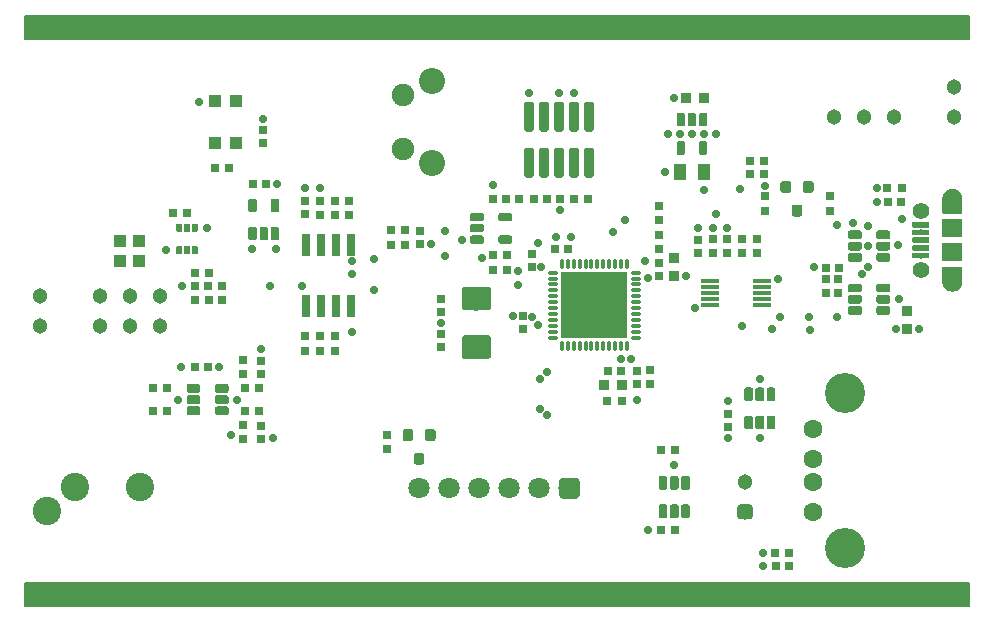
<source format=gts>
G04 #@! TF.GenerationSoftware,KiCad,Pcbnew,(5.0.0)*
G04 #@! TF.CreationDate,2018-11-19T18:26:54-05:00*
G04 #@! TF.ProjectId,scope-footswitch,73636F70652D666F6F74737769746368,1.3*
G04 #@! TF.SameCoordinates,Original*
G04 #@! TF.FileFunction,Soldermask,Top*
G04 #@! TF.FilePolarity,Negative*
%FSLAX46Y46*%
G04 Gerber Fmt 4.6, Leading zero omitted, Abs format (unit mm)*
G04 Created by KiCad (PCBNEW (5.0.0)) date 11/19/18 18:26:54*
%MOMM*%
%LPD*%
G01*
G04 APERTURE LIST*
%ADD10C,0.150000*%
%ADD11R,0.701600X0.701600*%
%ADD12C,0.100000*%
%ADD13C,0.901600*%
%ADD14C,2.401600*%
%ADD15C,1.801600*%
%ADD16C,1.601600*%
%ADD17C,3.401600*%
%ADD18C,1.301600*%
%ADD19R,0.701600X1.901600*%
%ADD20C,0.751600*%
%ADD21C,0.701600*%
%ADD22R,1.968266X1.968266*%
%ADD23O,0.351600X1.001600*%
%ADD24O,1.001600X0.351600*%
%ADD25R,1.601600X0.351600*%
%ADD26C,0.521600*%
%ADD27C,0.531600*%
%ADD28R,0.901600X0.901600*%
%ADD29R,1.101600X1.351600*%
%ADD30C,0.501600*%
%ADD31C,1.600000*%
%ADD32C,1.401600*%
%ADD33R,1.701600X1.601600*%
%ADD34C,0.801600*%
%ADD35R,1.001600X1.001600*%
%ADD36R,1.001600X1.101600*%
%ADD37C,1.901600*%
%ADD38C,2.201600*%
%ADD39C,2.001600*%
G04 APERTURE END LIST*
D10*
G36*
X108600000Y-71200000D02*
X188600000Y-71200000D01*
X188600000Y-69200000D01*
X108600000Y-69200000D01*
X108600000Y-71200000D01*
G37*
X108600000Y-71200000D02*
X188600000Y-71200000D01*
X188600000Y-69200000D01*
X108600000Y-69200000D01*
X108600000Y-71200000D01*
G36*
X108600000Y-119200000D02*
X188600000Y-119200000D01*
X188600000Y-117200000D01*
X108600000Y-117200000D01*
X108600000Y-119200000D01*
G37*
X108600000Y-119200000D02*
X188600000Y-119200000D01*
X188600000Y-117200000D01*
X108600000Y-117200000D01*
X108600000Y-119200000D01*
D11*
G04 #@! TO.C,R44*
X148250000Y-90700000D03*
X149450000Y-90700000D03*
G04 #@! TD*
G04 #@! TO.C,R43*
X162350000Y-86500000D03*
X162350000Y-85300000D03*
G04 #@! TD*
G04 #@! TO.C,R42*
X176800000Y-84500000D03*
X176800000Y-85700000D03*
G04 #@! TD*
D12*
G04 #@! TO.C,D6*
G36*
X143197493Y-104200285D02*
X143219373Y-104203531D01*
X143240830Y-104208906D01*
X143261657Y-104216358D01*
X143281653Y-104225815D01*
X143300626Y-104237187D01*
X143318392Y-104250363D01*
X143334782Y-104265218D01*
X143349637Y-104281608D01*
X143362813Y-104299374D01*
X143374185Y-104318347D01*
X143383642Y-104338343D01*
X143391094Y-104359170D01*
X143396469Y-104380627D01*
X143399715Y-104402507D01*
X143400800Y-104424600D01*
X143400800Y-104975400D01*
X143399715Y-104997493D01*
X143396469Y-105019373D01*
X143391094Y-105040830D01*
X143383642Y-105061657D01*
X143374185Y-105081653D01*
X143362813Y-105100626D01*
X143349637Y-105118392D01*
X143334782Y-105134782D01*
X143318392Y-105149637D01*
X143300626Y-105162813D01*
X143281653Y-105174185D01*
X143261657Y-105183642D01*
X143240830Y-105191094D01*
X143219373Y-105196469D01*
X143197493Y-105199715D01*
X143175400Y-105200800D01*
X142724600Y-105200800D01*
X142702507Y-105199715D01*
X142680627Y-105196469D01*
X142659170Y-105191094D01*
X142638343Y-105183642D01*
X142618347Y-105174185D01*
X142599374Y-105162813D01*
X142581608Y-105149637D01*
X142565218Y-105134782D01*
X142550363Y-105118392D01*
X142537187Y-105100626D01*
X142525815Y-105081653D01*
X142516358Y-105061657D01*
X142508906Y-105040830D01*
X142503531Y-105019373D01*
X142500285Y-104997493D01*
X142499200Y-104975400D01*
X142499200Y-104424600D01*
X142500285Y-104402507D01*
X142503531Y-104380627D01*
X142508906Y-104359170D01*
X142516358Y-104338343D01*
X142525815Y-104318347D01*
X142537187Y-104299374D01*
X142550363Y-104281608D01*
X142565218Y-104265218D01*
X142581608Y-104250363D01*
X142599374Y-104237187D01*
X142618347Y-104225815D01*
X142638343Y-104216358D01*
X142659170Y-104208906D01*
X142680627Y-104203531D01*
X142702507Y-104200285D01*
X142724600Y-104199200D01*
X143175400Y-104199200D01*
X143197493Y-104200285D01*
X143197493Y-104200285D01*
G37*
D13*
X142950000Y-104700000D03*
D12*
G36*
X142247493Y-106200285D02*
X142269373Y-106203531D01*
X142290830Y-106208906D01*
X142311657Y-106216358D01*
X142331653Y-106225815D01*
X142350626Y-106237187D01*
X142368392Y-106250363D01*
X142384782Y-106265218D01*
X142399637Y-106281608D01*
X142412813Y-106299374D01*
X142424185Y-106318347D01*
X142433642Y-106338343D01*
X142441094Y-106359170D01*
X142446469Y-106380627D01*
X142449715Y-106402507D01*
X142450800Y-106424600D01*
X142450800Y-106975400D01*
X142449715Y-106997493D01*
X142446469Y-107019373D01*
X142441094Y-107040830D01*
X142433642Y-107061657D01*
X142424185Y-107081653D01*
X142412813Y-107100626D01*
X142399637Y-107118392D01*
X142384782Y-107134782D01*
X142368392Y-107149637D01*
X142350626Y-107162813D01*
X142331653Y-107174185D01*
X142311657Y-107183642D01*
X142290830Y-107191094D01*
X142269373Y-107196469D01*
X142247493Y-107199715D01*
X142225400Y-107200800D01*
X141774600Y-107200800D01*
X141752507Y-107199715D01*
X141730627Y-107196469D01*
X141709170Y-107191094D01*
X141688343Y-107183642D01*
X141668347Y-107174185D01*
X141649374Y-107162813D01*
X141631608Y-107149637D01*
X141615218Y-107134782D01*
X141600363Y-107118392D01*
X141587187Y-107100626D01*
X141575815Y-107081653D01*
X141566358Y-107061657D01*
X141558906Y-107040830D01*
X141553531Y-107019373D01*
X141550285Y-106997493D01*
X141549200Y-106975400D01*
X141549200Y-106424600D01*
X141550285Y-106402507D01*
X141553531Y-106380627D01*
X141558906Y-106359170D01*
X141566358Y-106338343D01*
X141575815Y-106318347D01*
X141587187Y-106299374D01*
X141600363Y-106281608D01*
X141615218Y-106265218D01*
X141631608Y-106250363D01*
X141649374Y-106237187D01*
X141668347Y-106225815D01*
X141688343Y-106216358D01*
X141709170Y-106208906D01*
X141730627Y-106203531D01*
X141752507Y-106200285D01*
X141774600Y-106199200D01*
X142225400Y-106199200D01*
X142247493Y-106200285D01*
X142247493Y-106200285D01*
G37*
D13*
X142000000Y-106700000D03*
D12*
G36*
X141297493Y-104200285D02*
X141319373Y-104203531D01*
X141340830Y-104208906D01*
X141361657Y-104216358D01*
X141381653Y-104225815D01*
X141400626Y-104237187D01*
X141418392Y-104250363D01*
X141434782Y-104265218D01*
X141449637Y-104281608D01*
X141462813Y-104299374D01*
X141474185Y-104318347D01*
X141483642Y-104338343D01*
X141491094Y-104359170D01*
X141496469Y-104380627D01*
X141499715Y-104402507D01*
X141500800Y-104424600D01*
X141500800Y-104975400D01*
X141499715Y-104997493D01*
X141496469Y-105019373D01*
X141491094Y-105040830D01*
X141483642Y-105061657D01*
X141474185Y-105081653D01*
X141462813Y-105100626D01*
X141449637Y-105118392D01*
X141434782Y-105134782D01*
X141418392Y-105149637D01*
X141400626Y-105162813D01*
X141381653Y-105174185D01*
X141361657Y-105183642D01*
X141340830Y-105191094D01*
X141319373Y-105196469D01*
X141297493Y-105199715D01*
X141275400Y-105200800D01*
X140824600Y-105200800D01*
X140802507Y-105199715D01*
X140780627Y-105196469D01*
X140759170Y-105191094D01*
X140738343Y-105183642D01*
X140718347Y-105174185D01*
X140699374Y-105162813D01*
X140681608Y-105149637D01*
X140665218Y-105134782D01*
X140650363Y-105118392D01*
X140637187Y-105100626D01*
X140625815Y-105081653D01*
X140616358Y-105061657D01*
X140608906Y-105040830D01*
X140603531Y-105019373D01*
X140600285Y-104997493D01*
X140599200Y-104975400D01*
X140599200Y-104424600D01*
X140600285Y-104402507D01*
X140603531Y-104380627D01*
X140608906Y-104359170D01*
X140616358Y-104338343D01*
X140625815Y-104318347D01*
X140637187Y-104299374D01*
X140650363Y-104281608D01*
X140665218Y-104265218D01*
X140681608Y-104250363D01*
X140699374Y-104237187D01*
X140718347Y-104225815D01*
X140738343Y-104216358D01*
X140759170Y-104208906D01*
X140780627Y-104203531D01*
X140802507Y-104200285D01*
X140824600Y-104199200D01*
X141275400Y-104199200D01*
X141297493Y-104200285D01*
X141297493Y-104200285D01*
G37*
D13*
X141050000Y-104700000D03*
G04 #@! TD*
D14*
G04 #@! TO.C,J1*
X118400000Y-109100000D03*
X112900000Y-109100000D03*
X110500000Y-111100000D03*
G04 #@! TD*
D15*
G04 #@! TO.C,P1*
X142020000Y-109200000D03*
X144560000Y-109200000D03*
X147100000Y-109200000D03*
X149640000Y-109200000D03*
X152180000Y-109200000D03*
D12*
G36*
X155214547Y-108301369D02*
X155258269Y-108307854D01*
X155301144Y-108318594D01*
X155342761Y-108333485D01*
X155382717Y-108352383D01*
X155420629Y-108375106D01*
X155456131Y-108401436D01*
X155488881Y-108431119D01*
X155518564Y-108463869D01*
X155544894Y-108499371D01*
X155567617Y-108537283D01*
X155586515Y-108577239D01*
X155601406Y-108618856D01*
X155612146Y-108661731D01*
X155618631Y-108705453D01*
X155620800Y-108749600D01*
X155620800Y-109650400D01*
X155618631Y-109694547D01*
X155612146Y-109738269D01*
X155601406Y-109781144D01*
X155586515Y-109822761D01*
X155567617Y-109862717D01*
X155544894Y-109900629D01*
X155518564Y-109936131D01*
X155488881Y-109968881D01*
X155456131Y-109998564D01*
X155420629Y-110024894D01*
X155382717Y-110047617D01*
X155342761Y-110066515D01*
X155301144Y-110081406D01*
X155258269Y-110092146D01*
X155214547Y-110098631D01*
X155170400Y-110100800D01*
X154269600Y-110100800D01*
X154225453Y-110098631D01*
X154181731Y-110092146D01*
X154138856Y-110081406D01*
X154097239Y-110066515D01*
X154057283Y-110047617D01*
X154019371Y-110024894D01*
X153983869Y-109998564D01*
X153951119Y-109968881D01*
X153921436Y-109936131D01*
X153895106Y-109900629D01*
X153872383Y-109862717D01*
X153853485Y-109822761D01*
X153838594Y-109781144D01*
X153827854Y-109738269D01*
X153821369Y-109694547D01*
X153819200Y-109650400D01*
X153819200Y-108749600D01*
X153821369Y-108705453D01*
X153827854Y-108661731D01*
X153838594Y-108618856D01*
X153853485Y-108577239D01*
X153872383Y-108537283D01*
X153895106Y-108499371D01*
X153921436Y-108463869D01*
X153951119Y-108431119D01*
X153983869Y-108401436D01*
X154019371Y-108375106D01*
X154057283Y-108352383D01*
X154097239Y-108333485D01*
X154138856Y-108318594D01*
X154181731Y-108307854D01*
X154225453Y-108301369D01*
X154269600Y-108299200D01*
X155170400Y-108299200D01*
X155214547Y-108301369D01*
X155214547Y-108301369D01*
G37*
D15*
X154720000Y-109200000D03*
G04 #@! TD*
D16*
G04 #@! TO.C,J2*
X175390000Y-111200000D03*
X175390000Y-108700000D03*
X175390000Y-106700000D03*
X175390000Y-104200000D03*
D17*
X178100000Y-114270000D03*
X178100000Y-101130000D03*
G04 #@! TD*
D12*
G04 #@! TO.C,C24*
G36*
X169957295Y-110550767D02*
X169988882Y-110555452D01*
X170019859Y-110563212D01*
X170049925Y-110573970D01*
X170078792Y-110587623D01*
X170106183Y-110604040D01*
X170131832Y-110623062D01*
X170155493Y-110644507D01*
X170176938Y-110668168D01*
X170195960Y-110693817D01*
X170212377Y-110721208D01*
X170226030Y-110750075D01*
X170236788Y-110780141D01*
X170244548Y-110811118D01*
X170249233Y-110842705D01*
X170250800Y-110874600D01*
X170250800Y-111525400D01*
X170249233Y-111557295D01*
X170244548Y-111588882D01*
X170236788Y-111619859D01*
X170226030Y-111649925D01*
X170212377Y-111678792D01*
X170195960Y-111706183D01*
X170176938Y-111731832D01*
X170155493Y-111755493D01*
X170131832Y-111776938D01*
X170106183Y-111795960D01*
X170078792Y-111812377D01*
X170049925Y-111826030D01*
X170019859Y-111836788D01*
X169988882Y-111844548D01*
X169957295Y-111849233D01*
X169925400Y-111850800D01*
X169274600Y-111850800D01*
X169242705Y-111849233D01*
X169211118Y-111844548D01*
X169180141Y-111836788D01*
X169150075Y-111826030D01*
X169121208Y-111812377D01*
X169093817Y-111795960D01*
X169068168Y-111776938D01*
X169044507Y-111755493D01*
X169023062Y-111731832D01*
X169004040Y-111706183D01*
X168987623Y-111678792D01*
X168973970Y-111649925D01*
X168963212Y-111619859D01*
X168955452Y-111588882D01*
X168950767Y-111557295D01*
X168949200Y-111525400D01*
X168949200Y-110874600D01*
X168950767Y-110842705D01*
X168955452Y-110811118D01*
X168963212Y-110780141D01*
X168973970Y-110750075D01*
X168987623Y-110721208D01*
X169004040Y-110693817D01*
X169023062Y-110668168D01*
X169044507Y-110644507D01*
X169068168Y-110623062D01*
X169093817Y-110604040D01*
X169121208Y-110587623D01*
X169150075Y-110573970D01*
X169180141Y-110563212D01*
X169211118Y-110555452D01*
X169242705Y-110550767D01*
X169274600Y-110549200D01*
X169925400Y-110549200D01*
X169957295Y-110550767D01*
X169957295Y-110550767D01*
G37*
D18*
X169600000Y-111200000D03*
X169600000Y-108700000D03*
G04 #@! TD*
D19*
G04 #@! TO.C,U3*
X136255000Y-93800000D03*
X136255000Y-88600000D03*
X134985000Y-93800000D03*
X134985000Y-88600000D03*
X133715000Y-93800000D03*
X133715000Y-88600000D03*
X132445000Y-93800000D03*
X132445000Y-88600000D03*
G04 #@! TD*
D12*
G04 #@! TO.C,D1*
G36*
X173297493Y-83200285D02*
X173319373Y-83203531D01*
X173340830Y-83208906D01*
X173361657Y-83216358D01*
X173381653Y-83225815D01*
X173400626Y-83237187D01*
X173418392Y-83250363D01*
X173434782Y-83265218D01*
X173449637Y-83281608D01*
X173462813Y-83299374D01*
X173474185Y-83318347D01*
X173483642Y-83338343D01*
X173491094Y-83359170D01*
X173496469Y-83380627D01*
X173499715Y-83402507D01*
X173500800Y-83424600D01*
X173500800Y-83975400D01*
X173499715Y-83997493D01*
X173496469Y-84019373D01*
X173491094Y-84040830D01*
X173483642Y-84061657D01*
X173474185Y-84081653D01*
X173462813Y-84100626D01*
X173449637Y-84118392D01*
X173434782Y-84134782D01*
X173418392Y-84149637D01*
X173400626Y-84162813D01*
X173381653Y-84174185D01*
X173361657Y-84183642D01*
X173340830Y-84191094D01*
X173319373Y-84196469D01*
X173297493Y-84199715D01*
X173275400Y-84200800D01*
X172824600Y-84200800D01*
X172802507Y-84199715D01*
X172780627Y-84196469D01*
X172759170Y-84191094D01*
X172738343Y-84183642D01*
X172718347Y-84174185D01*
X172699374Y-84162813D01*
X172681608Y-84149637D01*
X172665218Y-84134782D01*
X172650363Y-84118392D01*
X172637187Y-84100626D01*
X172625815Y-84081653D01*
X172616358Y-84061657D01*
X172608906Y-84040830D01*
X172603531Y-84019373D01*
X172600285Y-83997493D01*
X172599200Y-83975400D01*
X172599200Y-83424600D01*
X172600285Y-83402507D01*
X172603531Y-83380627D01*
X172608906Y-83359170D01*
X172616358Y-83338343D01*
X172625815Y-83318347D01*
X172637187Y-83299374D01*
X172650363Y-83281608D01*
X172665218Y-83265218D01*
X172681608Y-83250363D01*
X172699374Y-83237187D01*
X172718347Y-83225815D01*
X172738343Y-83216358D01*
X172759170Y-83208906D01*
X172780627Y-83203531D01*
X172802507Y-83200285D01*
X172824600Y-83199200D01*
X173275400Y-83199200D01*
X173297493Y-83200285D01*
X173297493Y-83200285D01*
G37*
D13*
X173050000Y-83700000D03*
D12*
G36*
X174247493Y-85200285D02*
X174269373Y-85203531D01*
X174290830Y-85208906D01*
X174311657Y-85216358D01*
X174331653Y-85225815D01*
X174350626Y-85237187D01*
X174368392Y-85250363D01*
X174384782Y-85265218D01*
X174399637Y-85281608D01*
X174412813Y-85299374D01*
X174424185Y-85318347D01*
X174433642Y-85338343D01*
X174441094Y-85359170D01*
X174446469Y-85380627D01*
X174449715Y-85402507D01*
X174450800Y-85424600D01*
X174450800Y-85975400D01*
X174449715Y-85997493D01*
X174446469Y-86019373D01*
X174441094Y-86040830D01*
X174433642Y-86061657D01*
X174424185Y-86081653D01*
X174412813Y-86100626D01*
X174399637Y-86118392D01*
X174384782Y-86134782D01*
X174368392Y-86149637D01*
X174350626Y-86162813D01*
X174331653Y-86174185D01*
X174311657Y-86183642D01*
X174290830Y-86191094D01*
X174269373Y-86196469D01*
X174247493Y-86199715D01*
X174225400Y-86200800D01*
X173774600Y-86200800D01*
X173752507Y-86199715D01*
X173730627Y-86196469D01*
X173709170Y-86191094D01*
X173688343Y-86183642D01*
X173668347Y-86174185D01*
X173649374Y-86162813D01*
X173631608Y-86149637D01*
X173615218Y-86134782D01*
X173600363Y-86118392D01*
X173587187Y-86100626D01*
X173575815Y-86081653D01*
X173566358Y-86061657D01*
X173558906Y-86040830D01*
X173553531Y-86019373D01*
X173550285Y-85997493D01*
X173549200Y-85975400D01*
X173549200Y-85424600D01*
X173550285Y-85402507D01*
X173553531Y-85380627D01*
X173558906Y-85359170D01*
X173566358Y-85338343D01*
X173575815Y-85318347D01*
X173587187Y-85299374D01*
X173600363Y-85281608D01*
X173615218Y-85265218D01*
X173631608Y-85250363D01*
X173649374Y-85237187D01*
X173668347Y-85225815D01*
X173688343Y-85216358D01*
X173709170Y-85208906D01*
X173730627Y-85203531D01*
X173752507Y-85200285D01*
X173774600Y-85199200D01*
X174225400Y-85199200D01*
X174247493Y-85200285D01*
X174247493Y-85200285D01*
G37*
D13*
X174000000Y-85700000D03*
D12*
G36*
X175197493Y-83200285D02*
X175219373Y-83203531D01*
X175240830Y-83208906D01*
X175261657Y-83216358D01*
X175281653Y-83225815D01*
X175300626Y-83237187D01*
X175318392Y-83250363D01*
X175334782Y-83265218D01*
X175349637Y-83281608D01*
X175362813Y-83299374D01*
X175374185Y-83318347D01*
X175383642Y-83338343D01*
X175391094Y-83359170D01*
X175396469Y-83380627D01*
X175399715Y-83402507D01*
X175400800Y-83424600D01*
X175400800Y-83975400D01*
X175399715Y-83997493D01*
X175396469Y-84019373D01*
X175391094Y-84040830D01*
X175383642Y-84061657D01*
X175374185Y-84081653D01*
X175362813Y-84100626D01*
X175349637Y-84118392D01*
X175334782Y-84134782D01*
X175318392Y-84149637D01*
X175300626Y-84162813D01*
X175281653Y-84174185D01*
X175261657Y-84183642D01*
X175240830Y-84191094D01*
X175219373Y-84196469D01*
X175197493Y-84199715D01*
X175175400Y-84200800D01*
X174724600Y-84200800D01*
X174702507Y-84199715D01*
X174680627Y-84196469D01*
X174659170Y-84191094D01*
X174638343Y-84183642D01*
X174618347Y-84174185D01*
X174599374Y-84162813D01*
X174581608Y-84149637D01*
X174565218Y-84134782D01*
X174550363Y-84118392D01*
X174537187Y-84100626D01*
X174525815Y-84081653D01*
X174516358Y-84061657D01*
X174508906Y-84040830D01*
X174503531Y-84019373D01*
X174500285Y-83997493D01*
X174499200Y-83975400D01*
X174499200Y-83424600D01*
X174500285Y-83402507D01*
X174503531Y-83380627D01*
X174508906Y-83359170D01*
X174516358Y-83338343D01*
X174525815Y-83318347D01*
X174537187Y-83299374D01*
X174550363Y-83281608D01*
X174565218Y-83265218D01*
X174581608Y-83250363D01*
X174599374Y-83237187D01*
X174618347Y-83225815D01*
X174638343Y-83216358D01*
X174659170Y-83208906D01*
X174680627Y-83203531D01*
X174702507Y-83200285D01*
X174724600Y-83199200D01*
X175175400Y-83199200D01*
X175197493Y-83200285D01*
X175197493Y-83200285D01*
G37*
D13*
X174950000Y-83700000D03*
G04 #@! TD*
D12*
G04 #@! TO.C,U2*
G36*
X179306317Y-93775105D02*
X179324557Y-93777810D01*
X179342444Y-93782291D01*
X179359806Y-93788503D01*
X179376475Y-93796387D01*
X179392292Y-93805867D01*
X179407102Y-93816851D01*
X179420765Y-93829235D01*
X179433149Y-93842898D01*
X179444133Y-93857708D01*
X179453613Y-93873525D01*
X179461497Y-93890194D01*
X179467709Y-93907556D01*
X179472190Y-93925443D01*
X179474895Y-93943683D01*
X179475800Y-93962100D01*
X179475800Y-94337900D01*
X179474895Y-94356317D01*
X179472190Y-94374557D01*
X179467709Y-94392444D01*
X179461497Y-94409806D01*
X179453613Y-94426475D01*
X179444133Y-94442292D01*
X179433149Y-94457102D01*
X179420765Y-94470765D01*
X179407102Y-94483149D01*
X179392292Y-94494133D01*
X179376475Y-94503613D01*
X179359806Y-94511497D01*
X179342444Y-94517709D01*
X179324557Y-94522190D01*
X179306317Y-94524895D01*
X179287900Y-94525800D01*
X178512100Y-94525800D01*
X178493683Y-94524895D01*
X178475443Y-94522190D01*
X178457556Y-94517709D01*
X178440194Y-94511497D01*
X178423525Y-94503613D01*
X178407708Y-94494133D01*
X178392898Y-94483149D01*
X178379235Y-94470765D01*
X178366851Y-94457102D01*
X178355867Y-94442292D01*
X178346387Y-94426475D01*
X178338503Y-94409806D01*
X178332291Y-94392444D01*
X178327810Y-94374557D01*
X178325105Y-94356317D01*
X178324200Y-94337900D01*
X178324200Y-93962100D01*
X178325105Y-93943683D01*
X178327810Y-93925443D01*
X178332291Y-93907556D01*
X178338503Y-93890194D01*
X178346387Y-93873525D01*
X178355867Y-93857708D01*
X178366851Y-93842898D01*
X178379235Y-93829235D01*
X178392898Y-93816851D01*
X178407708Y-93805867D01*
X178423525Y-93796387D01*
X178440194Y-93788503D01*
X178457556Y-93782291D01*
X178475443Y-93777810D01*
X178493683Y-93775105D01*
X178512100Y-93774200D01*
X179287900Y-93774200D01*
X179306317Y-93775105D01*
X179306317Y-93775105D01*
G37*
D20*
X178900000Y-94150000D03*
D12*
G36*
X181706317Y-93775105D02*
X181724557Y-93777810D01*
X181742444Y-93782291D01*
X181759806Y-93788503D01*
X181776475Y-93796387D01*
X181792292Y-93805867D01*
X181807102Y-93816851D01*
X181820765Y-93829235D01*
X181833149Y-93842898D01*
X181844133Y-93857708D01*
X181853613Y-93873525D01*
X181861497Y-93890194D01*
X181867709Y-93907556D01*
X181872190Y-93925443D01*
X181874895Y-93943683D01*
X181875800Y-93962100D01*
X181875800Y-94337900D01*
X181874895Y-94356317D01*
X181872190Y-94374557D01*
X181867709Y-94392444D01*
X181861497Y-94409806D01*
X181853613Y-94426475D01*
X181844133Y-94442292D01*
X181833149Y-94457102D01*
X181820765Y-94470765D01*
X181807102Y-94483149D01*
X181792292Y-94494133D01*
X181776475Y-94503613D01*
X181759806Y-94511497D01*
X181742444Y-94517709D01*
X181724557Y-94522190D01*
X181706317Y-94524895D01*
X181687900Y-94525800D01*
X180912100Y-94525800D01*
X180893683Y-94524895D01*
X180875443Y-94522190D01*
X180857556Y-94517709D01*
X180840194Y-94511497D01*
X180823525Y-94503613D01*
X180807708Y-94494133D01*
X180792898Y-94483149D01*
X180779235Y-94470765D01*
X180766851Y-94457102D01*
X180755867Y-94442292D01*
X180746387Y-94426475D01*
X180738503Y-94409806D01*
X180732291Y-94392444D01*
X180727810Y-94374557D01*
X180725105Y-94356317D01*
X180724200Y-94337900D01*
X180724200Y-93962100D01*
X180725105Y-93943683D01*
X180727810Y-93925443D01*
X180732291Y-93907556D01*
X180738503Y-93890194D01*
X180746387Y-93873525D01*
X180755867Y-93857708D01*
X180766851Y-93842898D01*
X180779235Y-93829235D01*
X180792898Y-93816851D01*
X180807708Y-93805867D01*
X180823525Y-93796387D01*
X180840194Y-93788503D01*
X180857556Y-93782291D01*
X180875443Y-93777810D01*
X180893683Y-93775105D01*
X180912100Y-93774200D01*
X181687900Y-93774200D01*
X181706317Y-93775105D01*
X181706317Y-93775105D01*
G37*
D20*
X181300000Y-94150000D03*
D12*
G36*
X179306317Y-92825105D02*
X179324557Y-92827810D01*
X179342444Y-92832291D01*
X179359806Y-92838503D01*
X179376475Y-92846387D01*
X179392292Y-92855867D01*
X179407102Y-92866851D01*
X179420765Y-92879235D01*
X179433149Y-92892898D01*
X179444133Y-92907708D01*
X179453613Y-92923525D01*
X179461497Y-92940194D01*
X179467709Y-92957556D01*
X179472190Y-92975443D01*
X179474895Y-92993683D01*
X179475800Y-93012100D01*
X179475800Y-93387900D01*
X179474895Y-93406317D01*
X179472190Y-93424557D01*
X179467709Y-93442444D01*
X179461497Y-93459806D01*
X179453613Y-93476475D01*
X179444133Y-93492292D01*
X179433149Y-93507102D01*
X179420765Y-93520765D01*
X179407102Y-93533149D01*
X179392292Y-93544133D01*
X179376475Y-93553613D01*
X179359806Y-93561497D01*
X179342444Y-93567709D01*
X179324557Y-93572190D01*
X179306317Y-93574895D01*
X179287900Y-93575800D01*
X178512100Y-93575800D01*
X178493683Y-93574895D01*
X178475443Y-93572190D01*
X178457556Y-93567709D01*
X178440194Y-93561497D01*
X178423525Y-93553613D01*
X178407708Y-93544133D01*
X178392898Y-93533149D01*
X178379235Y-93520765D01*
X178366851Y-93507102D01*
X178355867Y-93492292D01*
X178346387Y-93476475D01*
X178338503Y-93459806D01*
X178332291Y-93442444D01*
X178327810Y-93424557D01*
X178325105Y-93406317D01*
X178324200Y-93387900D01*
X178324200Y-93012100D01*
X178325105Y-92993683D01*
X178327810Y-92975443D01*
X178332291Y-92957556D01*
X178338503Y-92940194D01*
X178346387Y-92923525D01*
X178355867Y-92907708D01*
X178366851Y-92892898D01*
X178379235Y-92879235D01*
X178392898Y-92866851D01*
X178407708Y-92855867D01*
X178423525Y-92846387D01*
X178440194Y-92838503D01*
X178457556Y-92832291D01*
X178475443Y-92827810D01*
X178493683Y-92825105D01*
X178512100Y-92824200D01*
X179287900Y-92824200D01*
X179306317Y-92825105D01*
X179306317Y-92825105D01*
G37*
D20*
X178900000Y-93200000D03*
D12*
G36*
X181706317Y-92825105D02*
X181724557Y-92827810D01*
X181742444Y-92832291D01*
X181759806Y-92838503D01*
X181776475Y-92846387D01*
X181792292Y-92855867D01*
X181807102Y-92866851D01*
X181820765Y-92879235D01*
X181833149Y-92892898D01*
X181844133Y-92907708D01*
X181853613Y-92923525D01*
X181861497Y-92940194D01*
X181867709Y-92957556D01*
X181872190Y-92975443D01*
X181874895Y-92993683D01*
X181875800Y-93012100D01*
X181875800Y-93387900D01*
X181874895Y-93406317D01*
X181872190Y-93424557D01*
X181867709Y-93442444D01*
X181861497Y-93459806D01*
X181853613Y-93476475D01*
X181844133Y-93492292D01*
X181833149Y-93507102D01*
X181820765Y-93520765D01*
X181807102Y-93533149D01*
X181792292Y-93544133D01*
X181776475Y-93553613D01*
X181759806Y-93561497D01*
X181742444Y-93567709D01*
X181724557Y-93572190D01*
X181706317Y-93574895D01*
X181687900Y-93575800D01*
X180912100Y-93575800D01*
X180893683Y-93574895D01*
X180875443Y-93572190D01*
X180857556Y-93567709D01*
X180840194Y-93561497D01*
X180823525Y-93553613D01*
X180807708Y-93544133D01*
X180792898Y-93533149D01*
X180779235Y-93520765D01*
X180766851Y-93507102D01*
X180755867Y-93492292D01*
X180746387Y-93476475D01*
X180738503Y-93459806D01*
X180732291Y-93442444D01*
X180727810Y-93424557D01*
X180725105Y-93406317D01*
X180724200Y-93387900D01*
X180724200Y-93012100D01*
X180725105Y-92993683D01*
X180727810Y-92975443D01*
X180732291Y-92957556D01*
X180738503Y-92940194D01*
X180746387Y-92923525D01*
X180755867Y-92907708D01*
X180766851Y-92892898D01*
X180779235Y-92879235D01*
X180792898Y-92866851D01*
X180807708Y-92855867D01*
X180823525Y-92846387D01*
X180840194Y-92838503D01*
X180857556Y-92832291D01*
X180875443Y-92827810D01*
X180893683Y-92825105D01*
X180912100Y-92824200D01*
X181687900Y-92824200D01*
X181706317Y-92825105D01*
X181706317Y-92825105D01*
G37*
D20*
X181300000Y-93200000D03*
D12*
G36*
X179306317Y-91875105D02*
X179324557Y-91877810D01*
X179342444Y-91882291D01*
X179359806Y-91888503D01*
X179376475Y-91896387D01*
X179392292Y-91905867D01*
X179407102Y-91916851D01*
X179420765Y-91929235D01*
X179433149Y-91942898D01*
X179444133Y-91957708D01*
X179453613Y-91973525D01*
X179461497Y-91990194D01*
X179467709Y-92007556D01*
X179472190Y-92025443D01*
X179474895Y-92043683D01*
X179475800Y-92062100D01*
X179475800Y-92437900D01*
X179474895Y-92456317D01*
X179472190Y-92474557D01*
X179467709Y-92492444D01*
X179461497Y-92509806D01*
X179453613Y-92526475D01*
X179444133Y-92542292D01*
X179433149Y-92557102D01*
X179420765Y-92570765D01*
X179407102Y-92583149D01*
X179392292Y-92594133D01*
X179376475Y-92603613D01*
X179359806Y-92611497D01*
X179342444Y-92617709D01*
X179324557Y-92622190D01*
X179306317Y-92624895D01*
X179287900Y-92625800D01*
X178512100Y-92625800D01*
X178493683Y-92624895D01*
X178475443Y-92622190D01*
X178457556Y-92617709D01*
X178440194Y-92611497D01*
X178423525Y-92603613D01*
X178407708Y-92594133D01*
X178392898Y-92583149D01*
X178379235Y-92570765D01*
X178366851Y-92557102D01*
X178355867Y-92542292D01*
X178346387Y-92526475D01*
X178338503Y-92509806D01*
X178332291Y-92492444D01*
X178327810Y-92474557D01*
X178325105Y-92456317D01*
X178324200Y-92437900D01*
X178324200Y-92062100D01*
X178325105Y-92043683D01*
X178327810Y-92025443D01*
X178332291Y-92007556D01*
X178338503Y-91990194D01*
X178346387Y-91973525D01*
X178355867Y-91957708D01*
X178366851Y-91942898D01*
X178379235Y-91929235D01*
X178392898Y-91916851D01*
X178407708Y-91905867D01*
X178423525Y-91896387D01*
X178440194Y-91888503D01*
X178457556Y-91882291D01*
X178475443Y-91877810D01*
X178493683Y-91875105D01*
X178512100Y-91874200D01*
X179287900Y-91874200D01*
X179306317Y-91875105D01*
X179306317Y-91875105D01*
G37*
D20*
X178900000Y-92250000D03*
D12*
G36*
X181706317Y-91875105D02*
X181724557Y-91877810D01*
X181742444Y-91882291D01*
X181759806Y-91888503D01*
X181776475Y-91896387D01*
X181792292Y-91905867D01*
X181807102Y-91916851D01*
X181820765Y-91929235D01*
X181833149Y-91942898D01*
X181844133Y-91957708D01*
X181853613Y-91973525D01*
X181861497Y-91990194D01*
X181867709Y-92007556D01*
X181872190Y-92025443D01*
X181874895Y-92043683D01*
X181875800Y-92062100D01*
X181875800Y-92437900D01*
X181874895Y-92456317D01*
X181872190Y-92474557D01*
X181867709Y-92492444D01*
X181861497Y-92509806D01*
X181853613Y-92526475D01*
X181844133Y-92542292D01*
X181833149Y-92557102D01*
X181820765Y-92570765D01*
X181807102Y-92583149D01*
X181792292Y-92594133D01*
X181776475Y-92603613D01*
X181759806Y-92611497D01*
X181742444Y-92617709D01*
X181724557Y-92622190D01*
X181706317Y-92624895D01*
X181687900Y-92625800D01*
X180912100Y-92625800D01*
X180893683Y-92624895D01*
X180875443Y-92622190D01*
X180857556Y-92617709D01*
X180840194Y-92611497D01*
X180823525Y-92603613D01*
X180807708Y-92594133D01*
X180792898Y-92583149D01*
X180779235Y-92570765D01*
X180766851Y-92557102D01*
X180755867Y-92542292D01*
X180746387Y-92526475D01*
X180738503Y-92509806D01*
X180732291Y-92492444D01*
X180727810Y-92474557D01*
X180725105Y-92456317D01*
X180724200Y-92437900D01*
X180724200Y-92062100D01*
X180725105Y-92043683D01*
X180727810Y-92025443D01*
X180732291Y-92007556D01*
X180738503Y-91990194D01*
X180746387Y-91973525D01*
X180755867Y-91957708D01*
X180766851Y-91942898D01*
X180779235Y-91929235D01*
X180792898Y-91916851D01*
X180807708Y-91905867D01*
X180823525Y-91896387D01*
X180840194Y-91888503D01*
X180857556Y-91882291D01*
X180875443Y-91877810D01*
X180893683Y-91875105D01*
X180912100Y-91874200D01*
X181687900Y-91874200D01*
X181706317Y-91875105D01*
X181706317Y-91875105D01*
G37*
D20*
X181300000Y-92250000D03*
G04 #@! TD*
D12*
G04 #@! TO.C,U8*
G36*
X164756317Y-110575105D02*
X164774557Y-110577810D01*
X164792444Y-110582291D01*
X164809806Y-110588503D01*
X164826475Y-110596387D01*
X164842292Y-110605867D01*
X164857102Y-110616851D01*
X164870765Y-110629235D01*
X164883149Y-110642898D01*
X164894133Y-110657708D01*
X164903613Y-110673525D01*
X164911497Y-110690194D01*
X164917709Y-110707556D01*
X164922190Y-110725443D01*
X164924895Y-110743683D01*
X164925800Y-110762100D01*
X164925800Y-111537900D01*
X164924895Y-111556317D01*
X164922190Y-111574557D01*
X164917709Y-111592444D01*
X164911497Y-111609806D01*
X164903613Y-111626475D01*
X164894133Y-111642292D01*
X164883149Y-111657102D01*
X164870765Y-111670765D01*
X164857102Y-111683149D01*
X164842292Y-111694133D01*
X164826475Y-111703613D01*
X164809806Y-111711497D01*
X164792444Y-111717709D01*
X164774557Y-111722190D01*
X164756317Y-111724895D01*
X164737900Y-111725800D01*
X164362100Y-111725800D01*
X164343683Y-111724895D01*
X164325443Y-111722190D01*
X164307556Y-111717709D01*
X164290194Y-111711497D01*
X164273525Y-111703613D01*
X164257708Y-111694133D01*
X164242898Y-111683149D01*
X164229235Y-111670765D01*
X164216851Y-111657102D01*
X164205867Y-111642292D01*
X164196387Y-111626475D01*
X164188503Y-111609806D01*
X164182291Y-111592444D01*
X164177810Y-111574557D01*
X164175105Y-111556317D01*
X164174200Y-111537900D01*
X164174200Y-110762100D01*
X164175105Y-110743683D01*
X164177810Y-110725443D01*
X164182291Y-110707556D01*
X164188503Y-110690194D01*
X164196387Y-110673525D01*
X164205867Y-110657708D01*
X164216851Y-110642898D01*
X164229235Y-110629235D01*
X164242898Y-110616851D01*
X164257708Y-110605867D01*
X164273525Y-110596387D01*
X164290194Y-110588503D01*
X164307556Y-110582291D01*
X164325443Y-110577810D01*
X164343683Y-110575105D01*
X164362100Y-110574200D01*
X164737900Y-110574200D01*
X164756317Y-110575105D01*
X164756317Y-110575105D01*
G37*
D20*
X164550000Y-111150000D03*
D12*
G36*
X164756317Y-108175105D02*
X164774557Y-108177810D01*
X164792444Y-108182291D01*
X164809806Y-108188503D01*
X164826475Y-108196387D01*
X164842292Y-108205867D01*
X164857102Y-108216851D01*
X164870765Y-108229235D01*
X164883149Y-108242898D01*
X164894133Y-108257708D01*
X164903613Y-108273525D01*
X164911497Y-108290194D01*
X164917709Y-108307556D01*
X164922190Y-108325443D01*
X164924895Y-108343683D01*
X164925800Y-108362100D01*
X164925800Y-109137900D01*
X164924895Y-109156317D01*
X164922190Y-109174557D01*
X164917709Y-109192444D01*
X164911497Y-109209806D01*
X164903613Y-109226475D01*
X164894133Y-109242292D01*
X164883149Y-109257102D01*
X164870765Y-109270765D01*
X164857102Y-109283149D01*
X164842292Y-109294133D01*
X164826475Y-109303613D01*
X164809806Y-109311497D01*
X164792444Y-109317709D01*
X164774557Y-109322190D01*
X164756317Y-109324895D01*
X164737900Y-109325800D01*
X164362100Y-109325800D01*
X164343683Y-109324895D01*
X164325443Y-109322190D01*
X164307556Y-109317709D01*
X164290194Y-109311497D01*
X164273525Y-109303613D01*
X164257708Y-109294133D01*
X164242898Y-109283149D01*
X164229235Y-109270765D01*
X164216851Y-109257102D01*
X164205867Y-109242292D01*
X164196387Y-109226475D01*
X164188503Y-109209806D01*
X164182291Y-109192444D01*
X164177810Y-109174557D01*
X164175105Y-109156317D01*
X164174200Y-109137900D01*
X164174200Y-108362100D01*
X164175105Y-108343683D01*
X164177810Y-108325443D01*
X164182291Y-108307556D01*
X164188503Y-108290194D01*
X164196387Y-108273525D01*
X164205867Y-108257708D01*
X164216851Y-108242898D01*
X164229235Y-108229235D01*
X164242898Y-108216851D01*
X164257708Y-108205867D01*
X164273525Y-108196387D01*
X164290194Y-108188503D01*
X164307556Y-108182291D01*
X164325443Y-108177810D01*
X164343683Y-108175105D01*
X164362100Y-108174200D01*
X164737900Y-108174200D01*
X164756317Y-108175105D01*
X164756317Y-108175105D01*
G37*
D20*
X164550000Y-108750000D03*
D12*
G36*
X163806317Y-110575105D02*
X163824557Y-110577810D01*
X163842444Y-110582291D01*
X163859806Y-110588503D01*
X163876475Y-110596387D01*
X163892292Y-110605867D01*
X163907102Y-110616851D01*
X163920765Y-110629235D01*
X163933149Y-110642898D01*
X163944133Y-110657708D01*
X163953613Y-110673525D01*
X163961497Y-110690194D01*
X163967709Y-110707556D01*
X163972190Y-110725443D01*
X163974895Y-110743683D01*
X163975800Y-110762100D01*
X163975800Y-111537900D01*
X163974895Y-111556317D01*
X163972190Y-111574557D01*
X163967709Y-111592444D01*
X163961497Y-111609806D01*
X163953613Y-111626475D01*
X163944133Y-111642292D01*
X163933149Y-111657102D01*
X163920765Y-111670765D01*
X163907102Y-111683149D01*
X163892292Y-111694133D01*
X163876475Y-111703613D01*
X163859806Y-111711497D01*
X163842444Y-111717709D01*
X163824557Y-111722190D01*
X163806317Y-111724895D01*
X163787900Y-111725800D01*
X163412100Y-111725800D01*
X163393683Y-111724895D01*
X163375443Y-111722190D01*
X163357556Y-111717709D01*
X163340194Y-111711497D01*
X163323525Y-111703613D01*
X163307708Y-111694133D01*
X163292898Y-111683149D01*
X163279235Y-111670765D01*
X163266851Y-111657102D01*
X163255867Y-111642292D01*
X163246387Y-111626475D01*
X163238503Y-111609806D01*
X163232291Y-111592444D01*
X163227810Y-111574557D01*
X163225105Y-111556317D01*
X163224200Y-111537900D01*
X163224200Y-110762100D01*
X163225105Y-110743683D01*
X163227810Y-110725443D01*
X163232291Y-110707556D01*
X163238503Y-110690194D01*
X163246387Y-110673525D01*
X163255867Y-110657708D01*
X163266851Y-110642898D01*
X163279235Y-110629235D01*
X163292898Y-110616851D01*
X163307708Y-110605867D01*
X163323525Y-110596387D01*
X163340194Y-110588503D01*
X163357556Y-110582291D01*
X163375443Y-110577810D01*
X163393683Y-110575105D01*
X163412100Y-110574200D01*
X163787900Y-110574200D01*
X163806317Y-110575105D01*
X163806317Y-110575105D01*
G37*
D20*
X163600000Y-111150000D03*
D12*
G36*
X163806317Y-108175105D02*
X163824557Y-108177810D01*
X163842444Y-108182291D01*
X163859806Y-108188503D01*
X163876475Y-108196387D01*
X163892292Y-108205867D01*
X163907102Y-108216851D01*
X163920765Y-108229235D01*
X163933149Y-108242898D01*
X163944133Y-108257708D01*
X163953613Y-108273525D01*
X163961497Y-108290194D01*
X163967709Y-108307556D01*
X163972190Y-108325443D01*
X163974895Y-108343683D01*
X163975800Y-108362100D01*
X163975800Y-109137900D01*
X163974895Y-109156317D01*
X163972190Y-109174557D01*
X163967709Y-109192444D01*
X163961497Y-109209806D01*
X163953613Y-109226475D01*
X163944133Y-109242292D01*
X163933149Y-109257102D01*
X163920765Y-109270765D01*
X163907102Y-109283149D01*
X163892292Y-109294133D01*
X163876475Y-109303613D01*
X163859806Y-109311497D01*
X163842444Y-109317709D01*
X163824557Y-109322190D01*
X163806317Y-109324895D01*
X163787900Y-109325800D01*
X163412100Y-109325800D01*
X163393683Y-109324895D01*
X163375443Y-109322190D01*
X163357556Y-109317709D01*
X163340194Y-109311497D01*
X163323525Y-109303613D01*
X163307708Y-109294133D01*
X163292898Y-109283149D01*
X163279235Y-109270765D01*
X163266851Y-109257102D01*
X163255867Y-109242292D01*
X163246387Y-109226475D01*
X163238503Y-109209806D01*
X163232291Y-109192444D01*
X163227810Y-109174557D01*
X163225105Y-109156317D01*
X163224200Y-109137900D01*
X163224200Y-108362100D01*
X163225105Y-108343683D01*
X163227810Y-108325443D01*
X163232291Y-108307556D01*
X163238503Y-108290194D01*
X163246387Y-108273525D01*
X163255867Y-108257708D01*
X163266851Y-108242898D01*
X163279235Y-108229235D01*
X163292898Y-108216851D01*
X163307708Y-108205867D01*
X163323525Y-108196387D01*
X163340194Y-108188503D01*
X163357556Y-108182291D01*
X163375443Y-108177810D01*
X163393683Y-108175105D01*
X163412100Y-108174200D01*
X163787900Y-108174200D01*
X163806317Y-108175105D01*
X163806317Y-108175105D01*
G37*
D20*
X163600000Y-108750000D03*
D12*
G36*
X162856317Y-110575105D02*
X162874557Y-110577810D01*
X162892444Y-110582291D01*
X162909806Y-110588503D01*
X162926475Y-110596387D01*
X162942292Y-110605867D01*
X162957102Y-110616851D01*
X162970765Y-110629235D01*
X162983149Y-110642898D01*
X162994133Y-110657708D01*
X163003613Y-110673525D01*
X163011497Y-110690194D01*
X163017709Y-110707556D01*
X163022190Y-110725443D01*
X163024895Y-110743683D01*
X163025800Y-110762100D01*
X163025800Y-111537900D01*
X163024895Y-111556317D01*
X163022190Y-111574557D01*
X163017709Y-111592444D01*
X163011497Y-111609806D01*
X163003613Y-111626475D01*
X162994133Y-111642292D01*
X162983149Y-111657102D01*
X162970765Y-111670765D01*
X162957102Y-111683149D01*
X162942292Y-111694133D01*
X162926475Y-111703613D01*
X162909806Y-111711497D01*
X162892444Y-111717709D01*
X162874557Y-111722190D01*
X162856317Y-111724895D01*
X162837900Y-111725800D01*
X162462100Y-111725800D01*
X162443683Y-111724895D01*
X162425443Y-111722190D01*
X162407556Y-111717709D01*
X162390194Y-111711497D01*
X162373525Y-111703613D01*
X162357708Y-111694133D01*
X162342898Y-111683149D01*
X162329235Y-111670765D01*
X162316851Y-111657102D01*
X162305867Y-111642292D01*
X162296387Y-111626475D01*
X162288503Y-111609806D01*
X162282291Y-111592444D01*
X162277810Y-111574557D01*
X162275105Y-111556317D01*
X162274200Y-111537900D01*
X162274200Y-110762100D01*
X162275105Y-110743683D01*
X162277810Y-110725443D01*
X162282291Y-110707556D01*
X162288503Y-110690194D01*
X162296387Y-110673525D01*
X162305867Y-110657708D01*
X162316851Y-110642898D01*
X162329235Y-110629235D01*
X162342898Y-110616851D01*
X162357708Y-110605867D01*
X162373525Y-110596387D01*
X162390194Y-110588503D01*
X162407556Y-110582291D01*
X162425443Y-110577810D01*
X162443683Y-110575105D01*
X162462100Y-110574200D01*
X162837900Y-110574200D01*
X162856317Y-110575105D01*
X162856317Y-110575105D01*
G37*
D20*
X162650000Y-111150000D03*
D12*
G36*
X162856317Y-108175105D02*
X162874557Y-108177810D01*
X162892444Y-108182291D01*
X162909806Y-108188503D01*
X162926475Y-108196387D01*
X162942292Y-108205867D01*
X162957102Y-108216851D01*
X162970765Y-108229235D01*
X162983149Y-108242898D01*
X162994133Y-108257708D01*
X163003613Y-108273525D01*
X163011497Y-108290194D01*
X163017709Y-108307556D01*
X163022190Y-108325443D01*
X163024895Y-108343683D01*
X163025800Y-108362100D01*
X163025800Y-109137900D01*
X163024895Y-109156317D01*
X163022190Y-109174557D01*
X163017709Y-109192444D01*
X163011497Y-109209806D01*
X163003613Y-109226475D01*
X162994133Y-109242292D01*
X162983149Y-109257102D01*
X162970765Y-109270765D01*
X162957102Y-109283149D01*
X162942292Y-109294133D01*
X162926475Y-109303613D01*
X162909806Y-109311497D01*
X162892444Y-109317709D01*
X162874557Y-109322190D01*
X162856317Y-109324895D01*
X162837900Y-109325800D01*
X162462100Y-109325800D01*
X162443683Y-109324895D01*
X162425443Y-109322190D01*
X162407556Y-109317709D01*
X162390194Y-109311497D01*
X162373525Y-109303613D01*
X162357708Y-109294133D01*
X162342898Y-109283149D01*
X162329235Y-109270765D01*
X162316851Y-109257102D01*
X162305867Y-109242292D01*
X162296387Y-109226475D01*
X162288503Y-109209806D01*
X162282291Y-109192444D01*
X162277810Y-109174557D01*
X162275105Y-109156317D01*
X162274200Y-109137900D01*
X162274200Y-108362100D01*
X162275105Y-108343683D01*
X162277810Y-108325443D01*
X162282291Y-108307556D01*
X162288503Y-108290194D01*
X162296387Y-108273525D01*
X162305867Y-108257708D01*
X162316851Y-108242898D01*
X162329235Y-108229235D01*
X162342898Y-108216851D01*
X162357708Y-108205867D01*
X162373525Y-108196387D01*
X162390194Y-108188503D01*
X162407556Y-108182291D01*
X162425443Y-108177810D01*
X162443683Y-108175105D01*
X162462100Y-108174200D01*
X162837900Y-108174200D01*
X162856317Y-108175105D01*
X162856317Y-108175105D01*
G37*
D20*
X162650000Y-108750000D03*
G04 #@! TD*
D12*
G04 #@! TO.C,U5*
G36*
X166242592Y-79825045D02*
X166259619Y-79827570D01*
X166276316Y-79831753D01*
X166292523Y-79837552D01*
X166308083Y-79844911D01*
X166322847Y-79853760D01*
X166336673Y-79864014D01*
X166349427Y-79875573D01*
X166360986Y-79888327D01*
X166371240Y-79902153D01*
X166380089Y-79916917D01*
X166387448Y-79932477D01*
X166393247Y-79948684D01*
X166397430Y-79965381D01*
X166399955Y-79982408D01*
X166400800Y-79999600D01*
X166400800Y-80800400D01*
X166399955Y-80817592D01*
X166397430Y-80834619D01*
X166393247Y-80851316D01*
X166387448Y-80867523D01*
X166380089Y-80883083D01*
X166371240Y-80897847D01*
X166360986Y-80911673D01*
X166349427Y-80924427D01*
X166336673Y-80935986D01*
X166322847Y-80946240D01*
X166308083Y-80955089D01*
X166292523Y-80962448D01*
X166276316Y-80968247D01*
X166259619Y-80972430D01*
X166242592Y-80974955D01*
X166225400Y-80975800D01*
X165874600Y-80975800D01*
X165857408Y-80974955D01*
X165840381Y-80972430D01*
X165823684Y-80968247D01*
X165807477Y-80962448D01*
X165791917Y-80955089D01*
X165777153Y-80946240D01*
X165763327Y-80935986D01*
X165750573Y-80924427D01*
X165739014Y-80911673D01*
X165728760Y-80897847D01*
X165719911Y-80883083D01*
X165712552Y-80867523D01*
X165706753Y-80851316D01*
X165702570Y-80834619D01*
X165700045Y-80817592D01*
X165699200Y-80800400D01*
X165699200Y-79999600D01*
X165700045Y-79982408D01*
X165702570Y-79965381D01*
X165706753Y-79948684D01*
X165712552Y-79932477D01*
X165719911Y-79916917D01*
X165728760Y-79902153D01*
X165739014Y-79888327D01*
X165750573Y-79875573D01*
X165763327Y-79864014D01*
X165777153Y-79853760D01*
X165791917Y-79844911D01*
X165807477Y-79837552D01*
X165823684Y-79831753D01*
X165840381Y-79827570D01*
X165857408Y-79825045D01*
X165874600Y-79824200D01*
X166225400Y-79824200D01*
X166242592Y-79825045D01*
X166242592Y-79825045D01*
G37*
D21*
X166050000Y-80400000D03*
D12*
G36*
X164342592Y-79825045D02*
X164359619Y-79827570D01*
X164376316Y-79831753D01*
X164392523Y-79837552D01*
X164408083Y-79844911D01*
X164422847Y-79853760D01*
X164436673Y-79864014D01*
X164449427Y-79875573D01*
X164460986Y-79888327D01*
X164471240Y-79902153D01*
X164480089Y-79916917D01*
X164487448Y-79932477D01*
X164493247Y-79948684D01*
X164497430Y-79965381D01*
X164499955Y-79982408D01*
X164500800Y-79999600D01*
X164500800Y-80800400D01*
X164499955Y-80817592D01*
X164497430Y-80834619D01*
X164493247Y-80851316D01*
X164487448Y-80867523D01*
X164480089Y-80883083D01*
X164471240Y-80897847D01*
X164460986Y-80911673D01*
X164449427Y-80924427D01*
X164436673Y-80935986D01*
X164422847Y-80946240D01*
X164408083Y-80955089D01*
X164392523Y-80962448D01*
X164376316Y-80968247D01*
X164359619Y-80972430D01*
X164342592Y-80974955D01*
X164325400Y-80975800D01*
X163974600Y-80975800D01*
X163957408Y-80974955D01*
X163940381Y-80972430D01*
X163923684Y-80968247D01*
X163907477Y-80962448D01*
X163891917Y-80955089D01*
X163877153Y-80946240D01*
X163863327Y-80935986D01*
X163850573Y-80924427D01*
X163839014Y-80911673D01*
X163828760Y-80897847D01*
X163819911Y-80883083D01*
X163812552Y-80867523D01*
X163806753Y-80851316D01*
X163802570Y-80834619D01*
X163800045Y-80817592D01*
X163799200Y-80800400D01*
X163799200Y-79999600D01*
X163800045Y-79982408D01*
X163802570Y-79965381D01*
X163806753Y-79948684D01*
X163812552Y-79932477D01*
X163819911Y-79916917D01*
X163828760Y-79902153D01*
X163839014Y-79888327D01*
X163850573Y-79875573D01*
X163863327Y-79864014D01*
X163877153Y-79853760D01*
X163891917Y-79844911D01*
X163907477Y-79837552D01*
X163923684Y-79831753D01*
X163940381Y-79827570D01*
X163957408Y-79825045D01*
X163974600Y-79824200D01*
X164325400Y-79824200D01*
X164342592Y-79825045D01*
X164342592Y-79825045D01*
G37*
D21*
X164150000Y-80400000D03*
D12*
G36*
X164342592Y-77425045D02*
X164359619Y-77427570D01*
X164376316Y-77431753D01*
X164392523Y-77437552D01*
X164408083Y-77444911D01*
X164422847Y-77453760D01*
X164436673Y-77464014D01*
X164449427Y-77475573D01*
X164460986Y-77488327D01*
X164471240Y-77502153D01*
X164480089Y-77516917D01*
X164487448Y-77532477D01*
X164493247Y-77548684D01*
X164497430Y-77565381D01*
X164499955Y-77582408D01*
X164500800Y-77599600D01*
X164500800Y-78400400D01*
X164499955Y-78417592D01*
X164497430Y-78434619D01*
X164493247Y-78451316D01*
X164487448Y-78467523D01*
X164480089Y-78483083D01*
X164471240Y-78497847D01*
X164460986Y-78511673D01*
X164449427Y-78524427D01*
X164436673Y-78535986D01*
X164422847Y-78546240D01*
X164408083Y-78555089D01*
X164392523Y-78562448D01*
X164376316Y-78568247D01*
X164359619Y-78572430D01*
X164342592Y-78574955D01*
X164325400Y-78575800D01*
X163974600Y-78575800D01*
X163957408Y-78574955D01*
X163940381Y-78572430D01*
X163923684Y-78568247D01*
X163907477Y-78562448D01*
X163891917Y-78555089D01*
X163877153Y-78546240D01*
X163863327Y-78535986D01*
X163850573Y-78524427D01*
X163839014Y-78511673D01*
X163828760Y-78497847D01*
X163819911Y-78483083D01*
X163812552Y-78467523D01*
X163806753Y-78451316D01*
X163802570Y-78434619D01*
X163800045Y-78417592D01*
X163799200Y-78400400D01*
X163799200Y-77599600D01*
X163800045Y-77582408D01*
X163802570Y-77565381D01*
X163806753Y-77548684D01*
X163812552Y-77532477D01*
X163819911Y-77516917D01*
X163828760Y-77502153D01*
X163839014Y-77488327D01*
X163850573Y-77475573D01*
X163863327Y-77464014D01*
X163877153Y-77453760D01*
X163891917Y-77444911D01*
X163907477Y-77437552D01*
X163923684Y-77431753D01*
X163940381Y-77427570D01*
X163957408Y-77425045D01*
X163974600Y-77424200D01*
X164325400Y-77424200D01*
X164342592Y-77425045D01*
X164342592Y-77425045D01*
G37*
D21*
X164150000Y-78000000D03*
D12*
G36*
X165292592Y-77425045D02*
X165309619Y-77427570D01*
X165326316Y-77431753D01*
X165342523Y-77437552D01*
X165358083Y-77444911D01*
X165372847Y-77453760D01*
X165386673Y-77464014D01*
X165399427Y-77475573D01*
X165410986Y-77488327D01*
X165421240Y-77502153D01*
X165430089Y-77516917D01*
X165437448Y-77532477D01*
X165443247Y-77548684D01*
X165447430Y-77565381D01*
X165449955Y-77582408D01*
X165450800Y-77599600D01*
X165450800Y-78400400D01*
X165449955Y-78417592D01*
X165447430Y-78434619D01*
X165443247Y-78451316D01*
X165437448Y-78467523D01*
X165430089Y-78483083D01*
X165421240Y-78497847D01*
X165410986Y-78511673D01*
X165399427Y-78524427D01*
X165386673Y-78535986D01*
X165372847Y-78546240D01*
X165358083Y-78555089D01*
X165342523Y-78562448D01*
X165326316Y-78568247D01*
X165309619Y-78572430D01*
X165292592Y-78574955D01*
X165275400Y-78575800D01*
X164924600Y-78575800D01*
X164907408Y-78574955D01*
X164890381Y-78572430D01*
X164873684Y-78568247D01*
X164857477Y-78562448D01*
X164841917Y-78555089D01*
X164827153Y-78546240D01*
X164813327Y-78535986D01*
X164800573Y-78524427D01*
X164789014Y-78511673D01*
X164778760Y-78497847D01*
X164769911Y-78483083D01*
X164762552Y-78467523D01*
X164756753Y-78451316D01*
X164752570Y-78434619D01*
X164750045Y-78417592D01*
X164749200Y-78400400D01*
X164749200Y-77599600D01*
X164750045Y-77582408D01*
X164752570Y-77565381D01*
X164756753Y-77548684D01*
X164762552Y-77532477D01*
X164769911Y-77516917D01*
X164778760Y-77502153D01*
X164789014Y-77488327D01*
X164800573Y-77475573D01*
X164813327Y-77464014D01*
X164827153Y-77453760D01*
X164841917Y-77444911D01*
X164857477Y-77437552D01*
X164873684Y-77431753D01*
X164890381Y-77427570D01*
X164907408Y-77425045D01*
X164924600Y-77424200D01*
X165275400Y-77424200D01*
X165292592Y-77425045D01*
X165292592Y-77425045D01*
G37*
D21*
X165100000Y-78000000D03*
D12*
G36*
X166242592Y-77425045D02*
X166259619Y-77427570D01*
X166276316Y-77431753D01*
X166292523Y-77437552D01*
X166308083Y-77444911D01*
X166322847Y-77453760D01*
X166336673Y-77464014D01*
X166349427Y-77475573D01*
X166360986Y-77488327D01*
X166371240Y-77502153D01*
X166380089Y-77516917D01*
X166387448Y-77532477D01*
X166393247Y-77548684D01*
X166397430Y-77565381D01*
X166399955Y-77582408D01*
X166400800Y-77599600D01*
X166400800Y-78400400D01*
X166399955Y-78417592D01*
X166397430Y-78434619D01*
X166393247Y-78451316D01*
X166387448Y-78467523D01*
X166380089Y-78483083D01*
X166371240Y-78497847D01*
X166360986Y-78511673D01*
X166349427Y-78524427D01*
X166336673Y-78535986D01*
X166322847Y-78546240D01*
X166308083Y-78555089D01*
X166292523Y-78562448D01*
X166276316Y-78568247D01*
X166259619Y-78572430D01*
X166242592Y-78574955D01*
X166225400Y-78575800D01*
X165874600Y-78575800D01*
X165857408Y-78574955D01*
X165840381Y-78572430D01*
X165823684Y-78568247D01*
X165807477Y-78562448D01*
X165791917Y-78555089D01*
X165777153Y-78546240D01*
X165763327Y-78535986D01*
X165750573Y-78524427D01*
X165739014Y-78511673D01*
X165728760Y-78497847D01*
X165719911Y-78483083D01*
X165712552Y-78467523D01*
X165706753Y-78451316D01*
X165702570Y-78434619D01*
X165700045Y-78417592D01*
X165699200Y-78400400D01*
X165699200Y-77599600D01*
X165700045Y-77582408D01*
X165702570Y-77565381D01*
X165706753Y-77548684D01*
X165712552Y-77532477D01*
X165719911Y-77516917D01*
X165728760Y-77502153D01*
X165739014Y-77488327D01*
X165750573Y-77475573D01*
X165763327Y-77464014D01*
X165777153Y-77453760D01*
X165791917Y-77444911D01*
X165807477Y-77437552D01*
X165823684Y-77431753D01*
X165840381Y-77427570D01*
X165857408Y-77425045D01*
X165874600Y-77424200D01*
X166225400Y-77424200D01*
X166242592Y-77425045D01*
X166242592Y-77425045D01*
G37*
D21*
X166050000Y-78000000D03*
G04 #@! TD*
D12*
G04 #@! TO.C,U4*
G36*
X149717592Y-85900045D02*
X149734619Y-85902570D01*
X149751316Y-85906753D01*
X149767523Y-85912552D01*
X149783083Y-85919911D01*
X149797847Y-85928760D01*
X149811673Y-85939014D01*
X149824427Y-85950573D01*
X149835986Y-85963327D01*
X149846240Y-85977153D01*
X149855089Y-85991917D01*
X149862448Y-86007477D01*
X149868247Y-86023684D01*
X149872430Y-86040381D01*
X149874955Y-86057408D01*
X149875800Y-86074600D01*
X149875800Y-86425400D01*
X149874955Y-86442592D01*
X149872430Y-86459619D01*
X149868247Y-86476316D01*
X149862448Y-86492523D01*
X149855089Y-86508083D01*
X149846240Y-86522847D01*
X149835986Y-86536673D01*
X149824427Y-86549427D01*
X149811673Y-86560986D01*
X149797847Y-86571240D01*
X149783083Y-86580089D01*
X149767523Y-86587448D01*
X149751316Y-86593247D01*
X149734619Y-86597430D01*
X149717592Y-86599955D01*
X149700400Y-86600800D01*
X148899600Y-86600800D01*
X148882408Y-86599955D01*
X148865381Y-86597430D01*
X148848684Y-86593247D01*
X148832477Y-86587448D01*
X148816917Y-86580089D01*
X148802153Y-86571240D01*
X148788327Y-86560986D01*
X148775573Y-86549427D01*
X148764014Y-86536673D01*
X148753760Y-86522847D01*
X148744911Y-86508083D01*
X148737552Y-86492523D01*
X148731753Y-86476316D01*
X148727570Y-86459619D01*
X148725045Y-86442592D01*
X148724200Y-86425400D01*
X148724200Y-86074600D01*
X148725045Y-86057408D01*
X148727570Y-86040381D01*
X148731753Y-86023684D01*
X148737552Y-86007477D01*
X148744911Y-85991917D01*
X148753760Y-85977153D01*
X148764014Y-85963327D01*
X148775573Y-85950573D01*
X148788327Y-85939014D01*
X148802153Y-85928760D01*
X148816917Y-85919911D01*
X148832477Y-85912552D01*
X148848684Y-85906753D01*
X148865381Y-85902570D01*
X148882408Y-85900045D01*
X148899600Y-85899200D01*
X149700400Y-85899200D01*
X149717592Y-85900045D01*
X149717592Y-85900045D01*
G37*
D21*
X149300000Y-86250000D03*
D12*
G36*
X149717592Y-87800045D02*
X149734619Y-87802570D01*
X149751316Y-87806753D01*
X149767523Y-87812552D01*
X149783083Y-87819911D01*
X149797847Y-87828760D01*
X149811673Y-87839014D01*
X149824427Y-87850573D01*
X149835986Y-87863327D01*
X149846240Y-87877153D01*
X149855089Y-87891917D01*
X149862448Y-87907477D01*
X149868247Y-87923684D01*
X149872430Y-87940381D01*
X149874955Y-87957408D01*
X149875800Y-87974600D01*
X149875800Y-88325400D01*
X149874955Y-88342592D01*
X149872430Y-88359619D01*
X149868247Y-88376316D01*
X149862448Y-88392523D01*
X149855089Y-88408083D01*
X149846240Y-88422847D01*
X149835986Y-88436673D01*
X149824427Y-88449427D01*
X149811673Y-88460986D01*
X149797847Y-88471240D01*
X149783083Y-88480089D01*
X149767523Y-88487448D01*
X149751316Y-88493247D01*
X149734619Y-88497430D01*
X149717592Y-88499955D01*
X149700400Y-88500800D01*
X148899600Y-88500800D01*
X148882408Y-88499955D01*
X148865381Y-88497430D01*
X148848684Y-88493247D01*
X148832477Y-88487448D01*
X148816917Y-88480089D01*
X148802153Y-88471240D01*
X148788327Y-88460986D01*
X148775573Y-88449427D01*
X148764014Y-88436673D01*
X148753760Y-88422847D01*
X148744911Y-88408083D01*
X148737552Y-88392523D01*
X148731753Y-88376316D01*
X148727570Y-88359619D01*
X148725045Y-88342592D01*
X148724200Y-88325400D01*
X148724200Y-87974600D01*
X148725045Y-87957408D01*
X148727570Y-87940381D01*
X148731753Y-87923684D01*
X148737552Y-87907477D01*
X148744911Y-87891917D01*
X148753760Y-87877153D01*
X148764014Y-87863327D01*
X148775573Y-87850573D01*
X148788327Y-87839014D01*
X148802153Y-87828760D01*
X148816917Y-87819911D01*
X148832477Y-87812552D01*
X148848684Y-87806753D01*
X148865381Y-87802570D01*
X148882408Y-87800045D01*
X148899600Y-87799200D01*
X149700400Y-87799200D01*
X149717592Y-87800045D01*
X149717592Y-87800045D01*
G37*
D21*
X149300000Y-88150000D03*
D12*
G36*
X147317592Y-87800045D02*
X147334619Y-87802570D01*
X147351316Y-87806753D01*
X147367523Y-87812552D01*
X147383083Y-87819911D01*
X147397847Y-87828760D01*
X147411673Y-87839014D01*
X147424427Y-87850573D01*
X147435986Y-87863327D01*
X147446240Y-87877153D01*
X147455089Y-87891917D01*
X147462448Y-87907477D01*
X147468247Y-87923684D01*
X147472430Y-87940381D01*
X147474955Y-87957408D01*
X147475800Y-87974600D01*
X147475800Y-88325400D01*
X147474955Y-88342592D01*
X147472430Y-88359619D01*
X147468247Y-88376316D01*
X147462448Y-88392523D01*
X147455089Y-88408083D01*
X147446240Y-88422847D01*
X147435986Y-88436673D01*
X147424427Y-88449427D01*
X147411673Y-88460986D01*
X147397847Y-88471240D01*
X147383083Y-88480089D01*
X147367523Y-88487448D01*
X147351316Y-88493247D01*
X147334619Y-88497430D01*
X147317592Y-88499955D01*
X147300400Y-88500800D01*
X146499600Y-88500800D01*
X146482408Y-88499955D01*
X146465381Y-88497430D01*
X146448684Y-88493247D01*
X146432477Y-88487448D01*
X146416917Y-88480089D01*
X146402153Y-88471240D01*
X146388327Y-88460986D01*
X146375573Y-88449427D01*
X146364014Y-88436673D01*
X146353760Y-88422847D01*
X146344911Y-88408083D01*
X146337552Y-88392523D01*
X146331753Y-88376316D01*
X146327570Y-88359619D01*
X146325045Y-88342592D01*
X146324200Y-88325400D01*
X146324200Y-87974600D01*
X146325045Y-87957408D01*
X146327570Y-87940381D01*
X146331753Y-87923684D01*
X146337552Y-87907477D01*
X146344911Y-87891917D01*
X146353760Y-87877153D01*
X146364014Y-87863327D01*
X146375573Y-87850573D01*
X146388327Y-87839014D01*
X146402153Y-87828760D01*
X146416917Y-87819911D01*
X146432477Y-87812552D01*
X146448684Y-87806753D01*
X146465381Y-87802570D01*
X146482408Y-87800045D01*
X146499600Y-87799200D01*
X147300400Y-87799200D01*
X147317592Y-87800045D01*
X147317592Y-87800045D01*
G37*
D21*
X146900000Y-88150000D03*
D12*
G36*
X147317592Y-86850045D02*
X147334619Y-86852570D01*
X147351316Y-86856753D01*
X147367523Y-86862552D01*
X147383083Y-86869911D01*
X147397847Y-86878760D01*
X147411673Y-86889014D01*
X147424427Y-86900573D01*
X147435986Y-86913327D01*
X147446240Y-86927153D01*
X147455089Y-86941917D01*
X147462448Y-86957477D01*
X147468247Y-86973684D01*
X147472430Y-86990381D01*
X147474955Y-87007408D01*
X147475800Y-87024600D01*
X147475800Y-87375400D01*
X147474955Y-87392592D01*
X147472430Y-87409619D01*
X147468247Y-87426316D01*
X147462448Y-87442523D01*
X147455089Y-87458083D01*
X147446240Y-87472847D01*
X147435986Y-87486673D01*
X147424427Y-87499427D01*
X147411673Y-87510986D01*
X147397847Y-87521240D01*
X147383083Y-87530089D01*
X147367523Y-87537448D01*
X147351316Y-87543247D01*
X147334619Y-87547430D01*
X147317592Y-87549955D01*
X147300400Y-87550800D01*
X146499600Y-87550800D01*
X146482408Y-87549955D01*
X146465381Y-87547430D01*
X146448684Y-87543247D01*
X146432477Y-87537448D01*
X146416917Y-87530089D01*
X146402153Y-87521240D01*
X146388327Y-87510986D01*
X146375573Y-87499427D01*
X146364014Y-87486673D01*
X146353760Y-87472847D01*
X146344911Y-87458083D01*
X146337552Y-87442523D01*
X146331753Y-87426316D01*
X146327570Y-87409619D01*
X146325045Y-87392592D01*
X146324200Y-87375400D01*
X146324200Y-87024600D01*
X146325045Y-87007408D01*
X146327570Y-86990381D01*
X146331753Y-86973684D01*
X146337552Y-86957477D01*
X146344911Y-86941917D01*
X146353760Y-86927153D01*
X146364014Y-86913327D01*
X146375573Y-86900573D01*
X146388327Y-86889014D01*
X146402153Y-86878760D01*
X146416917Y-86869911D01*
X146432477Y-86862552D01*
X146448684Y-86856753D01*
X146465381Y-86852570D01*
X146482408Y-86850045D01*
X146499600Y-86849200D01*
X147300400Y-86849200D01*
X147317592Y-86850045D01*
X147317592Y-86850045D01*
G37*
D21*
X146900000Y-87200000D03*
D12*
G36*
X147317592Y-85900045D02*
X147334619Y-85902570D01*
X147351316Y-85906753D01*
X147367523Y-85912552D01*
X147383083Y-85919911D01*
X147397847Y-85928760D01*
X147411673Y-85939014D01*
X147424427Y-85950573D01*
X147435986Y-85963327D01*
X147446240Y-85977153D01*
X147455089Y-85991917D01*
X147462448Y-86007477D01*
X147468247Y-86023684D01*
X147472430Y-86040381D01*
X147474955Y-86057408D01*
X147475800Y-86074600D01*
X147475800Y-86425400D01*
X147474955Y-86442592D01*
X147472430Y-86459619D01*
X147468247Y-86476316D01*
X147462448Y-86492523D01*
X147455089Y-86508083D01*
X147446240Y-86522847D01*
X147435986Y-86536673D01*
X147424427Y-86549427D01*
X147411673Y-86560986D01*
X147397847Y-86571240D01*
X147383083Y-86580089D01*
X147367523Y-86587448D01*
X147351316Y-86593247D01*
X147334619Y-86597430D01*
X147317592Y-86599955D01*
X147300400Y-86600800D01*
X146499600Y-86600800D01*
X146482408Y-86599955D01*
X146465381Y-86597430D01*
X146448684Y-86593247D01*
X146432477Y-86587448D01*
X146416917Y-86580089D01*
X146402153Y-86571240D01*
X146388327Y-86560986D01*
X146375573Y-86549427D01*
X146364014Y-86536673D01*
X146353760Y-86522847D01*
X146344911Y-86508083D01*
X146337552Y-86492523D01*
X146331753Y-86476316D01*
X146327570Y-86459619D01*
X146325045Y-86442592D01*
X146324200Y-86425400D01*
X146324200Y-86074600D01*
X146325045Y-86057408D01*
X146327570Y-86040381D01*
X146331753Y-86023684D01*
X146337552Y-86007477D01*
X146344911Y-85991917D01*
X146353760Y-85977153D01*
X146364014Y-85963327D01*
X146375573Y-85950573D01*
X146388327Y-85939014D01*
X146402153Y-85928760D01*
X146416917Y-85919911D01*
X146432477Y-85912552D01*
X146448684Y-85906753D01*
X146465381Y-85902570D01*
X146482408Y-85900045D01*
X146499600Y-85899200D01*
X147300400Y-85899200D01*
X147317592Y-85900045D01*
X147317592Y-85900045D01*
G37*
D21*
X146900000Y-86250000D03*
G04 #@! TD*
D12*
G04 #@! TO.C,U1*
G36*
X128092592Y-84675045D02*
X128109619Y-84677570D01*
X128126316Y-84681753D01*
X128142523Y-84687552D01*
X128158083Y-84694911D01*
X128172847Y-84703760D01*
X128186673Y-84714014D01*
X128199427Y-84725573D01*
X128210986Y-84738327D01*
X128221240Y-84752153D01*
X128230089Y-84766917D01*
X128237448Y-84782477D01*
X128243247Y-84798684D01*
X128247430Y-84815381D01*
X128249955Y-84832408D01*
X128250800Y-84849600D01*
X128250800Y-85650400D01*
X128249955Y-85667592D01*
X128247430Y-85684619D01*
X128243247Y-85701316D01*
X128237448Y-85717523D01*
X128230089Y-85733083D01*
X128221240Y-85747847D01*
X128210986Y-85761673D01*
X128199427Y-85774427D01*
X128186673Y-85785986D01*
X128172847Y-85796240D01*
X128158083Y-85805089D01*
X128142523Y-85812448D01*
X128126316Y-85818247D01*
X128109619Y-85822430D01*
X128092592Y-85824955D01*
X128075400Y-85825800D01*
X127724600Y-85825800D01*
X127707408Y-85824955D01*
X127690381Y-85822430D01*
X127673684Y-85818247D01*
X127657477Y-85812448D01*
X127641917Y-85805089D01*
X127627153Y-85796240D01*
X127613327Y-85785986D01*
X127600573Y-85774427D01*
X127589014Y-85761673D01*
X127578760Y-85747847D01*
X127569911Y-85733083D01*
X127562552Y-85717523D01*
X127556753Y-85701316D01*
X127552570Y-85684619D01*
X127550045Y-85667592D01*
X127549200Y-85650400D01*
X127549200Y-84849600D01*
X127550045Y-84832408D01*
X127552570Y-84815381D01*
X127556753Y-84798684D01*
X127562552Y-84782477D01*
X127569911Y-84766917D01*
X127578760Y-84752153D01*
X127589014Y-84738327D01*
X127600573Y-84725573D01*
X127613327Y-84714014D01*
X127627153Y-84703760D01*
X127641917Y-84694911D01*
X127657477Y-84687552D01*
X127673684Y-84681753D01*
X127690381Y-84677570D01*
X127707408Y-84675045D01*
X127724600Y-84674200D01*
X128075400Y-84674200D01*
X128092592Y-84675045D01*
X128092592Y-84675045D01*
G37*
D21*
X127900000Y-85250000D03*
D12*
G36*
X129992592Y-84675045D02*
X130009619Y-84677570D01*
X130026316Y-84681753D01*
X130042523Y-84687552D01*
X130058083Y-84694911D01*
X130072847Y-84703760D01*
X130086673Y-84714014D01*
X130099427Y-84725573D01*
X130110986Y-84738327D01*
X130121240Y-84752153D01*
X130130089Y-84766917D01*
X130137448Y-84782477D01*
X130143247Y-84798684D01*
X130147430Y-84815381D01*
X130149955Y-84832408D01*
X130150800Y-84849600D01*
X130150800Y-85650400D01*
X130149955Y-85667592D01*
X130147430Y-85684619D01*
X130143247Y-85701316D01*
X130137448Y-85717523D01*
X130130089Y-85733083D01*
X130121240Y-85747847D01*
X130110986Y-85761673D01*
X130099427Y-85774427D01*
X130086673Y-85785986D01*
X130072847Y-85796240D01*
X130058083Y-85805089D01*
X130042523Y-85812448D01*
X130026316Y-85818247D01*
X130009619Y-85822430D01*
X129992592Y-85824955D01*
X129975400Y-85825800D01*
X129624600Y-85825800D01*
X129607408Y-85824955D01*
X129590381Y-85822430D01*
X129573684Y-85818247D01*
X129557477Y-85812448D01*
X129541917Y-85805089D01*
X129527153Y-85796240D01*
X129513327Y-85785986D01*
X129500573Y-85774427D01*
X129489014Y-85761673D01*
X129478760Y-85747847D01*
X129469911Y-85733083D01*
X129462552Y-85717523D01*
X129456753Y-85701316D01*
X129452570Y-85684619D01*
X129450045Y-85667592D01*
X129449200Y-85650400D01*
X129449200Y-84849600D01*
X129450045Y-84832408D01*
X129452570Y-84815381D01*
X129456753Y-84798684D01*
X129462552Y-84782477D01*
X129469911Y-84766917D01*
X129478760Y-84752153D01*
X129489014Y-84738327D01*
X129500573Y-84725573D01*
X129513327Y-84714014D01*
X129527153Y-84703760D01*
X129541917Y-84694911D01*
X129557477Y-84687552D01*
X129573684Y-84681753D01*
X129590381Y-84677570D01*
X129607408Y-84675045D01*
X129624600Y-84674200D01*
X129975400Y-84674200D01*
X129992592Y-84675045D01*
X129992592Y-84675045D01*
G37*
D21*
X129800000Y-85250000D03*
D12*
G36*
X129992592Y-87075045D02*
X130009619Y-87077570D01*
X130026316Y-87081753D01*
X130042523Y-87087552D01*
X130058083Y-87094911D01*
X130072847Y-87103760D01*
X130086673Y-87114014D01*
X130099427Y-87125573D01*
X130110986Y-87138327D01*
X130121240Y-87152153D01*
X130130089Y-87166917D01*
X130137448Y-87182477D01*
X130143247Y-87198684D01*
X130147430Y-87215381D01*
X130149955Y-87232408D01*
X130150800Y-87249600D01*
X130150800Y-88050400D01*
X130149955Y-88067592D01*
X130147430Y-88084619D01*
X130143247Y-88101316D01*
X130137448Y-88117523D01*
X130130089Y-88133083D01*
X130121240Y-88147847D01*
X130110986Y-88161673D01*
X130099427Y-88174427D01*
X130086673Y-88185986D01*
X130072847Y-88196240D01*
X130058083Y-88205089D01*
X130042523Y-88212448D01*
X130026316Y-88218247D01*
X130009619Y-88222430D01*
X129992592Y-88224955D01*
X129975400Y-88225800D01*
X129624600Y-88225800D01*
X129607408Y-88224955D01*
X129590381Y-88222430D01*
X129573684Y-88218247D01*
X129557477Y-88212448D01*
X129541917Y-88205089D01*
X129527153Y-88196240D01*
X129513327Y-88185986D01*
X129500573Y-88174427D01*
X129489014Y-88161673D01*
X129478760Y-88147847D01*
X129469911Y-88133083D01*
X129462552Y-88117523D01*
X129456753Y-88101316D01*
X129452570Y-88084619D01*
X129450045Y-88067592D01*
X129449200Y-88050400D01*
X129449200Y-87249600D01*
X129450045Y-87232408D01*
X129452570Y-87215381D01*
X129456753Y-87198684D01*
X129462552Y-87182477D01*
X129469911Y-87166917D01*
X129478760Y-87152153D01*
X129489014Y-87138327D01*
X129500573Y-87125573D01*
X129513327Y-87114014D01*
X129527153Y-87103760D01*
X129541917Y-87094911D01*
X129557477Y-87087552D01*
X129573684Y-87081753D01*
X129590381Y-87077570D01*
X129607408Y-87075045D01*
X129624600Y-87074200D01*
X129975400Y-87074200D01*
X129992592Y-87075045D01*
X129992592Y-87075045D01*
G37*
D21*
X129800000Y-87650000D03*
D12*
G36*
X129042592Y-87075045D02*
X129059619Y-87077570D01*
X129076316Y-87081753D01*
X129092523Y-87087552D01*
X129108083Y-87094911D01*
X129122847Y-87103760D01*
X129136673Y-87114014D01*
X129149427Y-87125573D01*
X129160986Y-87138327D01*
X129171240Y-87152153D01*
X129180089Y-87166917D01*
X129187448Y-87182477D01*
X129193247Y-87198684D01*
X129197430Y-87215381D01*
X129199955Y-87232408D01*
X129200800Y-87249600D01*
X129200800Y-88050400D01*
X129199955Y-88067592D01*
X129197430Y-88084619D01*
X129193247Y-88101316D01*
X129187448Y-88117523D01*
X129180089Y-88133083D01*
X129171240Y-88147847D01*
X129160986Y-88161673D01*
X129149427Y-88174427D01*
X129136673Y-88185986D01*
X129122847Y-88196240D01*
X129108083Y-88205089D01*
X129092523Y-88212448D01*
X129076316Y-88218247D01*
X129059619Y-88222430D01*
X129042592Y-88224955D01*
X129025400Y-88225800D01*
X128674600Y-88225800D01*
X128657408Y-88224955D01*
X128640381Y-88222430D01*
X128623684Y-88218247D01*
X128607477Y-88212448D01*
X128591917Y-88205089D01*
X128577153Y-88196240D01*
X128563327Y-88185986D01*
X128550573Y-88174427D01*
X128539014Y-88161673D01*
X128528760Y-88147847D01*
X128519911Y-88133083D01*
X128512552Y-88117523D01*
X128506753Y-88101316D01*
X128502570Y-88084619D01*
X128500045Y-88067592D01*
X128499200Y-88050400D01*
X128499200Y-87249600D01*
X128500045Y-87232408D01*
X128502570Y-87215381D01*
X128506753Y-87198684D01*
X128512552Y-87182477D01*
X128519911Y-87166917D01*
X128528760Y-87152153D01*
X128539014Y-87138327D01*
X128550573Y-87125573D01*
X128563327Y-87114014D01*
X128577153Y-87103760D01*
X128591917Y-87094911D01*
X128607477Y-87087552D01*
X128623684Y-87081753D01*
X128640381Y-87077570D01*
X128657408Y-87075045D01*
X128674600Y-87074200D01*
X129025400Y-87074200D01*
X129042592Y-87075045D01*
X129042592Y-87075045D01*
G37*
D21*
X128850000Y-87650000D03*
D12*
G36*
X128092592Y-87075045D02*
X128109619Y-87077570D01*
X128126316Y-87081753D01*
X128142523Y-87087552D01*
X128158083Y-87094911D01*
X128172847Y-87103760D01*
X128186673Y-87114014D01*
X128199427Y-87125573D01*
X128210986Y-87138327D01*
X128221240Y-87152153D01*
X128230089Y-87166917D01*
X128237448Y-87182477D01*
X128243247Y-87198684D01*
X128247430Y-87215381D01*
X128249955Y-87232408D01*
X128250800Y-87249600D01*
X128250800Y-88050400D01*
X128249955Y-88067592D01*
X128247430Y-88084619D01*
X128243247Y-88101316D01*
X128237448Y-88117523D01*
X128230089Y-88133083D01*
X128221240Y-88147847D01*
X128210986Y-88161673D01*
X128199427Y-88174427D01*
X128186673Y-88185986D01*
X128172847Y-88196240D01*
X128158083Y-88205089D01*
X128142523Y-88212448D01*
X128126316Y-88218247D01*
X128109619Y-88222430D01*
X128092592Y-88224955D01*
X128075400Y-88225800D01*
X127724600Y-88225800D01*
X127707408Y-88224955D01*
X127690381Y-88222430D01*
X127673684Y-88218247D01*
X127657477Y-88212448D01*
X127641917Y-88205089D01*
X127627153Y-88196240D01*
X127613327Y-88185986D01*
X127600573Y-88174427D01*
X127589014Y-88161673D01*
X127578760Y-88147847D01*
X127569911Y-88133083D01*
X127562552Y-88117523D01*
X127556753Y-88101316D01*
X127552570Y-88084619D01*
X127550045Y-88067592D01*
X127549200Y-88050400D01*
X127549200Y-87249600D01*
X127550045Y-87232408D01*
X127552570Y-87215381D01*
X127556753Y-87198684D01*
X127562552Y-87182477D01*
X127569911Y-87166917D01*
X127578760Y-87152153D01*
X127589014Y-87138327D01*
X127600573Y-87125573D01*
X127613327Y-87114014D01*
X127627153Y-87103760D01*
X127641917Y-87094911D01*
X127657477Y-87087552D01*
X127673684Y-87081753D01*
X127690381Y-87077570D01*
X127707408Y-87075045D01*
X127724600Y-87074200D01*
X128075400Y-87074200D01*
X128092592Y-87075045D01*
X128092592Y-87075045D01*
G37*
D21*
X127900000Y-87650000D03*
G04 #@! TD*
D22*
G04 #@! TO.C,U6*
X158716666Y-95566666D03*
X158716666Y-93700000D03*
X158716666Y-91833334D03*
X156850000Y-95566666D03*
X156850000Y-93700000D03*
X156850000Y-91833334D03*
X154983334Y-95566666D03*
X154983334Y-93700000D03*
X154983334Y-91833334D03*
D23*
X154100000Y-90200000D03*
X154600000Y-90200000D03*
X155100000Y-90200000D03*
X155600000Y-90200000D03*
X156100000Y-90200000D03*
X156600000Y-90200000D03*
X157100000Y-90200000D03*
X157600000Y-90200000D03*
X158100000Y-90200000D03*
X158600000Y-90200000D03*
X159100000Y-90200000D03*
X159600000Y-90200000D03*
D24*
X160350000Y-90950000D03*
X160350000Y-91450000D03*
X160350000Y-91950000D03*
X160350000Y-92450000D03*
X160350000Y-92950000D03*
X160350000Y-93450000D03*
X160350000Y-93950000D03*
X160350000Y-94450000D03*
X160350000Y-94950000D03*
X160350000Y-95450000D03*
X160350000Y-95950000D03*
X160350000Y-96450000D03*
D23*
X159600000Y-97200000D03*
X159100000Y-97200000D03*
X158600000Y-97200000D03*
X158100000Y-97200000D03*
X157600000Y-97200000D03*
X157100000Y-97200000D03*
X156600000Y-97200000D03*
X156100000Y-97200000D03*
X155600000Y-97200000D03*
X155100000Y-97200000D03*
X154600000Y-97200000D03*
X154100000Y-97200000D03*
D24*
X153350000Y-96450000D03*
X153350000Y-95950000D03*
X153350000Y-95450000D03*
X153350000Y-94950000D03*
X153350000Y-94450000D03*
X153350000Y-93950000D03*
X153350000Y-93450000D03*
X153350000Y-92950000D03*
X153350000Y-92450000D03*
X153350000Y-91950000D03*
X153350000Y-91450000D03*
X153350000Y-90950000D03*
G04 #@! TD*
D11*
G04 #@! TO.C,R7*
X171200000Y-82600000D03*
X170000000Y-82600000D03*
G04 #@! TD*
G04 #@! TO.C,R41*
X171250000Y-84500000D03*
X171250000Y-85700000D03*
G04 #@! TD*
D12*
G04 #@! TO.C,D4*
G36*
X170106317Y-100675105D02*
X170124557Y-100677810D01*
X170142444Y-100682291D01*
X170159806Y-100688503D01*
X170176475Y-100696387D01*
X170192292Y-100705867D01*
X170207102Y-100716851D01*
X170220765Y-100729235D01*
X170233149Y-100742898D01*
X170244133Y-100757708D01*
X170253613Y-100773525D01*
X170261497Y-100790194D01*
X170267709Y-100807556D01*
X170272190Y-100825443D01*
X170274895Y-100843683D01*
X170275800Y-100862100D01*
X170275800Y-101637900D01*
X170274895Y-101656317D01*
X170272190Y-101674557D01*
X170267709Y-101692444D01*
X170261497Y-101709806D01*
X170253613Y-101726475D01*
X170244133Y-101742292D01*
X170233149Y-101757102D01*
X170220765Y-101770765D01*
X170207102Y-101783149D01*
X170192292Y-101794133D01*
X170176475Y-101803613D01*
X170159806Y-101811497D01*
X170142444Y-101817709D01*
X170124557Y-101822190D01*
X170106317Y-101824895D01*
X170087900Y-101825800D01*
X169712100Y-101825800D01*
X169693683Y-101824895D01*
X169675443Y-101822190D01*
X169657556Y-101817709D01*
X169640194Y-101811497D01*
X169623525Y-101803613D01*
X169607708Y-101794133D01*
X169592898Y-101783149D01*
X169579235Y-101770765D01*
X169566851Y-101757102D01*
X169555867Y-101742292D01*
X169546387Y-101726475D01*
X169538503Y-101709806D01*
X169532291Y-101692444D01*
X169527810Y-101674557D01*
X169525105Y-101656317D01*
X169524200Y-101637900D01*
X169524200Y-100862100D01*
X169525105Y-100843683D01*
X169527810Y-100825443D01*
X169532291Y-100807556D01*
X169538503Y-100790194D01*
X169546387Y-100773525D01*
X169555867Y-100757708D01*
X169566851Y-100742898D01*
X169579235Y-100729235D01*
X169592898Y-100716851D01*
X169607708Y-100705867D01*
X169623525Y-100696387D01*
X169640194Y-100688503D01*
X169657556Y-100682291D01*
X169675443Y-100677810D01*
X169693683Y-100675105D01*
X169712100Y-100674200D01*
X170087900Y-100674200D01*
X170106317Y-100675105D01*
X170106317Y-100675105D01*
G37*
D20*
X169900000Y-101250000D03*
D12*
G36*
X170106317Y-103075105D02*
X170124557Y-103077810D01*
X170142444Y-103082291D01*
X170159806Y-103088503D01*
X170176475Y-103096387D01*
X170192292Y-103105867D01*
X170207102Y-103116851D01*
X170220765Y-103129235D01*
X170233149Y-103142898D01*
X170244133Y-103157708D01*
X170253613Y-103173525D01*
X170261497Y-103190194D01*
X170267709Y-103207556D01*
X170272190Y-103225443D01*
X170274895Y-103243683D01*
X170275800Y-103262100D01*
X170275800Y-104037900D01*
X170274895Y-104056317D01*
X170272190Y-104074557D01*
X170267709Y-104092444D01*
X170261497Y-104109806D01*
X170253613Y-104126475D01*
X170244133Y-104142292D01*
X170233149Y-104157102D01*
X170220765Y-104170765D01*
X170207102Y-104183149D01*
X170192292Y-104194133D01*
X170176475Y-104203613D01*
X170159806Y-104211497D01*
X170142444Y-104217709D01*
X170124557Y-104222190D01*
X170106317Y-104224895D01*
X170087900Y-104225800D01*
X169712100Y-104225800D01*
X169693683Y-104224895D01*
X169675443Y-104222190D01*
X169657556Y-104217709D01*
X169640194Y-104211497D01*
X169623525Y-104203613D01*
X169607708Y-104194133D01*
X169592898Y-104183149D01*
X169579235Y-104170765D01*
X169566851Y-104157102D01*
X169555867Y-104142292D01*
X169546387Y-104126475D01*
X169538503Y-104109806D01*
X169532291Y-104092444D01*
X169527810Y-104074557D01*
X169525105Y-104056317D01*
X169524200Y-104037900D01*
X169524200Y-103262100D01*
X169525105Y-103243683D01*
X169527810Y-103225443D01*
X169532291Y-103207556D01*
X169538503Y-103190194D01*
X169546387Y-103173525D01*
X169555867Y-103157708D01*
X169566851Y-103142898D01*
X169579235Y-103129235D01*
X169592898Y-103116851D01*
X169607708Y-103105867D01*
X169623525Y-103096387D01*
X169640194Y-103088503D01*
X169657556Y-103082291D01*
X169675443Y-103077810D01*
X169693683Y-103075105D01*
X169712100Y-103074200D01*
X170087900Y-103074200D01*
X170106317Y-103075105D01*
X170106317Y-103075105D01*
G37*
D20*
X169900000Y-103650000D03*
D12*
G36*
X171056317Y-100675105D02*
X171074557Y-100677810D01*
X171092444Y-100682291D01*
X171109806Y-100688503D01*
X171126475Y-100696387D01*
X171142292Y-100705867D01*
X171157102Y-100716851D01*
X171170765Y-100729235D01*
X171183149Y-100742898D01*
X171194133Y-100757708D01*
X171203613Y-100773525D01*
X171211497Y-100790194D01*
X171217709Y-100807556D01*
X171222190Y-100825443D01*
X171224895Y-100843683D01*
X171225800Y-100862100D01*
X171225800Y-101637900D01*
X171224895Y-101656317D01*
X171222190Y-101674557D01*
X171217709Y-101692444D01*
X171211497Y-101709806D01*
X171203613Y-101726475D01*
X171194133Y-101742292D01*
X171183149Y-101757102D01*
X171170765Y-101770765D01*
X171157102Y-101783149D01*
X171142292Y-101794133D01*
X171126475Y-101803613D01*
X171109806Y-101811497D01*
X171092444Y-101817709D01*
X171074557Y-101822190D01*
X171056317Y-101824895D01*
X171037900Y-101825800D01*
X170662100Y-101825800D01*
X170643683Y-101824895D01*
X170625443Y-101822190D01*
X170607556Y-101817709D01*
X170590194Y-101811497D01*
X170573525Y-101803613D01*
X170557708Y-101794133D01*
X170542898Y-101783149D01*
X170529235Y-101770765D01*
X170516851Y-101757102D01*
X170505867Y-101742292D01*
X170496387Y-101726475D01*
X170488503Y-101709806D01*
X170482291Y-101692444D01*
X170477810Y-101674557D01*
X170475105Y-101656317D01*
X170474200Y-101637900D01*
X170474200Y-100862100D01*
X170475105Y-100843683D01*
X170477810Y-100825443D01*
X170482291Y-100807556D01*
X170488503Y-100790194D01*
X170496387Y-100773525D01*
X170505867Y-100757708D01*
X170516851Y-100742898D01*
X170529235Y-100729235D01*
X170542898Y-100716851D01*
X170557708Y-100705867D01*
X170573525Y-100696387D01*
X170590194Y-100688503D01*
X170607556Y-100682291D01*
X170625443Y-100677810D01*
X170643683Y-100675105D01*
X170662100Y-100674200D01*
X171037900Y-100674200D01*
X171056317Y-100675105D01*
X171056317Y-100675105D01*
G37*
D20*
X170850000Y-101250000D03*
D12*
G36*
X171056317Y-103075105D02*
X171074557Y-103077810D01*
X171092444Y-103082291D01*
X171109806Y-103088503D01*
X171126475Y-103096387D01*
X171142292Y-103105867D01*
X171157102Y-103116851D01*
X171170765Y-103129235D01*
X171183149Y-103142898D01*
X171194133Y-103157708D01*
X171203613Y-103173525D01*
X171211497Y-103190194D01*
X171217709Y-103207556D01*
X171222190Y-103225443D01*
X171224895Y-103243683D01*
X171225800Y-103262100D01*
X171225800Y-104037900D01*
X171224895Y-104056317D01*
X171222190Y-104074557D01*
X171217709Y-104092444D01*
X171211497Y-104109806D01*
X171203613Y-104126475D01*
X171194133Y-104142292D01*
X171183149Y-104157102D01*
X171170765Y-104170765D01*
X171157102Y-104183149D01*
X171142292Y-104194133D01*
X171126475Y-104203613D01*
X171109806Y-104211497D01*
X171092444Y-104217709D01*
X171074557Y-104222190D01*
X171056317Y-104224895D01*
X171037900Y-104225800D01*
X170662100Y-104225800D01*
X170643683Y-104224895D01*
X170625443Y-104222190D01*
X170607556Y-104217709D01*
X170590194Y-104211497D01*
X170573525Y-104203613D01*
X170557708Y-104194133D01*
X170542898Y-104183149D01*
X170529235Y-104170765D01*
X170516851Y-104157102D01*
X170505867Y-104142292D01*
X170496387Y-104126475D01*
X170488503Y-104109806D01*
X170482291Y-104092444D01*
X170477810Y-104074557D01*
X170475105Y-104056317D01*
X170474200Y-104037900D01*
X170474200Y-103262100D01*
X170475105Y-103243683D01*
X170477810Y-103225443D01*
X170482291Y-103207556D01*
X170488503Y-103190194D01*
X170496387Y-103173525D01*
X170505867Y-103157708D01*
X170516851Y-103142898D01*
X170529235Y-103129235D01*
X170542898Y-103116851D01*
X170557708Y-103105867D01*
X170573525Y-103096387D01*
X170590194Y-103088503D01*
X170607556Y-103082291D01*
X170625443Y-103077810D01*
X170643683Y-103075105D01*
X170662100Y-103074200D01*
X171037900Y-103074200D01*
X171056317Y-103075105D01*
X171056317Y-103075105D01*
G37*
D20*
X170850000Y-103650000D03*
D12*
G36*
X172006317Y-100675105D02*
X172024557Y-100677810D01*
X172042444Y-100682291D01*
X172059806Y-100688503D01*
X172076475Y-100696387D01*
X172092292Y-100705867D01*
X172107102Y-100716851D01*
X172120765Y-100729235D01*
X172133149Y-100742898D01*
X172144133Y-100757708D01*
X172153613Y-100773525D01*
X172161497Y-100790194D01*
X172167709Y-100807556D01*
X172172190Y-100825443D01*
X172174895Y-100843683D01*
X172175800Y-100862100D01*
X172175800Y-101637900D01*
X172174895Y-101656317D01*
X172172190Y-101674557D01*
X172167709Y-101692444D01*
X172161497Y-101709806D01*
X172153613Y-101726475D01*
X172144133Y-101742292D01*
X172133149Y-101757102D01*
X172120765Y-101770765D01*
X172107102Y-101783149D01*
X172092292Y-101794133D01*
X172076475Y-101803613D01*
X172059806Y-101811497D01*
X172042444Y-101817709D01*
X172024557Y-101822190D01*
X172006317Y-101824895D01*
X171987900Y-101825800D01*
X171612100Y-101825800D01*
X171593683Y-101824895D01*
X171575443Y-101822190D01*
X171557556Y-101817709D01*
X171540194Y-101811497D01*
X171523525Y-101803613D01*
X171507708Y-101794133D01*
X171492898Y-101783149D01*
X171479235Y-101770765D01*
X171466851Y-101757102D01*
X171455867Y-101742292D01*
X171446387Y-101726475D01*
X171438503Y-101709806D01*
X171432291Y-101692444D01*
X171427810Y-101674557D01*
X171425105Y-101656317D01*
X171424200Y-101637900D01*
X171424200Y-100862100D01*
X171425105Y-100843683D01*
X171427810Y-100825443D01*
X171432291Y-100807556D01*
X171438503Y-100790194D01*
X171446387Y-100773525D01*
X171455867Y-100757708D01*
X171466851Y-100742898D01*
X171479235Y-100729235D01*
X171492898Y-100716851D01*
X171507708Y-100705867D01*
X171523525Y-100696387D01*
X171540194Y-100688503D01*
X171557556Y-100682291D01*
X171575443Y-100677810D01*
X171593683Y-100675105D01*
X171612100Y-100674200D01*
X171987900Y-100674200D01*
X172006317Y-100675105D01*
X172006317Y-100675105D01*
G37*
D20*
X171800000Y-101250000D03*
D12*
G36*
X172006317Y-103075105D02*
X172024557Y-103077810D01*
X172042444Y-103082291D01*
X172059806Y-103088503D01*
X172076475Y-103096387D01*
X172092292Y-103105867D01*
X172107102Y-103116851D01*
X172120765Y-103129235D01*
X172133149Y-103142898D01*
X172144133Y-103157708D01*
X172153613Y-103173525D01*
X172161497Y-103190194D01*
X172167709Y-103207556D01*
X172172190Y-103225443D01*
X172174895Y-103243683D01*
X172175800Y-103262100D01*
X172175800Y-104037900D01*
X172174895Y-104056317D01*
X172172190Y-104074557D01*
X172167709Y-104092444D01*
X172161497Y-104109806D01*
X172153613Y-104126475D01*
X172144133Y-104142292D01*
X172133149Y-104157102D01*
X172120765Y-104170765D01*
X172107102Y-104183149D01*
X172092292Y-104194133D01*
X172076475Y-104203613D01*
X172059806Y-104211497D01*
X172042444Y-104217709D01*
X172024557Y-104222190D01*
X172006317Y-104224895D01*
X171987900Y-104225800D01*
X171612100Y-104225800D01*
X171593683Y-104224895D01*
X171575443Y-104222190D01*
X171557556Y-104217709D01*
X171540194Y-104211497D01*
X171523525Y-104203613D01*
X171507708Y-104194133D01*
X171492898Y-104183149D01*
X171479235Y-104170765D01*
X171466851Y-104157102D01*
X171455867Y-104142292D01*
X171446387Y-104126475D01*
X171438503Y-104109806D01*
X171432291Y-104092444D01*
X171427810Y-104074557D01*
X171425105Y-104056317D01*
X171424200Y-104037900D01*
X171424200Y-103262100D01*
X171425105Y-103243683D01*
X171427810Y-103225443D01*
X171432291Y-103207556D01*
X171438503Y-103190194D01*
X171446387Y-103173525D01*
X171455867Y-103157708D01*
X171466851Y-103142898D01*
X171479235Y-103129235D01*
X171492898Y-103116851D01*
X171507708Y-103105867D01*
X171523525Y-103096387D01*
X171540194Y-103088503D01*
X171557556Y-103082291D01*
X171575443Y-103077810D01*
X171593683Y-103075105D01*
X171612100Y-103074200D01*
X171987900Y-103074200D01*
X172006317Y-103075105D01*
X172006317Y-103075105D01*
G37*
D20*
X171800000Y-103650000D03*
G04 #@! TD*
D11*
G04 #@! TO.C,C27*
X168150000Y-104000000D03*
X168150000Y-102900000D03*
G04 #@! TD*
G04 #@! TO.C,C26*
X172200000Y-115750000D03*
X173300000Y-115750000D03*
G04 #@! TD*
G04 #@! TO.C,R40*
X173350000Y-114650000D03*
X172150000Y-114650000D03*
G04 #@! TD*
D25*
G04 #@! TO.C,U7*
X171050000Y-91700000D03*
X166650000Y-91700000D03*
X171050000Y-92200000D03*
X166650000Y-92200000D03*
X171050000Y-92700000D03*
X166650000Y-92700000D03*
X171050000Y-93200000D03*
X166650000Y-93200000D03*
X171050000Y-93700000D03*
X166650000Y-93700000D03*
G04 #@! TD*
D11*
G04 #@! TO.C,R37*
X169350000Y-88100000D03*
X169350000Y-89300000D03*
G04 #@! TD*
D12*
G04 #@! TO.C,Q1*
G36*
X123143181Y-88699828D02*
X123155840Y-88701706D01*
X123168253Y-88704815D01*
X123180302Y-88709126D01*
X123191870Y-88714597D01*
X123202846Y-88721176D01*
X123213125Y-88728799D01*
X123222607Y-88737393D01*
X123231201Y-88746875D01*
X123238824Y-88757154D01*
X123245403Y-88768130D01*
X123250874Y-88779698D01*
X123255185Y-88791747D01*
X123258294Y-88804160D01*
X123260172Y-88816819D01*
X123260800Y-88829600D01*
X123260800Y-89270400D01*
X123260172Y-89283181D01*
X123258294Y-89295840D01*
X123255185Y-89308253D01*
X123250874Y-89320302D01*
X123245403Y-89331870D01*
X123238824Y-89342846D01*
X123231201Y-89353125D01*
X123222607Y-89362607D01*
X123213125Y-89371201D01*
X123202846Y-89378824D01*
X123191870Y-89385403D01*
X123180302Y-89390874D01*
X123168253Y-89395185D01*
X123155840Y-89398294D01*
X123143181Y-89400172D01*
X123130400Y-89400800D01*
X122869600Y-89400800D01*
X122856819Y-89400172D01*
X122844160Y-89398294D01*
X122831747Y-89395185D01*
X122819698Y-89390874D01*
X122808130Y-89385403D01*
X122797154Y-89378824D01*
X122786875Y-89371201D01*
X122777393Y-89362607D01*
X122768799Y-89353125D01*
X122761176Y-89342846D01*
X122754597Y-89331870D01*
X122749126Y-89320302D01*
X122744815Y-89308253D01*
X122741706Y-89295840D01*
X122739828Y-89283181D01*
X122739200Y-89270400D01*
X122739200Y-88829600D01*
X122739828Y-88816819D01*
X122741706Y-88804160D01*
X122744815Y-88791747D01*
X122749126Y-88779698D01*
X122754597Y-88768130D01*
X122761176Y-88757154D01*
X122768799Y-88746875D01*
X122777393Y-88737393D01*
X122786875Y-88728799D01*
X122797154Y-88721176D01*
X122808130Y-88714597D01*
X122819698Y-88709126D01*
X122831747Y-88704815D01*
X122844160Y-88701706D01*
X122856819Y-88699828D01*
X122869600Y-88699200D01*
X123130400Y-88699200D01*
X123143181Y-88699828D01*
X123143181Y-88699828D01*
G37*
D26*
X123000000Y-89050000D03*
D12*
G36*
X123143181Y-86799828D02*
X123155840Y-86801706D01*
X123168253Y-86804815D01*
X123180302Y-86809126D01*
X123191870Y-86814597D01*
X123202846Y-86821176D01*
X123213125Y-86828799D01*
X123222607Y-86837393D01*
X123231201Y-86846875D01*
X123238824Y-86857154D01*
X123245403Y-86868130D01*
X123250874Y-86879698D01*
X123255185Y-86891747D01*
X123258294Y-86904160D01*
X123260172Y-86916819D01*
X123260800Y-86929600D01*
X123260800Y-87370400D01*
X123260172Y-87383181D01*
X123258294Y-87395840D01*
X123255185Y-87408253D01*
X123250874Y-87420302D01*
X123245403Y-87431870D01*
X123238824Y-87442846D01*
X123231201Y-87453125D01*
X123222607Y-87462607D01*
X123213125Y-87471201D01*
X123202846Y-87478824D01*
X123191870Y-87485403D01*
X123180302Y-87490874D01*
X123168253Y-87495185D01*
X123155840Y-87498294D01*
X123143181Y-87500172D01*
X123130400Y-87500800D01*
X122869600Y-87500800D01*
X122856819Y-87500172D01*
X122844160Y-87498294D01*
X122831747Y-87495185D01*
X122819698Y-87490874D01*
X122808130Y-87485403D01*
X122797154Y-87478824D01*
X122786875Y-87471201D01*
X122777393Y-87462607D01*
X122768799Y-87453125D01*
X122761176Y-87442846D01*
X122754597Y-87431870D01*
X122749126Y-87420302D01*
X122744815Y-87408253D01*
X122741706Y-87395840D01*
X122739828Y-87383181D01*
X122739200Y-87370400D01*
X122739200Y-86929600D01*
X122739828Y-86916819D01*
X122741706Y-86904160D01*
X122744815Y-86891747D01*
X122749126Y-86879698D01*
X122754597Y-86868130D01*
X122761176Y-86857154D01*
X122768799Y-86846875D01*
X122777393Y-86837393D01*
X122786875Y-86828799D01*
X122797154Y-86821176D01*
X122808130Y-86814597D01*
X122819698Y-86809126D01*
X122831747Y-86804815D01*
X122844160Y-86801706D01*
X122856819Y-86799828D01*
X122869600Y-86799200D01*
X123130400Y-86799200D01*
X123143181Y-86799828D01*
X123143181Y-86799828D01*
G37*
D26*
X123000000Y-87150000D03*
D12*
G36*
X122495926Y-88699840D02*
X122508828Y-88701754D01*
X122521479Y-88704923D01*
X122533759Y-88709316D01*
X122545549Y-88714893D01*
X122556735Y-88721598D01*
X122567211Y-88729367D01*
X122576874Y-88738126D01*
X122585633Y-88747789D01*
X122593402Y-88758265D01*
X122600107Y-88769451D01*
X122605684Y-88781241D01*
X122610077Y-88793521D01*
X122613246Y-88806172D01*
X122615160Y-88819074D01*
X122615800Y-88832100D01*
X122615800Y-89267900D01*
X122615160Y-89280926D01*
X122613246Y-89293828D01*
X122610077Y-89306479D01*
X122605684Y-89318759D01*
X122600107Y-89330549D01*
X122593402Y-89341735D01*
X122585633Y-89352211D01*
X122576874Y-89361874D01*
X122567211Y-89370633D01*
X122556735Y-89378402D01*
X122545549Y-89385107D01*
X122533759Y-89390684D01*
X122521479Y-89395077D01*
X122508828Y-89398246D01*
X122495926Y-89400160D01*
X122482900Y-89400800D01*
X122217100Y-89400800D01*
X122204074Y-89400160D01*
X122191172Y-89398246D01*
X122178521Y-89395077D01*
X122166241Y-89390684D01*
X122154451Y-89385107D01*
X122143265Y-89378402D01*
X122132789Y-89370633D01*
X122123126Y-89361874D01*
X122114367Y-89352211D01*
X122106598Y-89341735D01*
X122099893Y-89330549D01*
X122094316Y-89318759D01*
X122089923Y-89306479D01*
X122086754Y-89293828D01*
X122084840Y-89280926D01*
X122084200Y-89267900D01*
X122084200Y-88832100D01*
X122084840Y-88819074D01*
X122086754Y-88806172D01*
X122089923Y-88793521D01*
X122094316Y-88781241D01*
X122099893Y-88769451D01*
X122106598Y-88758265D01*
X122114367Y-88747789D01*
X122123126Y-88738126D01*
X122132789Y-88729367D01*
X122143265Y-88721598D01*
X122154451Y-88714893D01*
X122166241Y-88709316D01*
X122178521Y-88704923D01*
X122191172Y-88701754D01*
X122204074Y-88699840D01*
X122217100Y-88699200D01*
X122482900Y-88699200D01*
X122495926Y-88699840D01*
X122495926Y-88699840D01*
G37*
D27*
X122350000Y-89050000D03*
D12*
G36*
X122493181Y-86799828D02*
X122505840Y-86801706D01*
X122518253Y-86804815D01*
X122530302Y-86809126D01*
X122541870Y-86814597D01*
X122552846Y-86821176D01*
X122563125Y-86828799D01*
X122572607Y-86837393D01*
X122581201Y-86846875D01*
X122588824Y-86857154D01*
X122595403Y-86868130D01*
X122600874Y-86879698D01*
X122605185Y-86891747D01*
X122608294Y-86904160D01*
X122610172Y-86916819D01*
X122610800Y-86929600D01*
X122610800Y-87370400D01*
X122610172Y-87383181D01*
X122608294Y-87395840D01*
X122605185Y-87408253D01*
X122600874Y-87420302D01*
X122595403Y-87431870D01*
X122588824Y-87442846D01*
X122581201Y-87453125D01*
X122572607Y-87462607D01*
X122563125Y-87471201D01*
X122552846Y-87478824D01*
X122541870Y-87485403D01*
X122530302Y-87490874D01*
X122518253Y-87495185D01*
X122505840Y-87498294D01*
X122493181Y-87500172D01*
X122480400Y-87500800D01*
X122219600Y-87500800D01*
X122206819Y-87500172D01*
X122194160Y-87498294D01*
X122181747Y-87495185D01*
X122169698Y-87490874D01*
X122158130Y-87485403D01*
X122147154Y-87478824D01*
X122136875Y-87471201D01*
X122127393Y-87462607D01*
X122118799Y-87453125D01*
X122111176Y-87442846D01*
X122104597Y-87431870D01*
X122099126Y-87420302D01*
X122094815Y-87408253D01*
X122091706Y-87395840D01*
X122089828Y-87383181D01*
X122089200Y-87370400D01*
X122089200Y-86929600D01*
X122089828Y-86916819D01*
X122091706Y-86904160D01*
X122094815Y-86891747D01*
X122099126Y-86879698D01*
X122104597Y-86868130D01*
X122111176Y-86857154D01*
X122118799Y-86846875D01*
X122127393Y-86837393D01*
X122136875Y-86828799D01*
X122147154Y-86821176D01*
X122158130Y-86814597D01*
X122169698Y-86809126D01*
X122181747Y-86804815D01*
X122194160Y-86801706D01*
X122206819Y-86799828D01*
X122219600Y-86799200D01*
X122480400Y-86799200D01*
X122493181Y-86799828D01*
X122493181Y-86799828D01*
G37*
D26*
X122350000Y-87150000D03*
D12*
G36*
X121843181Y-88699828D02*
X121855840Y-88701706D01*
X121868253Y-88704815D01*
X121880302Y-88709126D01*
X121891870Y-88714597D01*
X121902846Y-88721176D01*
X121913125Y-88728799D01*
X121922607Y-88737393D01*
X121931201Y-88746875D01*
X121938824Y-88757154D01*
X121945403Y-88768130D01*
X121950874Y-88779698D01*
X121955185Y-88791747D01*
X121958294Y-88804160D01*
X121960172Y-88816819D01*
X121960800Y-88829600D01*
X121960800Y-89270400D01*
X121960172Y-89283181D01*
X121958294Y-89295840D01*
X121955185Y-89308253D01*
X121950874Y-89320302D01*
X121945403Y-89331870D01*
X121938824Y-89342846D01*
X121931201Y-89353125D01*
X121922607Y-89362607D01*
X121913125Y-89371201D01*
X121902846Y-89378824D01*
X121891870Y-89385403D01*
X121880302Y-89390874D01*
X121868253Y-89395185D01*
X121855840Y-89398294D01*
X121843181Y-89400172D01*
X121830400Y-89400800D01*
X121569600Y-89400800D01*
X121556819Y-89400172D01*
X121544160Y-89398294D01*
X121531747Y-89395185D01*
X121519698Y-89390874D01*
X121508130Y-89385403D01*
X121497154Y-89378824D01*
X121486875Y-89371201D01*
X121477393Y-89362607D01*
X121468799Y-89353125D01*
X121461176Y-89342846D01*
X121454597Y-89331870D01*
X121449126Y-89320302D01*
X121444815Y-89308253D01*
X121441706Y-89295840D01*
X121439828Y-89283181D01*
X121439200Y-89270400D01*
X121439200Y-88829600D01*
X121439828Y-88816819D01*
X121441706Y-88804160D01*
X121444815Y-88791747D01*
X121449126Y-88779698D01*
X121454597Y-88768130D01*
X121461176Y-88757154D01*
X121468799Y-88746875D01*
X121477393Y-88737393D01*
X121486875Y-88728799D01*
X121497154Y-88721176D01*
X121508130Y-88714597D01*
X121519698Y-88709126D01*
X121531747Y-88704815D01*
X121544160Y-88701706D01*
X121556819Y-88699828D01*
X121569600Y-88699200D01*
X121830400Y-88699200D01*
X121843181Y-88699828D01*
X121843181Y-88699828D01*
G37*
D26*
X121700000Y-89050000D03*
D12*
G36*
X121843181Y-86799828D02*
X121855840Y-86801706D01*
X121868253Y-86804815D01*
X121880302Y-86809126D01*
X121891870Y-86814597D01*
X121902846Y-86821176D01*
X121913125Y-86828799D01*
X121922607Y-86837393D01*
X121931201Y-86846875D01*
X121938824Y-86857154D01*
X121945403Y-86868130D01*
X121950874Y-86879698D01*
X121955185Y-86891747D01*
X121958294Y-86904160D01*
X121960172Y-86916819D01*
X121960800Y-86929600D01*
X121960800Y-87370400D01*
X121960172Y-87383181D01*
X121958294Y-87395840D01*
X121955185Y-87408253D01*
X121950874Y-87420302D01*
X121945403Y-87431870D01*
X121938824Y-87442846D01*
X121931201Y-87453125D01*
X121922607Y-87462607D01*
X121913125Y-87471201D01*
X121902846Y-87478824D01*
X121891870Y-87485403D01*
X121880302Y-87490874D01*
X121868253Y-87495185D01*
X121855840Y-87498294D01*
X121843181Y-87500172D01*
X121830400Y-87500800D01*
X121569600Y-87500800D01*
X121556819Y-87500172D01*
X121544160Y-87498294D01*
X121531747Y-87495185D01*
X121519698Y-87490874D01*
X121508130Y-87485403D01*
X121497154Y-87478824D01*
X121486875Y-87471201D01*
X121477393Y-87462607D01*
X121468799Y-87453125D01*
X121461176Y-87442846D01*
X121454597Y-87431870D01*
X121449126Y-87420302D01*
X121444815Y-87408253D01*
X121441706Y-87395840D01*
X121439828Y-87383181D01*
X121439200Y-87370400D01*
X121439200Y-86929600D01*
X121439828Y-86916819D01*
X121441706Y-86904160D01*
X121444815Y-86891747D01*
X121449126Y-86879698D01*
X121454597Y-86868130D01*
X121461176Y-86857154D01*
X121468799Y-86846875D01*
X121477393Y-86837393D01*
X121486875Y-86828799D01*
X121497154Y-86821176D01*
X121508130Y-86814597D01*
X121519698Y-86809126D01*
X121531747Y-86804815D01*
X121544160Y-86801706D01*
X121556819Y-86799828D01*
X121569600Y-86799200D01*
X121830400Y-86799200D01*
X121843181Y-86799828D01*
X121843181Y-86799828D01*
G37*
D26*
X121700000Y-87150000D03*
G04 #@! TD*
D11*
G04 #@! TO.C,C14*
X153550000Y-88950000D03*
X154650000Y-88950000D03*
G04 #@! TD*
G04 #@! TO.C,C29*
X176430000Y-90520000D03*
X177530000Y-90520000D03*
G04 #@! TD*
G04 #@! TO.C,C25*
X182800000Y-85000000D03*
X181700000Y-85000000D03*
G04 #@! TD*
G04 #@! TO.C,C23*
X165600000Y-88150000D03*
X165600000Y-89250000D03*
G04 #@! TD*
G04 #@! TO.C,C22*
X124150000Y-92100000D03*
X123050000Y-92100000D03*
G04 #@! TD*
G04 #@! TO.C,C21*
X128600000Y-98400000D03*
X128600000Y-99500000D03*
G04 #@! TD*
G04 #@! TO.C,C19*
X128600000Y-103900000D03*
X128600000Y-105000000D03*
G04 #@! TD*
G04 #@! TO.C,C18*
X150800000Y-94650000D03*
X150800000Y-95750000D03*
G04 #@! TD*
G04 #@! TO.C,C17*
X160450000Y-99250000D03*
X160450000Y-100350000D03*
G04 #@! TD*
G04 #@! TO.C,C13*
X159100000Y-99250000D03*
X158000000Y-99250000D03*
G04 #@! TD*
G04 #@! TO.C,C11*
X143850000Y-96150000D03*
X143850000Y-97250000D03*
G04 #@! TD*
G04 #@! TO.C,C8*
X123050000Y-98950000D03*
X124150000Y-98950000D03*
G04 #@! TD*
G04 #@! TO.C,C5*
X132350000Y-86000000D03*
X132350000Y-84900000D03*
G04 #@! TD*
G04 #@! TO.C,C16*
X162350000Y-91250000D03*
X162350000Y-90150000D03*
G04 #@! TD*
G04 #@! TO.C,C15*
X151600000Y-90500000D03*
X151600000Y-89400000D03*
G04 #@! TD*
D28*
G04 #@! TO.C,C20*
X163600000Y-89700000D03*
X163600000Y-91200000D03*
G04 #@! TD*
G04 #@! TO.C,C6*
X164600000Y-76200000D03*
X166100000Y-76200000D03*
G04 #@! TD*
G04 #@! TO.C,C12*
X157700000Y-100500000D03*
X159200000Y-100500000D03*
G04 #@! TD*
G04 #@! TO.C,C28*
X183350000Y-95700000D03*
X183350000Y-94200000D03*
G04 #@! TD*
D29*
G04 #@! TO.C,C10*
X166100000Y-82450000D03*
X164100000Y-82450000D03*
G04 #@! TD*
D12*
G04 #@! TO.C,J3*
G36*
X185096691Y-89249804D02*
X185108864Y-89251610D01*
X185120802Y-89254600D01*
X185132389Y-89258746D01*
X185143513Y-89264007D01*
X185154069Y-89270334D01*
X185163953Y-89277664D01*
X185173071Y-89285929D01*
X185181336Y-89295047D01*
X185188666Y-89304931D01*
X185194993Y-89315487D01*
X185200254Y-89326611D01*
X185204400Y-89338198D01*
X185207390Y-89350136D01*
X185209196Y-89362309D01*
X185209800Y-89374600D01*
X185209800Y-89625400D01*
X185209196Y-89637691D01*
X185207390Y-89649864D01*
X185204400Y-89661802D01*
X185200254Y-89673389D01*
X185194993Y-89684513D01*
X185188666Y-89695069D01*
X185181336Y-89704953D01*
X185173071Y-89714071D01*
X185163953Y-89722336D01*
X185154069Y-89729666D01*
X185143513Y-89735993D01*
X185132389Y-89741254D01*
X185120802Y-89745400D01*
X185108864Y-89748390D01*
X185096691Y-89750196D01*
X185084400Y-89750800D01*
X183883600Y-89750800D01*
X183871309Y-89750196D01*
X183859136Y-89748390D01*
X183847198Y-89745400D01*
X183835611Y-89741254D01*
X183824487Y-89735993D01*
X183813931Y-89729666D01*
X183804047Y-89722336D01*
X183794929Y-89714071D01*
X183786664Y-89704953D01*
X183779334Y-89695069D01*
X183773007Y-89684513D01*
X183767746Y-89673389D01*
X183763600Y-89661802D01*
X183760610Y-89649864D01*
X183758804Y-89637691D01*
X183758200Y-89625400D01*
X183758200Y-89374600D01*
X183758804Y-89362309D01*
X183760610Y-89350136D01*
X183763600Y-89338198D01*
X183767746Y-89326611D01*
X183773007Y-89315487D01*
X183779334Y-89304931D01*
X183786664Y-89295047D01*
X183794929Y-89285929D01*
X183804047Y-89277664D01*
X183813931Y-89270334D01*
X183824487Y-89264007D01*
X183835611Y-89258746D01*
X183847198Y-89254600D01*
X183859136Y-89251610D01*
X183871309Y-89249804D01*
X183883600Y-89249200D01*
X185084400Y-89249200D01*
X185096691Y-89249804D01*
X185096691Y-89249804D01*
G37*
D30*
X184484000Y-89500000D03*
D12*
G36*
X185096691Y-88599804D02*
X185108864Y-88601610D01*
X185120802Y-88604600D01*
X185132389Y-88608746D01*
X185143513Y-88614007D01*
X185154069Y-88620334D01*
X185163953Y-88627664D01*
X185173071Y-88635929D01*
X185181336Y-88645047D01*
X185188666Y-88654931D01*
X185194993Y-88665487D01*
X185200254Y-88676611D01*
X185204400Y-88688198D01*
X185207390Y-88700136D01*
X185209196Y-88712309D01*
X185209800Y-88724600D01*
X185209800Y-88975400D01*
X185209196Y-88987691D01*
X185207390Y-88999864D01*
X185204400Y-89011802D01*
X185200254Y-89023389D01*
X185194993Y-89034513D01*
X185188666Y-89045069D01*
X185181336Y-89054953D01*
X185173071Y-89064071D01*
X185163953Y-89072336D01*
X185154069Y-89079666D01*
X185143513Y-89085993D01*
X185132389Y-89091254D01*
X185120802Y-89095400D01*
X185108864Y-89098390D01*
X185096691Y-89100196D01*
X185084400Y-89100800D01*
X183883600Y-89100800D01*
X183871309Y-89100196D01*
X183859136Y-89098390D01*
X183847198Y-89095400D01*
X183835611Y-89091254D01*
X183824487Y-89085993D01*
X183813931Y-89079666D01*
X183804047Y-89072336D01*
X183794929Y-89064071D01*
X183786664Y-89054953D01*
X183779334Y-89045069D01*
X183773007Y-89034513D01*
X183767746Y-89023389D01*
X183763600Y-89011802D01*
X183760610Y-88999864D01*
X183758804Y-88987691D01*
X183758200Y-88975400D01*
X183758200Y-88724600D01*
X183758804Y-88712309D01*
X183760610Y-88700136D01*
X183763600Y-88688198D01*
X183767746Y-88676611D01*
X183773007Y-88665487D01*
X183779334Y-88654931D01*
X183786664Y-88645047D01*
X183794929Y-88635929D01*
X183804047Y-88627664D01*
X183813931Y-88620334D01*
X183824487Y-88614007D01*
X183835611Y-88608746D01*
X183847198Y-88604600D01*
X183859136Y-88601610D01*
X183871309Y-88599804D01*
X183883600Y-88599200D01*
X185084400Y-88599200D01*
X185096691Y-88599804D01*
X185096691Y-88599804D01*
G37*
D30*
X184484000Y-88850000D03*
D12*
G36*
X185096691Y-87949804D02*
X185108864Y-87951610D01*
X185120802Y-87954600D01*
X185132389Y-87958746D01*
X185143513Y-87964007D01*
X185154069Y-87970334D01*
X185163953Y-87977664D01*
X185173071Y-87985929D01*
X185181336Y-87995047D01*
X185188666Y-88004931D01*
X185194993Y-88015487D01*
X185200254Y-88026611D01*
X185204400Y-88038198D01*
X185207390Y-88050136D01*
X185209196Y-88062309D01*
X185209800Y-88074600D01*
X185209800Y-88325400D01*
X185209196Y-88337691D01*
X185207390Y-88349864D01*
X185204400Y-88361802D01*
X185200254Y-88373389D01*
X185194993Y-88384513D01*
X185188666Y-88395069D01*
X185181336Y-88404953D01*
X185173071Y-88414071D01*
X185163953Y-88422336D01*
X185154069Y-88429666D01*
X185143513Y-88435993D01*
X185132389Y-88441254D01*
X185120802Y-88445400D01*
X185108864Y-88448390D01*
X185096691Y-88450196D01*
X185084400Y-88450800D01*
X183883600Y-88450800D01*
X183871309Y-88450196D01*
X183859136Y-88448390D01*
X183847198Y-88445400D01*
X183835611Y-88441254D01*
X183824487Y-88435993D01*
X183813931Y-88429666D01*
X183804047Y-88422336D01*
X183794929Y-88414071D01*
X183786664Y-88404953D01*
X183779334Y-88395069D01*
X183773007Y-88384513D01*
X183767746Y-88373389D01*
X183763600Y-88361802D01*
X183760610Y-88349864D01*
X183758804Y-88337691D01*
X183758200Y-88325400D01*
X183758200Y-88074600D01*
X183758804Y-88062309D01*
X183760610Y-88050136D01*
X183763600Y-88038198D01*
X183767746Y-88026611D01*
X183773007Y-88015487D01*
X183779334Y-88004931D01*
X183786664Y-87995047D01*
X183794929Y-87985929D01*
X183804047Y-87977664D01*
X183813931Y-87970334D01*
X183824487Y-87964007D01*
X183835611Y-87958746D01*
X183847198Y-87954600D01*
X183859136Y-87951610D01*
X183871309Y-87949804D01*
X183883600Y-87949200D01*
X185084400Y-87949200D01*
X185096691Y-87949804D01*
X185096691Y-87949804D01*
G37*
D30*
X184484000Y-88200000D03*
D12*
G36*
X185096691Y-87299804D02*
X185108864Y-87301610D01*
X185120802Y-87304600D01*
X185132389Y-87308746D01*
X185143513Y-87314007D01*
X185154069Y-87320334D01*
X185163953Y-87327664D01*
X185173071Y-87335929D01*
X185181336Y-87345047D01*
X185188666Y-87354931D01*
X185194993Y-87365487D01*
X185200254Y-87376611D01*
X185204400Y-87388198D01*
X185207390Y-87400136D01*
X185209196Y-87412309D01*
X185209800Y-87424600D01*
X185209800Y-87675400D01*
X185209196Y-87687691D01*
X185207390Y-87699864D01*
X185204400Y-87711802D01*
X185200254Y-87723389D01*
X185194993Y-87734513D01*
X185188666Y-87745069D01*
X185181336Y-87754953D01*
X185173071Y-87764071D01*
X185163953Y-87772336D01*
X185154069Y-87779666D01*
X185143513Y-87785993D01*
X185132389Y-87791254D01*
X185120802Y-87795400D01*
X185108864Y-87798390D01*
X185096691Y-87800196D01*
X185084400Y-87800800D01*
X183883600Y-87800800D01*
X183871309Y-87800196D01*
X183859136Y-87798390D01*
X183847198Y-87795400D01*
X183835611Y-87791254D01*
X183824487Y-87785993D01*
X183813931Y-87779666D01*
X183804047Y-87772336D01*
X183794929Y-87764071D01*
X183786664Y-87754953D01*
X183779334Y-87745069D01*
X183773007Y-87734513D01*
X183767746Y-87723389D01*
X183763600Y-87711802D01*
X183760610Y-87699864D01*
X183758804Y-87687691D01*
X183758200Y-87675400D01*
X183758200Y-87424600D01*
X183758804Y-87412309D01*
X183760610Y-87400136D01*
X183763600Y-87388198D01*
X183767746Y-87376611D01*
X183773007Y-87365487D01*
X183779334Y-87354931D01*
X183786664Y-87345047D01*
X183794929Y-87335929D01*
X183804047Y-87327664D01*
X183813931Y-87320334D01*
X183824487Y-87314007D01*
X183835611Y-87308746D01*
X183847198Y-87304600D01*
X183859136Y-87301610D01*
X183871309Y-87299804D01*
X183883600Y-87299200D01*
X185084400Y-87299200D01*
X185096691Y-87299804D01*
X185096691Y-87299804D01*
G37*
D30*
X184484000Y-87550000D03*
D12*
G36*
X185071691Y-86649804D02*
X185083864Y-86651610D01*
X185095802Y-86654600D01*
X185107389Y-86658746D01*
X185118513Y-86664007D01*
X185129069Y-86670334D01*
X185138953Y-86677664D01*
X185148071Y-86685929D01*
X185156336Y-86695047D01*
X185163666Y-86704931D01*
X185169993Y-86715487D01*
X185175254Y-86726611D01*
X185179400Y-86738198D01*
X185182390Y-86750136D01*
X185184196Y-86762309D01*
X185184800Y-86774600D01*
X185184800Y-87025400D01*
X185184196Y-87037691D01*
X185182390Y-87049864D01*
X185179400Y-87061802D01*
X185175254Y-87073389D01*
X185169993Y-87084513D01*
X185163666Y-87095069D01*
X185156336Y-87104953D01*
X185148071Y-87114071D01*
X185138953Y-87122336D01*
X185129069Y-87129666D01*
X185118513Y-87135993D01*
X185107389Y-87141254D01*
X185095802Y-87145400D01*
X185083864Y-87148390D01*
X185071691Y-87150196D01*
X185059400Y-87150800D01*
X183858600Y-87150800D01*
X183846309Y-87150196D01*
X183834136Y-87148390D01*
X183822198Y-87145400D01*
X183810611Y-87141254D01*
X183799487Y-87135993D01*
X183788931Y-87129666D01*
X183779047Y-87122336D01*
X183769929Y-87114071D01*
X183761664Y-87104953D01*
X183754334Y-87095069D01*
X183748007Y-87084513D01*
X183742746Y-87073389D01*
X183738600Y-87061802D01*
X183735610Y-87049864D01*
X183733804Y-87037691D01*
X183733200Y-87025400D01*
X183733200Y-86774600D01*
X183733804Y-86762309D01*
X183735610Y-86750136D01*
X183738600Y-86738198D01*
X183742746Y-86726611D01*
X183748007Y-86715487D01*
X183754334Y-86704931D01*
X183761664Y-86695047D01*
X183769929Y-86685929D01*
X183779047Y-86677664D01*
X183788931Y-86670334D01*
X183799487Y-86664007D01*
X183810611Y-86658746D01*
X183822198Y-86654600D01*
X183834136Y-86651610D01*
X183846309Y-86649804D01*
X183858600Y-86649200D01*
X185059400Y-86649200D01*
X185071691Y-86649804D01*
X185071691Y-86649804D01*
G37*
D30*
X184459000Y-86900000D03*
D31*
X187159000Y-91700000D03*
D12*
G36*
X186309176Y-90490089D02*
X186312067Y-90480560D01*
X186316761Y-90471777D01*
X186323079Y-90464079D01*
X186330777Y-90457761D01*
X186339560Y-90453067D01*
X186349089Y-90450176D01*
X186359000Y-90449200D01*
X187959000Y-90449200D01*
X187968911Y-90450176D01*
X187978440Y-90453067D01*
X187987223Y-90457761D01*
X187994921Y-90464079D01*
X188001239Y-90471777D01*
X188005933Y-90480560D01*
X188008824Y-90490089D01*
X188009800Y-90500000D01*
X188009800Y-91700000D01*
X188008836Y-91709789D01*
X188008836Y-91739254D01*
X188008591Y-91744233D01*
X188000896Y-91822363D01*
X188000165Y-91827294D01*
X187984849Y-91904294D01*
X187983638Y-91909131D01*
X187960848Y-91984259D01*
X187959168Y-91988952D01*
X187929124Y-92061484D01*
X187926993Y-92065991D01*
X187889985Y-92135229D01*
X187887422Y-92139505D01*
X187843805Y-92204782D01*
X187840835Y-92208786D01*
X187791030Y-92269474D01*
X187787682Y-92273168D01*
X187732168Y-92328682D01*
X187728474Y-92332030D01*
X187667786Y-92381835D01*
X187663782Y-92384805D01*
X187598505Y-92428422D01*
X187594229Y-92430985D01*
X187524991Y-92467993D01*
X187520484Y-92470124D01*
X187447952Y-92500168D01*
X187443259Y-92501848D01*
X187368131Y-92524638D01*
X187363294Y-92525849D01*
X187286294Y-92541165D01*
X187281363Y-92541896D01*
X187203233Y-92549591D01*
X187198254Y-92549836D01*
X187119746Y-92549836D01*
X187114767Y-92549591D01*
X187036637Y-92541896D01*
X187031706Y-92541165D01*
X186954706Y-92525849D01*
X186949869Y-92524638D01*
X186874741Y-92501848D01*
X186870048Y-92500168D01*
X186797516Y-92470124D01*
X186793009Y-92467993D01*
X186723771Y-92430985D01*
X186719495Y-92428422D01*
X186654218Y-92384805D01*
X186650214Y-92381835D01*
X186589526Y-92332030D01*
X186585832Y-92328682D01*
X186530318Y-92273168D01*
X186526970Y-92269474D01*
X186477165Y-92208786D01*
X186474195Y-92204782D01*
X186430578Y-92139505D01*
X186428015Y-92135229D01*
X186391007Y-92065991D01*
X186388876Y-92061484D01*
X186358832Y-91988952D01*
X186357152Y-91984259D01*
X186334362Y-91909131D01*
X186333151Y-91904294D01*
X186317835Y-91827294D01*
X186317104Y-91822363D01*
X186309409Y-91744233D01*
X186309164Y-91739254D01*
X186309164Y-91709789D01*
X186308200Y-91700000D01*
X186308200Y-90500000D01*
X186309176Y-90490089D01*
X186309176Y-90490089D01*
G37*
D32*
X184459000Y-90700000D03*
X184459000Y-85700000D03*
D31*
X187159000Y-84700000D03*
D12*
G36*
X188008824Y-85909911D02*
X188005933Y-85919440D01*
X188001239Y-85928223D01*
X187994921Y-85935921D01*
X187987223Y-85942239D01*
X187978440Y-85946933D01*
X187968911Y-85949824D01*
X187959000Y-85950800D01*
X186359000Y-85950800D01*
X186349089Y-85949824D01*
X186339560Y-85946933D01*
X186330777Y-85942239D01*
X186323079Y-85935921D01*
X186316761Y-85928223D01*
X186312067Y-85919440D01*
X186309176Y-85909911D01*
X186308200Y-85900000D01*
X186308200Y-84700000D01*
X186309164Y-84690211D01*
X186309164Y-84660746D01*
X186309409Y-84655767D01*
X186317104Y-84577637D01*
X186317835Y-84572706D01*
X186333151Y-84495706D01*
X186334362Y-84490869D01*
X186357152Y-84415741D01*
X186358832Y-84411048D01*
X186388876Y-84338516D01*
X186391007Y-84334009D01*
X186428015Y-84264771D01*
X186430578Y-84260495D01*
X186474195Y-84195218D01*
X186477165Y-84191214D01*
X186526970Y-84130526D01*
X186530318Y-84126832D01*
X186585832Y-84071318D01*
X186589526Y-84067970D01*
X186650214Y-84018165D01*
X186654218Y-84015195D01*
X186719495Y-83971578D01*
X186723771Y-83969015D01*
X186793009Y-83932007D01*
X186797516Y-83929876D01*
X186870048Y-83899832D01*
X186874741Y-83898152D01*
X186949869Y-83875362D01*
X186954706Y-83874151D01*
X187031706Y-83858835D01*
X187036637Y-83858104D01*
X187114767Y-83850409D01*
X187119746Y-83850164D01*
X187198254Y-83850164D01*
X187203233Y-83850409D01*
X187281363Y-83858104D01*
X187286294Y-83858835D01*
X187363294Y-83874151D01*
X187368131Y-83875362D01*
X187443259Y-83898152D01*
X187447952Y-83899832D01*
X187520484Y-83929876D01*
X187524991Y-83932007D01*
X187594229Y-83969015D01*
X187598505Y-83971578D01*
X187663782Y-84015195D01*
X187667786Y-84018165D01*
X187728474Y-84067970D01*
X187732168Y-84071318D01*
X187787682Y-84126832D01*
X187791030Y-84130526D01*
X187840835Y-84191214D01*
X187843805Y-84195218D01*
X187887422Y-84260495D01*
X187889985Y-84264771D01*
X187926993Y-84334009D01*
X187929124Y-84338516D01*
X187959168Y-84411048D01*
X187960848Y-84415741D01*
X187983638Y-84490869D01*
X187984849Y-84495706D01*
X188000165Y-84572706D01*
X188000896Y-84577637D01*
X188008591Y-84655767D01*
X188008836Y-84660746D01*
X188008836Y-84690211D01*
X188009800Y-84700000D01*
X188009800Y-85900000D01*
X188008824Y-85909911D01*
X188008824Y-85909911D01*
G37*
D33*
X187159000Y-89200000D03*
X187159000Y-87200000D03*
G04 #@! TD*
D12*
G04 #@! TO.C,P2*
G36*
X156610043Y-76500165D02*
X156629496Y-76503051D01*
X156648573Y-76507829D01*
X156667090Y-76514455D01*
X156684868Y-76522863D01*
X156701736Y-76532973D01*
X156717532Y-76544689D01*
X156732104Y-76557896D01*
X156745311Y-76572468D01*
X156757027Y-76588264D01*
X156767137Y-76605132D01*
X156775545Y-76622910D01*
X156782171Y-76641427D01*
X156786949Y-76660504D01*
X156789835Y-76679957D01*
X156790800Y-76699600D01*
X156790800Y-78800400D01*
X156789835Y-78820043D01*
X156786949Y-78839496D01*
X156782171Y-78858573D01*
X156775545Y-78877090D01*
X156767137Y-78894868D01*
X156757027Y-78911736D01*
X156745311Y-78927532D01*
X156732104Y-78942104D01*
X156717532Y-78955311D01*
X156701736Y-78967027D01*
X156684868Y-78977137D01*
X156667090Y-78985545D01*
X156648573Y-78992171D01*
X156629496Y-78996949D01*
X156610043Y-78999835D01*
X156590400Y-79000800D01*
X156189600Y-79000800D01*
X156169957Y-78999835D01*
X156150504Y-78996949D01*
X156131427Y-78992171D01*
X156112910Y-78985545D01*
X156095132Y-78977137D01*
X156078264Y-78967027D01*
X156062468Y-78955311D01*
X156047896Y-78942104D01*
X156034689Y-78927532D01*
X156022973Y-78911736D01*
X156012863Y-78894868D01*
X156004455Y-78877090D01*
X155997829Y-78858573D01*
X155993051Y-78839496D01*
X155990165Y-78820043D01*
X155989200Y-78800400D01*
X155989200Y-76699600D01*
X155990165Y-76679957D01*
X155993051Y-76660504D01*
X155997829Y-76641427D01*
X156004455Y-76622910D01*
X156012863Y-76605132D01*
X156022973Y-76588264D01*
X156034689Y-76572468D01*
X156047896Y-76557896D01*
X156062468Y-76544689D01*
X156078264Y-76532973D01*
X156095132Y-76522863D01*
X156112910Y-76514455D01*
X156131427Y-76507829D01*
X156150504Y-76503051D01*
X156169957Y-76500165D01*
X156189600Y-76499200D01*
X156590400Y-76499200D01*
X156610043Y-76500165D01*
X156610043Y-76500165D01*
G37*
D34*
X156390000Y-77750000D03*
D12*
G36*
X156610043Y-80400165D02*
X156629496Y-80403051D01*
X156648573Y-80407829D01*
X156667090Y-80414455D01*
X156684868Y-80422863D01*
X156701736Y-80432973D01*
X156717532Y-80444689D01*
X156732104Y-80457896D01*
X156745311Y-80472468D01*
X156757027Y-80488264D01*
X156767137Y-80505132D01*
X156775545Y-80522910D01*
X156782171Y-80541427D01*
X156786949Y-80560504D01*
X156789835Y-80579957D01*
X156790800Y-80599600D01*
X156790800Y-82700400D01*
X156789835Y-82720043D01*
X156786949Y-82739496D01*
X156782171Y-82758573D01*
X156775545Y-82777090D01*
X156767137Y-82794868D01*
X156757027Y-82811736D01*
X156745311Y-82827532D01*
X156732104Y-82842104D01*
X156717532Y-82855311D01*
X156701736Y-82867027D01*
X156684868Y-82877137D01*
X156667090Y-82885545D01*
X156648573Y-82892171D01*
X156629496Y-82896949D01*
X156610043Y-82899835D01*
X156590400Y-82900800D01*
X156189600Y-82900800D01*
X156169957Y-82899835D01*
X156150504Y-82896949D01*
X156131427Y-82892171D01*
X156112910Y-82885545D01*
X156095132Y-82877137D01*
X156078264Y-82867027D01*
X156062468Y-82855311D01*
X156047896Y-82842104D01*
X156034689Y-82827532D01*
X156022973Y-82811736D01*
X156012863Y-82794868D01*
X156004455Y-82777090D01*
X155997829Y-82758573D01*
X155993051Y-82739496D01*
X155990165Y-82720043D01*
X155989200Y-82700400D01*
X155989200Y-80599600D01*
X155990165Y-80579957D01*
X155993051Y-80560504D01*
X155997829Y-80541427D01*
X156004455Y-80522910D01*
X156012863Y-80505132D01*
X156022973Y-80488264D01*
X156034689Y-80472468D01*
X156047896Y-80457896D01*
X156062468Y-80444689D01*
X156078264Y-80432973D01*
X156095132Y-80422863D01*
X156112910Y-80414455D01*
X156131427Y-80407829D01*
X156150504Y-80403051D01*
X156169957Y-80400165D01*
X156189600Y-80399200D01*
X156590400Y-80399200D01*
X156610043Y-80400165D01*
X156610043Y-80400165D01*
G37*
D34*
X156390000Y-81650000D03*
D12*
G36*
X155340043Y-76500165D02*
X155359496Y-76503051D01*
X155378573Y-76507829D01*
X155397090Y-76514455D01*
X155414868Y-76522863D01*
X155431736Y-76532973D01*
X155447532Y-76544689D01*
X155462104Y-76557896D01*
X155475311Y-76572468D01*
X155487027Y-76588264D01*
X155497137Y-76605132D01*
X155505545Y-76622910D01*
X155512171Y-76641427D01*
X155516949Y-76660504D01*
X155519835Y-76679957D01*
X155520800Y-76699600D01*
X155520800Y-78800400D01*
X155519835Y-78820043D01*
X155516949Y-78839496D01*
X155512171Y-78858573D01*
X155505545Y-78877090D01*
X155497137Y-78894868D01*
X155487027Y-78911736D01*
X155475311Y-78927532D01*
X155462104Y-78942104D01*
X155447532Y-78955311D01*
X155431736Y-78967027D01*
X155414868Y-78977137D01*
X155397090Y-78985545D01*
X155378573Y-78992171D01*
X155359496Y-78996949D01*
X155340043Y-78999835D01*
X155320400Y-79000800D01*
X154919600Y-79000800D01*
X154899957Y-78999835D01*
X154880504Y-78996949D01*
X154861427Y-78992171D01*
X154842910Y-78985545D01*
X154825132Y-78977137D01*
X154808264Y-78967027D01*
X154792468Y-78955311D01*
X154777896Y-78942104D01*
X154764689Y-78927532D01*
X154752973Y-78911736D01*
X154742863Y-78894868D01*
X154734455Y-78877090D01*
X154727829Y-78858573D01*
X154723051Y-78839496D01*
X154720165Y-78820043D01*
X154719200Y-78800400D01*
X154719200Y-76699600D01*
X154720165Y-76679957D01*
X154723051Y-76660504D01*
X154727829Y-76641427D01*
X154734455Y-76622910D01*
X154742863Y-76605132D01*
X154752973Y-76588264D01*
X154764689Y-76572468D01*
X154777896Y-76557896D01*
X154792468Y-76544689D01*
X154808264Y-76532973D01*
X154825132Y-76522863D01*
X154842910Y-76514455D01*
X154861427Y-76507829D01*
X154880504Y-76503051D01*
X154899957Y-76500165D01*
X154919600Y-76499200D01*
X155320400Y-76499200D01*
X155340043Y-76500165D01*
X155340043Y-76500165D01*
G37*
D34*
X155120000Y-77750000D03*
D12*
G36*
X155340043Y-80400165D02*
X155359496Y-80403051D01*
X155378573Y-80407829D01*
X155397090Y-80414455D01*
X155414868Y-80422863D01*
X155431736Y-80432973D01*
X155447532Y-80444689D01*
X155462104Y-80457896D01*
X155475311Y-80472468D01*
X155487027Y-80488264D01*
X155497137Y-80505132D01*
X155505545Y-80522910D01*
X155512171Y-80541427D01*
X155516949Y-80560504D01*
X155519835Y-80579957D01*
X155520800Y-80599600D01*
X155520800Y-82700400D01*
X155519835Y-82720043D01*
X155516949Y-82739496D01*
X155512171Y-82758573D01*
X155505545Y-82777090D01*
X155497137Y-82794868D01*
X155487027Y-82811736D01*
X155475311Y-82827532D01*
X155462104Y-82842104D01*
X155447532Y-82855311D01*
X155431736Y-82867027D01*
X155414868Y-82877137D01*
X155397090Y-82885545D01*
X155378573Y-82892171D01*
X155359496Y-82896949D01*
X155340043Y-82899835D01*
X155320400Y-82900800D01*
X154919600Y-82900800D01*
X154899957Y-82899835D01*
X154880504Y-82896949D01*
X154861427Y-82892171D01*
X154842910Y-82885545D01*
X154825132Y-82877137D01*
X154808264Y-82867027D01*
X154792468Y-82855311D01*
X154777896Y-82842104D01*
X154764689Y-82827532D01*
X154752973Y-82811736D01*
X154742863Y-82794868D01*
X154734455Y-82777090D01*
X154727829Y-82758573D01*
X154723051Y-82739496D01*
X154720165Y-82720043D01*
X154719200Y-82700400D01*
X154719200Y-80599600D01*
X154720165Y-80579957D01*
X154723051Y-80560504D01*
X154727829Y-80541427D01*
X154734455Y-80522910D01*
X154742863Y-80505132D01*
X154752973Y-80488264D01*
X154764689Y-80472468D01*
X154777896Y-80457896D01*
X154792468Y-80444689D01*
X154808264Y-80432973D01*
X154825132Y-80422863D01*
X154842910Y-80414455D01*
X154861427Y-80407829D01*
X154880504Y-80403051D01*
X154899957Y-80400165D01*
X154919600Y-80399200D01*
X155320400Y-80399200D01*
X155340043Y-80400165D01*
X155340043Y-80400165D01*
G37*
D34*
X155120000Y-81650000D03*
D12*
G36*
X154070043Y-76500165D02*
X154089496Y-76503051D01*
X154108573Y-76507829D01*
X154127090Y-76514455D01*
X154144868Y-76522863D01*
X154161736Y-76532973D01*
X154177532Y-76544689D01*
X154192104Y-76557896D01*
X154205311Y-76572468D01*
X154217027Y-76588264D01*
X154227137Y-76605132D01*
X154235545Y-76622910D01*
X154242171Y-76641427D01*
X154246949Y-76660504D01*
X154249835Y-76679957D01*
X154250800Y-76699600D01*
X154250800Y-78800400D01*
X154249835Y-78820043D01*
X154246949Y-78839496D01*
X154242171Y-78858573D01*
X154235545Y-78877090D01*
X154227137Y-78894868D01*
X154217027Y-78911736D01*
X154205311Y-78927532D01*
X154192104Y-78942104D01*
X154177532Y-78955311D01*
X154161736Y-78967027D01*
X154144868Y-78977137D01*
X154127090Y-78985545D01*
X154108573Y-78992171D01*
X154089496Y-78996949D01*
X154070043Y-78999835D01*
X154050400Y-79000800D01*
X153649600Y-79000800D01*
X153629957Y-78999835D01*
X153610504Y-78996949D01*
X153591427Y-78992171D01*
X153572910Y-78985545D01*
X153555132Y-78977137D01*
X153538264Y-78967027D01*
X153522468Y-78955311D01*
X153507896Y-78942104D01*
X153494689Y-78927532D01*
X153482973Y-78911736D01*
X153472863Y-78894868D01*
X153464455Y-78877090D01*
X153457829Y-78858573D01*
X153453051Y-78839496D01*
X153450165Y-78820043D01*
X153449200Y-78800400D01*
X153449200Y-76699600D01*
X153450165Y-76679957D01*
X153453051Y-76660504D01*
X153457829Y-76641427D01*
X153464455Y-76622910D01*
X153472863Y-76605132D01*
X153482973Y-76588264D01*
X153494689Y-76572468D01*
X153507896Y-76557896D01*
X153522468Y-76544689D01*
X153538264Y-76532973D01*
X153555132Y-76522863D01*
X153572910Y-76514455D01*
X153591427Y-76507829D01*
X153610504Y-76503051D01*
X153629957Y-76500165D01*
X153649600Y-76499200D01*
X154050400Y-76499200D01*
X154070043Y-76500165D01*
X154070043Y-76500165D01*
G37*
D34*
X153850000Y-77750000D03*
D12*
G36*
X154070043Y-80400165D02*
X154089496Y-80403051D01*
X154108573Y-80407829D01*
X154127090Y-80414455D01*
X154144868Y-80422863D01*
X154161736Y-80432973D01*
X154177532Y-80444689D01*
X154192104Y-80457896D01*
X154205311Y-80472468D01*
X154217027Y-80488264D01*
X154227137Y-80505132D01*
X154235545Y-80522910D01*
X154242171Y-80541427D01*
X154246949Y-80560504D01*
X154249835Y-80579957D01*
X154250800Y-80599600D01*
X154250800Y-82700400D01*
X154249835Y-82720043D01*
X154246949Y-82739496D01*
X154242171Y-82758573D01*
X154235545Y-82777090D01*
X154227137Y-82794868D01*
X154217027Y-82811736D01*
X154205311Y-82827532D01*
X154192104Y-82842104D01*
X154177532Y-82855311D01*
X154161736Y-82867027D01*
X154144868Y-82877137D01*
X154127090Y-82885545D01*
X154108573Y-82892171D01*
X154089496Y-82896949D01*
X154070043Y-82899835D01*
X154050400Y-82900800D01*
X153649600Y-82900800D01*
X153629957Y-82899835D01*
X153610504Y-82896949D01*
X153591427Y-82892171D01*
X153572910Y-82885545D01*
X153555132Y-82877137D01*
X153538264Y-82867027D01*
X153522468Y-82855311D01*
X153507896Y-82842104D01*
X153494689Y-82827532D01*
X153482973Y-82811736D01*
X153472863Y-82794868D01*
X153464455Y-82777090D01*
X153457829Y-82758573D01*
X153453051Y-82739496D01*
X153450165Y-82720043D01*
X153449200Y-82700400D01*
X153449200Y-80599600D01*
X153450165Y-80579957D01*
X153453051Y-80560504D01*
X153457829Y-80541427D01*
X153464455Y-80522910D01*
X153472863Y-80505132D01*
X153482973Y-80488264D01*
X153494689Y-80472468D01*
X153507896Y-80457896D01*
X153522468Y-80444689D01*
X153538264Y-80432973D01*
X153555132Y-80422863D01*
X153572910Y-80414455D01*
X153591427Y-80407829D01*
X153610504Y-80403051D01*
X153629957Y-80400165D01*
X153649600Y-80399200D01*
X154050400Y-80399200D01*
X154070043Y-80400165D01*
X154070043Y-80400165D01*
G37*
D34*
X153850000Y-81650000D03*
D12*
G36*
X152800043Y-76500165D02*
X152819496Y-76503051D01*
X152838573Y-76507829D01*
X152857090Y-76514455D01*
X152874868Y-76522863D01*
X152891736Y-76532973D01*
X152907532Y-76544689D01*
X152922104Y-76557896D01*
X152935311Y-76572468D01*
X152947027Y-76588264D01*
X152957137Y-76605132D01*
X152965545Y-76622910D01*
X152972171Y-76641427D01*
X152976949Y-76660504D01*
X152979835Y-76679957D01*
X152980800Y-76699600D01*
X152980800Y-78800400D01*
X152979835Y-78820043D01*
X152976949Y-78839496D01*
X152972171Y-78858573D01*
X152965545Y-78877090D01*
X152957137Y-78894868D01*
X152947027Y-78911736D01*
X152935311Y-78927532D01*
X152922104Y-78942104D01*
X152907532Y-78955311D01*
X152891736Y-78967027D01*
X152874868Y-78977137D01*
X152857090Y-78985545D01*
X152838573Y-78992171D01*
X152819496Y-78996949D01*
X152800043Y-78999835D01*
X152780400Y-79000800D01*
X152379600Y-79000800D01*
X152359957Y-78999835D01*
X152340504Y-78996949D01*
X152321427Y-78992171D01*
X152302910Y-78985545D01*
X152285132Y-78977137D01*
X152268264Y-78967027D01*
X152252468Y-78955311D01*
X152237896Y-78942104D01*
X152224689Y-78927532D01*
X152212973Y-78911736D01*
X152202863Y-78894868D01*
X152194455Y-78877090D01*
X152187829Y-78858573D01*
X152183051Y-78839496D01*
X152180165Y-78820043D01*
X152179200Y-78800400D01*
X152179200Y-76699600D01*
X152180165Y-76679957D01*
X152183051Y-76660504D01*
X152187829Y-76641427D01*
X152194455Y-76622910D01*
X152202863Y-76605132D01*
X152212973Y-76588264D01*
X152224689Y-76572468D01*
X152237896Y-76557896D01*
X152252468Y-76544689D01*
X152268264Y-76532973D01*
X152285132Y-76522863D01*
X152302910Y-76514455D01*
X152321427Y-76507829D01*
X152340504Y-76503051D01*
X152359957Y-76500165D01*
X152379600Y-76499200D01*
X152780400Y-76499200D01*
X152800043Y-76500165D01*
X152800043Y-76500165D01*
G37*
D34*
X152580000Y-77750000D03*
D12*
G36*
X152800043Y-80400165D02*
X152819496Y-80403051D01*
X152838573Y-80407829D01*
X152857090Y-80414455D01*
X152874868Y-80422863D01*
X152891736Y-80432973D01*
X152907532Y-80444689D01*
X152922104Y-80457896D01*
X152935311Y-80472468D01*
X152947027Y-80488264D01*
X152957137Y-80505132D01*
X152965545Y-80522910D01*
X152972171Y-80541427D01*
X152976949Y-80560504D01*
X152979835Y-80579957D01*
X152980800Y-80599600D01*
X152980800Y-82700400D01*
X152979835Y-82720043D01*
X152976949Y-82739496D01*
X152972171Y-82758573D01*
X152965545Y-82777090D01*
X152957137Y-82794868D01*
X152947027Y-82811736D01*
X152935311Y-82827532D01*
X152922104Y-82842104D01*
X152907532Y-82855311D01*
X152891736Y-82867027D01*
X152874868Y-82877137D01*
X152857090Y-82885545D01*
X152838573Y-82892171D01*
X152819496Y-82896949D01*
X152800043Y-82899835D01*
X152780400Y-82900800D01*
X152379600Y-82900800D01*
X152359957Y-82899835D01*
X152340504Y-82896949D01*
X152321427Y-82892171D01*
X152302910Y-82885545D01*
X152285132Y-82877137D01*
X152268264Y-82867027D01*
X152252468Y-82855311D01*
X152237896Y-82842104D01*
X152224689Y-82827532D01*
X152212973Y-82811736D01*
X152202863Y-82794868D01*
X152194455Y-82777090D01*
X152187829Y-82758573D01*
X152183051Y-82739496D01*
X152180165Y-82720043D01*
X152179200Y-82700400D01*
X152179200Y-80599600D01*
X152180165Y-80579957D01*
X152183051Y-80560504D01*
X152187829Y-80541427D01*
X152194455Y-80522910D01*
X152202863Y-80505132D01*
X152212973Y-80488264D01*
X152224689Y-80472468D01*
X152237896Y-80457896D01*
X152252468Y-80444689D01*
X152268264Y-80432973D01*
X152285132Y-80422863D01*
X152302910Y-80414455D01*
X152321427Y-80407829D01*
X152340504Y-80403051D01*
X152359957Y-80400165D01*
X152379600Y-80399200D01*
X152780400Y-80399200D01*
X152800043Y-80400165D01*
X152800043Y-80400165D01*
G37*
D34*
X152580000Y-81650000D03*
D12*
G36*
X151530043Y-76500165D02*
X151549496Y-76503051D01*
X151568573Y-76507829D01*
X151587090Y-76514455D01*
X151604868Y-76522863D01*
X151621736Y-76532973D01*
X151637532Y-76544689D01*
X151652104Y-76557896D01*
X151665311Y-76572468D01*
X151677027Y-76588264D01*
X151687137Y-76605132D01*
X151695545Y-76622910D01*
X151702171Y-76641427D01*
X151706949Y-76660504D01*
X151709835Y-76679957D01*
X151710800Y-76699600D01*
X151710800Y-78800400D01*
X151709835Y-78820043D01*
X151706949Y-78839496D01*
X151702171Y-78858573D01*
X151695545Y-78877090D01*
X151687137Y-78894868D01*
X151677027Y-78911736D01*
X151665311Y-78927532D01*
X151652104Y-78942104D01*
X151637532Y-78955311D01*
X151621736Y-78967027D01*
X151604868Y-78977137D01*
X151587090Y-78985545D01*
X151568573Y-78992171D01*
X151549496Y-78996949D01*
X151530043Y-78999835D01*
X151510400Y-79000800D01*
X151109600Y-79000800D01*
X151089957Y-78999835D01*
X151070504Y-78996949D01*
X151051427Y-78992171D01*
X151032910Y-78985545D01*
X151015132Y-78977137D01*
X150998264Y-78967027D01*
X150982468Y-78955311D01*
X150967896Y-78942104D01*
X150954689Y-78927532D01*
X150942973Y-78911736D01*
X150932863Y-78894868D01*
X150924455Y-78877090D01*
X150917829Y-78858573D01*
X150913051Y-78839496D01*
X150910165Y-78820043D01*
X150909200Y-78800400D01*
X150909200Y-76699600D01*
X150910165Y-76679957D01*
X150913051Y-76660504D01*
X150917829Y-76641427D01*
X150924455Y-76622910D01*
X150932863Y-76605132D01*
X150942973Y-76588264D01*
X150954689Y-76572468D01*
X150967896Y-76557896D01*
X150982468Y-76544689D01*
X150998264Y-76532973D01*
X151015132Y-76522863D01*
X151032910Y-76514455D01*
X151051427Y-76507829D01*
X151070504Y-76503051D01*
X151089957Y-76500165D01*
X151109600Y-76499200D01*
X151510400Y-76499200D01*
X151530043Y-76500165D01*
X151530043Y-76500165D01*
G37*
D34*
X151310000Y-77750000D03*
D12*
G36*
X151530043Y-80400165D02*
X151549496Y-80403051D01*
X151568573Y-80407829D01*
X151587090Y-80414455D01*
X151604868Y-80422863D01*
X151621736Y-80432973D01*
X151637532Y-80444689D01*
X151652104Y-80457896D01*
X151665311Y-80472468D01*
X151677027Y-80488264D01*
X151687137Y-80505132D01*
X151695545Y-80522910D01*
X151702171Y-80541427D01*
X151706949Y-80560504D01*
X151709835Y-80579957D01*
X151710800Y-80599600D01*
X151710800Y-82700400D01*
X151709835Y-82720043D01*
X151706949Y-82739496D01*
X151702171Y-82758573D01*
X151695545Y-82777090D01*
X151687137Y-82794868D01*
X151677027Y-82811736D01*
X151665311Y-82827532D01*
X151652104Y-82842104D01*
X151637532Y-82855311D01*
X151621736Y-82867027D01*
X151604868Y-82877137D01*
X151587090Y-82885545D01*
X151568573Y-82892171D01*
X151549496Y-82896949D01*
X151530043Y-82899835D01*
X151510400Y-82900800D01*
X151109600Y-82900800D01*
X151089957Y-82899835D01*
X151070504Y-82896949D01*
X151051427Y-82892171D01*
X151032910Y-82885545D01*
X151015132Y-82877137D01*
X150998264Y-82867027D01*
X150982468Y-82855311D01*
X150967896Y-82842104D01*
X150954689Y-82827532D01*
X150942973Y-82811736D01*
X150932863Y-82794868D01*
X150924455Y-82777090D01*
X150917829Y-82758573D01*
X150913051Y-82739496D01*
X150910165Y-82720043D01*
X150909200Y-82700400D01*
X150909200Y-80599600D01*
X150910165Y-80579957D01*
X150913051Y-80560504D01*
X150917829Y-80541427D01*
X150924455Y-80522910D01*
X150932863Y-80505132D01*
X150942973Y-80488264D01*
X150954689Y-80472468D01*
X150967896Y-80457896D01*
X150982468Y-80444689D01*
X150998264Y-80432973D01*
X151015132Y-80422863D01*
X151032910Y-80414455D01*
X151051427Y-80407829D01*
X151070504Y-80403051D01*
X151089957Y-80400165D01*
X151109600Y-80399200D01*
X151510400Y-80399200D01*
X151530043Y-80400165D01*
X151530043Y-80400165D01*
G37*
D34*
X151310000Y-81650000D03*
G04 #@! TD*
D11*
G04 #@! TO.C,R30*
X124200000Y-90950000D03*
X123000000Y-90950000D03*
G04 #@! TD*
G04 #@! TO.C,R32*
X163700000Y-105950000D03*
X162500000Y-105950000D03*
G04 #@! TD*
G04 #@! TO.C,R33*
X161550000Y-99200000D03*
X161550000Y-100400000D03*
G04 #@! TD*
G04 #@! TO.C,R34*
X170600000Y-89300000D03*
X170600000Y-88100000D03*
G04 #@! TD*
G04 #@! TO.C,R35*
X163700000Y-112700000D03*
X162500000Y-112700000D03*
G04 #@! TD*
G04 #@! TO.C,R36*
X168100000Y-88100000D03*
X168100000Y-89300000D03*
G04 #@! TD*
G04 #@! TO.C,R38*
X166850000Y-89300000D03*
X166850000Y-88100000D03*
G04 #@! TD*
G04 #@! TO.C,R39*
X182850000Y-83750000D03*
X181650000Y-83750000D03*
G04 #@! TD*
G04 #@! TO.C,R22*
X127100000Y-105050000D03*
X127100000Y-103850000D03*
G04 #@! TD*
G04 #@! TO.C,R27*
X121150000Y-85900000D03*
X122350000Y-85900000D03*
G04 #@! TD*
G04 #@! TO.C,R26*
X125350000Y-93250000D03*
X125350000Y-92050000D03*
G04 #@! TD*
G04 #@! TO.C,R25*
X128450000Y-100700000D03*
X127250000Y-100700000D03*
G04 #@! TD*
G04 #@! TO.C,R24*
X127250000Y-102700000D03*
X128450000Y-102700000D03*
G04 #@! TD*
G04 #@! TO.C,R23*
X127100000Y-99550000D03*
X127100000Y-98350000D03*
G04 #@! TD*
G04 #@! TO.C,R20*
X119500000Y-100700000D03*
X120700000Y-100700000D03*
G04 #@! TD*
G04 #@! TO.C,R2*
X162350000Y-88950000D03*
X162350000Y-87750000D03*
G04 #@! TD*
G04 #@! TO.C,R19*
X119500000Y-102700000D03*
X120700000Y-102700000D03*
G04 #@! TD*
G04 #@! TO.C,R18*
X149450000Y-89450000D03*
X148250000Y-89450000D03*
G04 #@! TD*
G04 #@! TO.C,R17*
X132350000Y-97550000D03*
X132350000Y-96350000D03*
G04 #@! TD*
G04 #@! TO.C,R16*
X133600000Y-96350000D03*
X133600000Y-97550000D03*
G04 #@! TD*
G04 #@! TO.C,R15*
X134850000Y-97550000D03*
X134850000Y-96350000D03*
G04 #@! TD*
G04 #@! TO.C,R14*
X176440000Y-92700000D03*
X176440000Y-91500000D03*
G04 #@! TD*
G04 #@! TO.C,R28*
X123000000Y-93250000D03*
X124200000Y-93250000D03*
G04 #@! TD*
G04 #@! TO.C,R21*
X159150000Y-101800000D03*
X157950000Y-101800000D03*
G04 #@! TD*
G04 #@! TO.C,R12*
X134850000Y-86050000D03*
X134850000Y-84850000D03*
G04 #@! TD*
G04 #@! TO.C,R13*
X177490000Y-91500000D03*
X177490000Y-92700000D03*
G04 #@! TD*
D35*
G04 #@! TO.C,R29*
X118250000Y-88300000D03*
X118250000Y-90000000D03*
G04 #@! TD*
G04 #@! TO.C,R31*
X116700000Y-90000000D03*
X116700000Y-88300000D03*
G04 #@! TD*
D11*
G04 #@! TO.C,C1*
X153950000Y-84700000D03*
X152850000Y-84700000D03*
G04 #@! TD*
G04 #@! TO.C,C3*
X127900000Y-83450000D03*
X129000000Y-83450000D03*
G04 #@! TD*
G04 #@! TO.C,C4*
X128800000Y-78850000D03*
X128800000Y-79950000D03*
G04 #@! TD*
G04 #@! TO.C,C7*
X149350000Y-84700000D03*
X148250000Y-84700000D03*
G04 #@! TD*
G04 #@! TO.C,C9*
X143850000Y-93150000D03*
X143850000Y-94250000D03*
G04 #@! TD*
G04 #@! TO.C,C2*
X142100000Y-87400000D03*
X142100000Y-88500000D03*
G04 #@! TD*
D36*
G04 #@! TO.C,D2*
X126475000Y-76450000D03*
X124725000Y-76450000D03*
X124725000Y-79950000D03*
X126475000Y-79950000D03*
G04 #@! TD*
D11*
G04 #@! TO.C,R5*
X140800000Y-88650000D03*
X139600000Y-88650000D03*
G04 #@! TD*
G04 #@! TO.C,R11*
X133600000Y-84850000D03*
X133600000Y-86050000D03*
G04 #@! TD*
G04 #@! TO.C,R1*
X139300000Y-105900000D03*
X139300000Y-104700000D03*
G04 #@! TD*
G04 #@! TO.C,R3*
X156300000Y-84700000D03*
X155100000Y-84700000D03*
G04 #@! TD*
G04 #@! TO.C,R4*
X151700000Y-84700000D03*
X150500000Y-84700000D03*
G04 #@! TD*
G04 #@! TO.C,R9*
X125950000Y-82100000D03*
X124750000Y-82100000D03*
G04 #@! TD*
G04 #@! TO.C,R10*
X136100000Y-86050000D03*
X136100000Y-84850000D03*
G04 #@! TD*
G04 #@! TO.C,R6*
X171200000Y-81500000D03*
X170000000Y-81500000D03*
G04 #@! TD*
G04 #@! TO.C,R8*
X139600000Y-87350000D03*
X140800000Y-87350000D03*
G04 #@! TD*
D12*
G04 #@! TO.C,D3*
G36*
X125706317Y-100375105D02*
X125724557Y-100377810D01*
X125742444Y-100382291D01*
X125759806Y-100388503D01*
X125776475Y-100396387D01*
X125792292Y-100405867D01*
X125807102Y-100416851D01*
X125820765Y-100429235D01*
X125833149Y-100442898D01*
X125844133Y-100457708D01*
X125853613Y-100473525D01*
X125861497Y-100490194D01*
X125867709Y-100507556D01*
X125872190Y-100525443D01*
X125874895Y-100543683D01*
X125875800Y-100562100D01*
X125875800Y-100937900D01*
X125874895Y-100956317D01*
X125872190Y-100974557D01*
X125867709Y-100992444D01*
X125861497Y-101009806D01*
X125853613Y-101026475D01*
X125844133Y-101042292D01*
X125833149Y-101057102D01*
X125820765Y-101070765D01*
X125807102Y-101083149D01*
X125792292Y-101094133D01*
X125776475Y-101103613D01*
X125759806Y-101111497D01*
X125742444Y-101117709D01*
X125724557Y-101122190D01*
X125706317Y-101124895D01*
X125687900Y-101125800D01*
X124912100Y-101125800D01*
X124893683Y-101124895D01*
X124875443Y-101122190D01*
X124857556Y-101117709D01*
X124840194Y-101111497D01*
X124823525Y-101103613D01*
X124807708Y-101094133D01*
X124792898Y-101083149D01*
X124779235Y-101070765D01*
X124766851Y-101057102D01*
X124755867Y-101042292D01*
X124746387Y-101026475D01*
X124738503Y-101009806D01*
X124732291Y-100992444D01*
X124727810Y-100974557D01*
X124725105Y-100956317D01*
X124724200Y-100937900D01*
X124724200Y-100562100D01*
X124725105Y-100543683D01*
X124727810Y-100525443D01*
X124732291Y-100507556D01*
X124738503Y-100490194D01*
X124746387Y-100473525D01*
X124755867Y-100457708D01*
X124766851Y-100442898D01*
X124779235Y-100429235D01*
X124792898Y-100416851D01*
X124807708Y-100405867D01*
X124823525Y-100396387D01*
X124840194Y-100388503D01*
X124857556Y-100382291D01*
X124875443Y-100377810D01*
X124893683Y-100375105D01*
X124912100Y-100374200D01*
X125687900Y-100374200D01*
X125706317Y-100375105D01*
X125706317Y-100375105D01*
G37*
D20*
X125300000Y-100750000D03*
D12*
G36*
X123306317Y-100375105D02*
X123324557Y-100377810D01*
X123342444Y-100382291D01*
X123359806Y-100388503D01*
X123376475Y-100396387D01*
X123392292Y-100405867D01*
X123407102Y-100416851D01*
X123420765Y-100429235D01*
X123433149Y-100442898D01*
X123444133Y-100457708D01*
X123453613Y-100473525D01*
X123461497Y-100490194D01*
X123467709Y-100507556D01*
X123472190Y-100525443D01*
X123474895Y-100543683D01*
X123475800Y-100562100D01*
X123475800Y-100937900D01*
X123474895Y-100956317D01*
X123472190Y-100974557D01*
X123467709Y-100992444D01*
X123461497Y-101009806D01*
X123453613Y-101026475D01*
X123444133Y-101042292D01*
X123433149Y-101057102D01*
X123420765Y-101070765D01*
X123407102Y-101083149D01*
X123392292Y-101094133D01*
X123376475Y-101103613D01*
X123359806Y-101111497D01*
X123342444Y-101117709D01*
X123324557Y-101122190D01*
X123306317Y-101124895D01*
X123287900Y-101125800D01*
X122512100Y-101125800D01*
X122493683Y-101124895D01*
X122475443Y-101122190D01*
X122457556Y-101117709D01*
X122440194Y-101111497D01*
X122423525Y-101103613D01*
X122407708Y-101094133D01*
X122392898Y-101083149D01*
X122379235Y-101070765D01*
X122366851Y-101057102D01*
X122355867Y-101042292D01*
X122346387Y-101026475D01*
X122338503Y-101009806D01*
X122332291Y-100992444D01*
X122327810Y-100974557D01*
X122325105Y-100956317D01*
X122324200Y-100937900D01*
X122324200Y-100562100D01*
X122325105Y-100543683D01*
X122327810Y-100525443D01*
X122332291Y-100507556D01*
X122338503Y-100490194D01*
X122346387Y-100473525D01*
X122355867Y-100457708D01*
X122366851Y-100442898D01*
X122379235Y-100429235D01*
X122392898Y-100416851D01*
X122407708Y-100405867D01*
X122423525Y-100396387D01*
X122440194Y-100388503D01*
X122457556Y-100382291D01*
X122475443Y-100377810D01*
X122493683Y-100375105D01*
X122512100Y-100374200D01*
X123287900Y-100374200D01*
X123306317Y-100375105D01*
X123306317Y-100375105D01*
G37*
D20*
X122900000Y-100750000D03*
D12*
G36*
X125706317Y-101325105D02*
X125724557Y-101327810D01*
X125742444Y-101332291D01*
X125759806Y-101338503D01*
X125776475Y-101346387D01*
X125792292Y-101355867D01*
X125807102Y-101366851D01*
X125820765Y-101379235D01*
X125833149Y-101392898D01*
X125844133Y-101407708D01*
X125853613Y-101423525D01*
X125861497Y-101440194D01*
X125867709Y-101457556D01*
X125872190Y-101475443D01*
X125874895Y-101493683D01*
X125875800Y-101512100D01*
X125875800Y-101887900D01*
X125874895Y-101906317D01*
X125872190Y-101924557D01*
X125867709Y-101942444D01*
X125861497Y-101959806D01*
X125853613Y-101976475D01*
X125844133Y-101992292D01*
X125833149Y-102007102D01*
X125820765Y-102020765D01*
X125807102Y-102033149D01*
X125792292Y-102044133D01*
X125776475Y-102053613D01*
X125759806Y-102061497D01*
X125742444Y-102067709D01*
X125724557Y-102072190D01*
X125706317Y-102074895D01*
X125687900Y-102075800D01*
X124912100Y-102075800D01*
X124893683Y-102074895D01*
X124875443Y-102072190D01*
X124857556Y-102067709D01*
X124840194Y-102061497D01*
X124823525Y-102053613D01*
X124807708Y-102044133D01*
X124792898Y-102033149D01*
X124779235Y-102020765D01*
X124766851Y-102007102D01*
X124755867Y-101992292D01*
X124746387Y-101976475D01*
X124738503Y-101959806D01*
X124732291Y-101942444D01*
X124727810Y-101924557D01*
X124725105Y-101906317D01*
X124724200Y-101887900D01*
X124724200Y-101512100D01*
X124725105Y-101493683D01*
X124727810Y-101475443D01*
X124732291Y-101457556D01*
X124738503Y-101440194D01*
X124746387Y-101423525D01*
X124755867Y-101407708D01*
X124766851Y-101392898D01*
X124779235Y-101379235D01*
X124792898Y-101366851D01*
X124807708Y-101355867D01*
X124823525Y-101346387D01*
X124840194Y-101338503D01*
X124857556Y-101332291D01*
X124875443Y-101327810D01*
X124893683Y-101325105D01*
X124912100Y-101324200D01*
X125687900Y-101324200D01*
X125706317Y-101325105D01*
X125706317Y-101325105D01*
G37*
D20*
X125300000Y-101700000D03*
D12*
G36*
X123306317Y-101325105D02*
X123324557Y-101327810D01*
X123342444Y-101332291D01*
X123359806Y-101338503D01*
X123376475Y-101346387D01*
X123392292Y-101355867D01*
X123407102Y-101366851D01*
X123420765Y-101379235D01*
X123433149Y-101392898D01*
X123444133Y-101407708D01*
X123453613Y-101423525D01*
X123461497Y-101440194D01*
X123467709Y-101457556D01*
X123472190Y-101475443D01*
X123474895Y-101493683D01*
X123475800Y-101512100D01*
X123475800Y-101887900D01*
X123474895Y-101906317D01*
X123472190Y-101924557D01*
X123467709Y-101942444D01*
X123461497Y-101959806D01*
X123453613Y-101976475D01*
X123444133Y-101992292D01*
X123433149Y-102007102D01*
X123420765Y-102020765D01*
X123407102Y-102033149D01*
X123392292Y-102044133D01*
X123376475Y-102053613D01*
X123359806Y-102061497D01*
X123342444Y-102067709D01*
X123324557Y-102072190D01*
X123306317Y-102074895D01*
X123287900Y-102075800D01*
X122512100Y-102075800D01*
X122493683Y-102074895D01*
X122475443Y-102072190D01*
X122457556Y-102067709D01*
X122440194Y-102061497D01*
X122423525Y-102053613D01*
X122407708Y-102044133D01*
X122392898Y-102033149D01*
X122379235Y-102020765D01*
X122366851Y-102007102D01*
X122355867Y-101992292D01*
X122346387Y-101976475D01*
X122338503Y-101959806D01*
X122332291Y-101942444D01*
X122327810Y-101924557D01*
X122325105Y-101906317D01*
X122324200Y-101887900D01*
X122324200Y-101512100D01*
X122325105Y-101493683D01*
X122327810Y-101475443D01*
X122332291Y-101457556D01*
X122338503Y-101440194D01*
X122346387Y-101423525D01*
X122355867Y-101407708D01*
X122366851Y-101392898D01*
X122379235Y-101379235D01*
X122392898Y-101366851D01*
X122407708Y-101355867D01*
X122423525Y-101346387D01*
X122440194Y-101338503D01*
X122457556Y-101332291D01*
X122475443Y-101327810D01*
X122493683Y-101325105D01*
X122512100Y-101324200D01*
X123287900Y-101324200D01*
X123306317Y-101325105D01*
X123306317Y-101325105D01*
G37*
D20*
X122900000Y-101700000D03*
D12*
G36*
X125706317Y-102275105D02*
X125724557Y-102277810D01*
X125742444Y-102282291D01*
X125759806Y-102288503D01*
X125776475Y-102296387D01*
X125792292Y-102305867D01*
X125807102Y-102316851D01*
X125820765Y-102329235D01*
X125833149Y-102342898D01*
X125844133Y-102357708D01*
X125853613Y-102373525D01*
X125861497Y-102390194D01*
X125867709Y-102407556D01*
X125872190Y-102425443D01*
X125874895Y-102443683D01*
X125875800Y-102462100D01*
X125875800Y-102837900D01*
X125874895Y-102856317D01*
X125872190Y-102874557D01*
X125867709Y-102892444D01*
X125861497Y-102909806D01*
X125853613Y-102926475D01*
X125844133Y-102942292D01*
X125833149Y-102957102D01*
X125820765Y-102970765D01*
X125807102Y-102983149D01*
X125792292Y-102994133D01*
X125776475Y-103003613D01*
X125759806Y-103011497D01*
X125742444Y-103017709D01*
X125724557Y-103022190D01*
X125706317Y-103024895D01*
X125687900Y-103025800D01*
X124912100Y-103025800D01*
X124893683Y-103024895D01*
X124875443Y-103022190D01*
X124857556Y-103017709D01*
X124840194Y-103011497D01*
X124823525Y-103003613D01*
X124807708Y-102994133D01*
X124792898Y-102983149D01*
X124779235Y-102970765D01*
X124766851Y-102957102D01*
X124755867Y-102942292D01*
X124746387Y-102926475D01*
X124738503Y-102909806D01*
X124732291Y-102892444D01*
X124727810Y-102874557D01*
X124725105Y-102856317D01*
X124724200Y-102837900D01*
X124724200Y-102462100D01*
X124725105Y-102443683D01*
X124727810Y-102425443D01*
X124732291Y-102407556D01*
X124738503Y-102390194D01*
X124746387Y-102373525D01*
X124755867Y-102357708D01*
X124766851Y-102342898D01*
X124779235Y-102329235D01*
X124792898Y-102316851D01*
X124807708Y-102305867D01*
X124823525Y-102296387D01*
X124840194Y-102288503D01*
X124857556Y-102282291D01*
X124875443Y-102277810D01*
X124893683Y-102275105D01*
X124912100Y-102274200D01*
X125687900Y-102274200D01*
X125706317Y-102275105D01*
X125706317Y-102275105D01*
G37*
D20*
X125300000Y-102650000D03*
D12*
G36*
X123306317Y-102275105D02*
X123324557Y-102277810D01*
X123342444Y-102282291D01*
X123359806Y-102288503D01*
X123376475Y-102296387D01*
X123392292Y-102305867D01*
X123407102Y-102316851D01*
X123420765Y-102329235D01*
X123433149Y-102342898D01*
X123444133Y-102357708D01*
X123453613Y-102373525D01*
X123461497Y-102390194D01*
X123467709Y-102407556D01*
X123472190Y-102425443D01*
X123474895Y-102443683D01*
X123475800Y-102462100D01*
X123475800Y-102837900D01*
X123474895Y-102856317D01*
X123472190Y-102874557D01*
X123467709Y-102892444D01*
X123461497Y-102909806D01*
X123453613Y-102926475D01*
X123444133Y-102942292D01*
X123433149Y-102957102D01*
X123420765Y-102970765D01*
X123407102Y-102983149D01*
X123392292Y-102994133D01*
X123376475Y-103003613D01*
X123359806Y-103011497D01*
X123342444Y-103017709D01*
X123324557Y-103022190D01*
X123306317Y-103024895D01*
X123287900Y-103025800D01*
X122512100Y-103025800D01*
X122493683Y-103024895D01*
X122475443Y-103022190D01*
X122457556Y-103017709D01*
X122440194Y-103011497D01*
X122423525Y-103003613D01*
X122407708Y-102994133D01*
X122392898Y-102983149D01*
X122379235Y-102970765D01*
X122366851Y-102957102D01*
X122355867Y-102942292D01*
X122346387Y-102926475D01*
X122338503Y-102909806D01*
X122332291Y-102892444D01*
X122327810Y-102874557D01*
X122325105Y-102856317D01*
X122324200Y-102837900D01*
X122324200Y-102462100D01*
X122325105Y-102443683D01*
X122327810Y-102425443D01*
X122332291Y-102407556D01*
X122338503Y-102390194D01*
X122346387Y-102373525D01*
X122355867Y-102357708D01*
X122366851Y-102342898D01*
X122379235Y-102329235D01*
X122392898Y-102316851D01*
X122407708Y-102305867D01*
X122423525Y-102296387D01*
X122440194Y-102288503D01*
X122457556Y-102282291D01*
X122475443Y-102277810D01*
X122493683Y-102275105D01*
X122512100Y-102274200D01*
X123287900Y-102274200D01*
X123306317Y-102275105D01*
X123306317Y-102275105D01*
G37*
D20*
X122900000Y-102650000D03*
G04 #@! TD*
D12*
G04 #@! TO.C,D5*
G36*
X179306317Y-89275105D02*
X179324557Y-89277810D01*
X179342444Y-89282291D01*
X179359806Y-89288503D01*
X179376475Y-89296387D01*
X179392292Y-89305867D01*
X179407102Y-89316851D01*
X179420765Y-89329235D01*
X179433149Y-89342898D01*
X179444133Y-89357708D01*
X179453613Y-89373525D01*
X179461497Y-89390194D01*
X179467709Y-89407556D01*
X179472190Y-89425443D01*
X179474895Y-89443683D01*
X179475800Y-89462100D01*
X179475800Y-89837900D01*
X179474895Y-89856317D01*
X179472190Y-89874557D01*
X179467709Y-89892444D01*
X179461497Y-89909806D01*
X179453613Y-89926475D01*
X179444133Y-89942292D01*
X179433149Y-89957102D01*
X179420765Y-89970765D01*
X179407102Y-89983149D01*
X179392292Y-89994133D01*
X179376475Y-90003613D01*
X179359806Y-90011497D01*
X179342444Y-90017709D01*
X179324557Y-90022190D01*
X179306317Y-90024895D01*
X179287900Y-90025800D01*
X178512100Y-90025800D01*
X178493683Y-90024895D01*
X178475443Y-90022190D01*
X178457556Y-90017709D01*
X178440194Y-90011497D01*
X178423525Y-90003613D01*
X178407708Y-89994133D01*
X178392898Y-89983149D01*
X178379235Y-89970765D01*
X178366851Y-89957102D01*
X178355867Y-89942292D01*
X178346387Y-89926475D01*
X178338503Y-89909806D01*
X178332291Y-89892444D01*
X178327810Y-89874557D01*
X178325105Y-89856317D01*
X178324200Y-89837900D01*
X178324200Y-89462100D01*
X178325105Y-89443683D01*
X178327810Y-89425443D01*
X178332291Y-89407556D01*
X178338503Y-89390194D01*
X178346387Y-89373525D01*
X178355867Y-89357708D01*
X178366851Y-89342898D01*
X178379235Y-89329235D01*
X178392898Y-89316851D01*
X178407708Y-89305867D01*
X178423525Y-89296387D01*
X178440194Y-89288503D01*
X178457556Y-89282291D01*
X178475443Y-89277810D01*
X178493683Y-89275105D01*
X178512100Y-89274200D01*
X179287900Y-89274200D01*
X179306317Y-89275105D01*
X179306317Y-89275105D01*
G37*
D20*
X178900000Y-89650000D03*
D12*
G36*
X181706317Y-89275105D02*
X181724557Y-89277810D01*
X181742444Y-89282291D01*
X181759806Y-89288503D01*
X181776475Y-89296387D01*
X181792292Y-89305867D01*
X181807102Y-89316851D01*
X181820765Y-89329235D01*
X181833149Y-89342898D01*
X181844133Y-89357708D01*
X181853613Y-89373525D01*
X181861497Y-89390194D01*
X181867709Y-89407556D01*
X181872190Y-89425443D01*
X181874895Y-89443683D01*
X181875800Y-89462100D01*
X181875800Y-89837900D01*
X181874895Y-89856317D01*
X181872190Y-89874557D01*
X181867709Y-89892444D01*
X181861497Y-89909806D01*
X181853613Y-89926475D01*
X181844133Y-89942292D01*
X181833149Y-89957102D01*
X181820765Y-89970765D01*
X181807102Y-89983149D01*
X181792292Y-89994133D01*
X181776475Y-90003613D01*
X181759806Y-90011497D01*
X181742444Y-90017709D01*
X181724557Y-90022190D01*
X181706317Y-90024895D01*
X181687900Y-90025800D01*
X180912100Y-90025800D01*
X180893683Y-90024895D01*
X180875443Y-90022190D01*
X180857556Y-90017709D01*
X180840194Y-90011497D01*
X180823525Y-90003613D01*
X180807708Y-89994133D01*
X180792898Y-89983149D01*
X180779235Y-89970765D01*
X180766851Y-89957102D01*
X180755867Y-89942292D01*
X180746387Y-89926475D01*
X180738503Y-89909806D01*
X180732291Y-89892444D01*
X180727810Y-89874557D01*
X180725105Y-89856317D01*
X180724200Y-89837900D01*
X180724200Y-89462100D01*
X180725105Y-89443683D01*
X180727810Y-89425443D01*
X180732291Y-89407556D01*
X180738503Y-89390194D01*
X180746387Y-89373525D01*
X180755867Y-89357708D01*
X180766851Y-89342898D01*
X180779235Y-89329235D01*
X180792898Y-89316851D01*
X180807708Y-89305867D01*
X180823525Y-89296387D01*
X180840194Y-89288503D01*
X180857556Y-89282291D01*
X180875443Y-89277810D01*
X180893683Y-89275105D01*
X180912100Y-89274200D01*
X181687900Y-89274200D01*
X181706317Y-89275105D01*
X181706317Y-89275105D01*
G37*
D20*
X181300000Y-89650000D03*
D12*
G36*
X179306317Y-88325105D02*
X179324557Y-88327810D01*
X179342444Y-88332291D01*
X179359806Y-88338503D01*
X179376475Y-88346387D01*
X179392292Y-88355867D01*
X179407102Y-88366851D01*
X179420765Y-88379235D01*
X179433149Y-88392898D01*
X179444133Y-88407708D01*
X179453613Y-88423525D01*
X179461497Y-88440194D01*
X179467709Y-88457556D01*
X179472190Y-88475443D01*
X179474895Y-88493683D01*
X179475800Y-88512100D01*
X179475800Y-88887900D01*
X179474895Y-88906317D01*
X179472190Y-88924557D01*
X179467709Y-88942444D01*
X179461497Y-88959806D01*
X179453613Y-88976475D01*
X179444133Y-88992292D01*
X179433149Y-89007102D01*
X179420765Y-89020765D01*
X179407102Y-89033149D01*
X179392292Y-89044133D01*
X179376475Y-89053613D01*
X179359806Y-89061497D01*
X179342444Y-89067709D01*
X179324557Y-89072190D01*
X179306317Y-89074895D01*
X179287900Y-89075800D01*
X178512100Y-89075800D01*
X178493683Y-89074895D01*
X178475443Y-89072190D01*
X178457556Y-89067709D01*
X178440194Y-89061497D01*
X178423525Y-89053613D01*
X178407708Y-89044133D01*
X178392898Y-89033149D01*
X178379235Y-89020765D01*
X178366851Y-89007102D01*
X178355867Y-88992292D01*
X178346387Y-88976475D01*
X178338503Y-88959806D01*
X178332291Y-88942444D01*
X178327810Y-88924557D01*
X178325105Y-88906317D01*
X178324200Y-88887900D01*
X178324200Y-88512100D01*
X178325105Y-88493683D01*
X178327810Y-88475443D01*
X178332291Y-88457556D01*
X178338503Y-88440194D01*
X178346387Y-88423525D01*
X178355867Y-88407708D01*
X178366851Y-88392898D01*
X178379235Y-88379235D01*
X178392898Y-88366851D01*
X178407708Y-88355867D01*
X178423525Y-88346387D01*
X178440194Y-88338503D01*
X178457556Y-88332291D01*
X178475443Y-88327810D01*
X178493683Y-88325105D01*
X178512100Y-88324200D01*
X179287900Y-88324200D01*
X179306317Y-88325105D01*
X179306317Y-88325105D01*
G37*
D20*
X178900000Y-88700000D03*
D12*
G36*
X181706317Y-88325105D02*
X181724557Y-88327810D01*
X181742444Y-88332291D01*
X181759806Y-88338503D01*
X181776475Y-88346387D01*
X181792292Y-88355867D01*
X181807102Y-88366851D01*
X181820765Y-88379235D01*
X181833149Y-88392898D01*
X181844133Y-88407708D01*
X181853613Y-88423525D01*
X181861497Y-88440194D01*
X181867709Y-88457556D01*
X181872190Y-88475443D01*
X181874895Y-88493683D01*
X181875800Y-88512100D01*
X181875800Y-88887900D01*
X181874895Y-88906317D01*
X181872190Y-88924557D01*
X181867709Y-88942444D01*
X181861497Y-88959806D01*
X181853613Y-88976475D01*
X181844133Y-88992292D01*
X181833149Y-89007102D01*
X181820765Y-89020765D01*
X181807102Y-89033149D01*
X181792292Y-89044133D01*
X181776475Y-89053613D01*
X181759806Y-89061497D01*
X181742444Y-89067709D01*
X181724557Y-89072190D01*
X181706317Y-89074895D01*
X181687900Y-89075800D01*
X180912100Y-89075800D01*
X180893683Y-89074895D01*
X180875443Y-89072190D01*
X180857556Y-89067709D01*
X180840194Y-89061497D01*
X180823525Y-89053613D01*
X180807708Y-89044133D01*
X180792898Y-89033149D01*
X180779235Y-89020765D01*
X180766851Y-89007102D01*
X180755867Y-88992292D01*
X180746387Y-88976475D01*
X180738503Y-88959806D01*
X180732291Y-88942444D01*
X180727810Y-88924557D01*
X180725105Y-88906317D01*
X180724200Y-88887900D01*
X180724200Y-88512100D01*
X180725105Y-88493683D01*
X180727810Y-88475443D01*
X180732291Y-88457556D01*
X180738503Y-88440194D01*
X180746387Y-88423525D01*
X180755867Y-88407708D01*
X180766851Y-88392898D01*
X180779235Y-88379235D01*
X180792898Y-88366851D01*
X180807708Y-88355867D01*
X180823525Y-88346387D01*
X180840194Y-88338503D01*
X180857556Y-88332291D01*
X180875443Y-88327810D01*
X180893683Y-88325105D01*
X180912100Y-88324200D01*
X181687900Y-88324200D01*
X181706317Y-88325105D01*
X181706317Y-88325105D01*
G37*
D20*
X181300000Y-88700000D03*
D12*
G36*
X179306317Y-87375105D02*
X179324557Y-87377810D01*
X179342444Y-87382291D01*
X179359806Y-87388503D01*
X179376475Y-87396387D01*
X179392292Y-87405867D01*
X179407102Y-87416851D01*
X179420765Y-87429235D01*
X179433149Y-87442898D01*
X179444133Y-87457708D01*
X179453613Y-87473525D01*
X179461497Y-87490194D01*
X179467709Y-87507556D01*
X179472190Y-87525443D01*
X179474895Y-87543683D01*
X179475800Y-87562100D01*
X179475800Y-87937900D01*
X179474895Y-87956317D01*
X179472190Y-87974557D01*
X179467709Y-87992444D01*
X179461497Y-88009806D01*
X179453613Y-88026475D01*
X179444133Y-88042292D01*
X179433149Y-88057102D01*
X179420765Y-88070765D01*
X179407102Y-88083149D01*
X179392292Y-88094133D01*
X179376475Y-88103613D01*
X179359806Y-88111497D01*
X179342444Y-88117709D01*
X179324557Y-88122190D01*
X179306317Y-88124895D01*
X179287900Y-88125800D01*
X178512100Y-88125800D01*
X178493683Y-88124895D01*
X178475443Y-88122190D01*
X178457556Y-88117709D01*
X178440194Y-88111497D01*
X178423525Y-88103613D01*
X178407708Y-88094133D01*
X178392898Y-88083149D01*
X178379235Y-88070765D01*
X178366851Y-88057102D01*
X178355867Y-88042292D01*
X178346387Y-88026475D01*
X178338503Y-88009806D01*
X178332291Y-87992444D01*
X178327810Y-87974557D01*
X178325105Y-87956317D01*
X178324200Y-87937900D01*
X178324200Y-87562100D01*
X178325105Y-87543683D01*
X178327810Y-87525443D01*
X178332291Y-87507556D01*
X178338503Y-87490194D01*
X178346387Y-87473525D01*
X178355867Y-87457708D01*
X178366851Y-87442898D01*
X178379235Y-87429235D01*
X178392898Y-87416851D01*
X178407708Y-87405867D01*
X178423525Y-87396387D01*
X178440194Y-87388503D01*
X178457556Y-87382291D01*
X178475443Y-87377810D01*
X178493683Y-87375105D01*
X178512100Y-87374200D01*
X179287900Y-87374200D01*
X179306317Y-87375105D01*
X179306317Y-87375105D01*
G37*
D20*
X178900000Y-87750000D03*
D12*
G36*
X181706317Y-87375105D02*
X181724557Y-87377810D01*
X181742444Y-87382291D01*
X181759806Y-87388503D01*
X181776475Y-87396387D01*
X181792292Y-87405867D01*
X181807102Y-87416851D01*
X181820765Y-87429235D01*
X181833149Y-87442898D01*
X181844133Y-87457708D01*
X181853613Y-87473525D01*
X181861497Y-87490194D01*
X181867709Y-87507556D01*
X181872190Y-87525443D01*
X181874895Y-87543683D01*
X181875800Y-87562100D01*
X181875800Y-87937900D01*
X181874895Y-87956317D01*
X181872190Y-87974557D01*
X181867709Y-87992444D01*
X181861497Y-88009806D01*
X181853613Y-88026475D01*
X181844133Y-88042292D01*
X181833149Y-88057102D01*
X181820765Y-88070765D01*
X181807102Y-88083149D01*
X181792292Y-88094133D01*
X181776475Y-88103613D01*
X181759806Y-88111497D01*
X181742444Y-88117709D01*
X181724557Y-88122190D01*
X181706317Y-88124895D01*
X181687900Y-88125800D01*
X180912100Y-88125800D01*
X180893683Y-88124895D01*
X180875443Y-88122190D01*
X180857556Y-88117709D01*
X180840194Y-88111497D01*
X180823525Y-88103613D01*
X180807708Y-88094133D01*
X180792898Y-88083149D01*
X180779235Y-88070765D01*
X180766851Y-88057102D01*
X180755867Y-88042292D01*
X180746387Y-88026475D01*
X180738503Y-88009806D01*
X180732291Y-87992444D01*
X180727810Y-87974557D01*
X180725105Y-87956317D01*
X180724200Y-87937900D01*
X180724200Y-87562100D01*
X180725105Y-87543683D01*
X180727810Y-87525443D01*
X180732291Y-87507556D01*
X180738503Y-87490194D01*
X180746387Y-87473525D01*
X180755867Y-87457708D01*
X180766851Y-87442898D01*
X180779235Y-87429235D01*
X180792898Y-87416851D01*
X180807708Y-87405867D01*
X180823525Y-87396387D01*
X180840194Y-87388503D01*
X180857556Y-87382291D01*
X180875443Y-87377810D01*
X180893683Y-87375105D01*
X180912100Y-87374200D01*
X181687900Y-87374200D01*
X181706317Y-87375105D01*
X181706317Y-87375105D01*
G37*
D20*
X181300000Y-87750000D03*
G04 #@! TD*
D18*
G04 #@! TO.C,SW3*
X120060000Y-95470000D03*
X117520000Y-95470000D03*
X114980000Y-95470000D03*
X120060000Y-92930000D03*
X117520000Y-92930000D03*
X114980000Y-92930000D03*
X109900000Y-95470000D03*
X109900000Y-92930000D03*
G04 #@! TD*
G04 #@! TO.C,SW1*
X177140000Y-77740000D03*
X179680000Y-77740000D03*
X182220000Y-77740000D03*
X187300000Y-75200000D03*
X187300000Y-77740000D03*
G04 #@! TD*
D37*
G04 #@! TO.C,SW2*
X140600000Y-75925000D03*
X140600000Y-80475000D03*
D38*
X143100000Y-74700000D03*
X143100000Y-81700000D03*
G04 #@! TD*
D12*
G04 #@! TO.C,Y1*
G36*
X147829989Y-92150646D02*
X147859134Y-92154969D01*
X147887715Y-92162128D01*
X147915457Y-92172054D01*
X147942092Y-92184652D01*
X147967364Y-92199800D01*
X147991030Y-92217351D01*
X148012862Y-92237138D01*
X148032649Y-92258970D01*
X148050200Y-92282636D01*
X148065348Y-92307908D01*
X148077946Y-92334543D01*
X148087872Y-92362285D01*
X148095031Y-92390866D01*
X148099354Y-92420011D01*
X148100800Y-92449440D01*
X148100800Y-93850560D01*
X148099354Y-93879989D01*
X148095031Y-93909134D01*
X148087872Y-93937715D01*
X148077946Y-93965457D01*
X148065348Y-93992092D01*
X148050200Y-94017364D01*
X148032649Y-94041030D01*
X148012862Y-94062862D01*
X147991030Y-94082649D01*
X147967364Y-94100200D01*
X147942092Y-94115348D01*
X147915457Y-94127946D01*
X147887715Y-94137872D01*
X147859134Y-94145031D01*
X147829989Y-94149354D01*
X147800560Y-94150800D01*
X145899440Y-94150800D01*
X145870011Y-94149354D01*
X145840866Y-94145031D01*
X145812285Y-94137872D01*
X145784543Y-94127946D01*
X145757908Y-94115348D01*
X145732636Y-94100200D01*
X145708970Y-94082649D01*
X145687138Y-94062862D01*
X145667351Y-94041030D01*
X145649800Y-94017364D01*
X145634652Y-93992092D01*
X145622054Y-93965457D01*
X145612128Y-93937715D01*
X145604969Y-93909134D01*
X145600646Y-93879989D01*
X145599200Y-93850560D01*
X145599200Y-92449440D01*
X145600646Y-92420011D01*
X145604969Y-92390866D01*
X145612128Y-92362285D01*
X145622054Y-92334543D01*
X145634652Y-92307908D01*
X145649800Y-92282636D01*
X145667351Y-92258970D01*
X145687138Y-92237138D01*
X145708970Y-92217351D01*
X145732636Y-92199800D01*
X145757908Y-92184652D01*
X145784543Y-92172054D01*
X145812285Y-92162128D01*
X145840866Y-92154969D01*
X145870011Y-92150646D01*
X145899440Y-92149200D01*
X147800560Y-92149200D01*
X147829989Y-92150646D01*
X147829989Y-92150646D01*
G37*
D39*
X146850000Y-93150000D03*
D12*
G36*
X147829989Y-96250646D02*
X147859134Y-96254969D01*
X147887715Y-96262128D01*
X147915457Y-96272054D01*
X147942092Y-96284652D01*
X147967364Y-96299800D01*
X147991030Y-96317351D01*
X148012862Y-96337138D01*
X148032649Y-96358970D01*
X148050200Y-96382636D01*
X148065348Y-96407908D01*
X148077946Y-96434543D01*
X148087872Y-96462285D01*
X148095031Y-96490866D01*
X148099354Y-96520011D01*
X148100800Y-96549440D01*
X148100800Y-97950560D01*
X148099354Y-97979989D01*
X148095031Y-98009134D01*
X148087872Y-98037715D01*
X148077946Y-98065457D01*
X148065348Y-98092092D01*
X148050200Y-98117364D01*
X148032649Y-98141030D01*
X148012862Y-98162862D01*
X147991030Y-98182649D01*
X147967364Y-98200200D01*
X147942092Y-98215348D01*
X147915457Y-98227946D01*
X147887715Y-98237872D01*
X147859134Y-98245031D01*
X147829989Y-98249354D01*
X147800560Y-98250800D01*
X145899440Y-98250800D01*
X145870011Y-98249354D01*
X145840866Y-98245031D01*
X145812285Y-98237872D01*
X145784543Y-98227946D01*
X145757908Y-98215348D01*
X145732636Y-98200200D01*
X145708970Y-98182649D01*
X145687138Y-98162862D01*
X145667351Y-98141030D01*
X145649800Y-98117364D01*
X145634652Y-98092092D01*
X145622054Y-98065457D01*
X145612128Y-98037715D01*
X145604969Y-98009134D01*
X145600646Y-97979989D01*
X145599200Y-97950560D01*
X145599200Y-96549440D01*
X145600646Y-96520011D01*
X145604969Y-96490866D01*
X145612128Y-96462285D01*
X145622054Y-96434543D01*
X145634652Y-96407908D01*
X145649800Y-96382636D01*
X145667351Y-96358970D01*
X145687138Y-96337138D01*
X145708970Y-96317351D01*
X145732636Y-96299800D01*
X145757908Y-96284652D01*
X145784543Y-96272054D01*
X145812285Y-96262128D01*
X145840866Y-96254969D01*
X145870011Y-96250646D01*
X145899440Y-96249200D01*
X147800560Y-96249200D01*
X147829989Y-96250646D01*
X147829989Y-96250646D01*
G37*
D39*
X146850000Y-97250000D03*
G04 #@! TD*
D21*
X161100000Y-89950000D03*
X166100000Y-83950000D03*
X126600000Y-101700000D03*
X125100000Y-98950000D03*
X126100000Y-104700000D03*
X152100000Y-95410000D03*
X152350000Y-90450000D03*
X153600000Y-87950000D03*
X159950000Y-98250000D03*
X121900000Y-92100000D03*
X109500000Y-70600000D03*
X182850000Y-86450000D03*
X172350000Y-91450000D03*
X165350000Y-93950000D03*
X170850000Y-99950000D03*
X166850000Y-87200000D03*
X168100000Y-87200000D03*
X165600000Y-87200000D03*
X184350000Y-95700000D03*
X182350000Y-95700000D03*
X182600000Y-93200000D03*
X182543664Y-88643664D03*
X171250000Y-83600000D03*
X129950000Y-83450000D03*
X128800000Y-77900000D03*
X163600000Y-107200000D03*
X163600000Y-76200000D03*
X162850000Y-82450000D03*
X161350000Y-91410000D03*
X155100000Y-75700000D03*
X153850000Y-75700000D03*
X151350000Y-75700000D03*
X133600000Y-83810000D03*
X132350000Y-83810000D03*
X136350000Y-95950000D03*
X129850000Y-88950000D03*
X127850000Y-88950000D03*
X143850000Y-95200000D03*
X123400000Y-76500000D03*
X161350000Y-112700000D03*
X121600000Y-101700000D03*
X129600000Y-104950000D03*
X128600000Y-97450000D03*
X124050000Y-87150000D03*
X120600000Y-89050000D03*
X147350000Y-89700000D03*
X145600000Y-88200000D03*
X151600000Y-94700000D03*
X154850000Y-87950000D03*
X152100000Y-88450000D03*
X159100000Y-98300000D03*
X160450000Y-101700000D03*
X164600000Y-91200000D03*
X168150000Y-101850000D03*
X148250000Y-83500000D03*
X171150000Y-114650000D03*
X171150000Y-115750000D03*
X153950000Y-85650000D03*
X180750000Y-85000000D03*
X180759235Y-83759363D03*
X121850000Y-98950000D03*
X149950000Y-94650000D03*
X157800000Y-92750000D03*
X155900000Y-94650000D03*
X157800000Y-94650000D03*
X155900000Y-92750000D03*
X109500000Y-117600000D03*
X112000000Y-117600000D03*
X114500000Y-117600000D03*
X117000000Y-117600000D03*
X119500000Y-117600000D03*
X122000000Y-117600000D03*
X124500000Y-117600000D03*
X127000000Y-117600000D03*
X129500000Y-117600000D03*
X132000000Y-117600000D03*
X134500000Y-117600000D03*
X137000000Y-117600000D03*
X139500000Y-117600000D03*
X142000000Y-117600000D03*
X144500000Y-117600000D03*
X147000000Y-117600000D03*
X149500000Y-117600000D03*
X152000000Y-117600000D03*
X154500000Y-117600000D03*
X157000000Y-117600000D03*
X159500000Y-117600000D03*
X162000000Y-117600000D03*
X164500000Y-117600000D03*
X167000000Y-117600000D03*
X169500000Y-117600000D03*
X172000000Y-117600000D03*
X174500000Y-117600000D03*
X177000000Y-117600000D03*
X179500000Y-117600000D03*
X182000000Y-117600000D03*
X184500000Y-117600000D03*
X187000000Y-117600000D03*
X112000000Y-70600000D03*
X114500000Y-70600000D03*
X117000000Y-70600000D03*
X119500000Y-70600000D03*
X122000000Y-70600000D03*
X124500000Y-70600000D03*
X127000000Y-70600000D03*
X129500000Y-70600000D03*
X132000000Y-70600000D03*
X134500000Y-70600000D03*
X137000000Y-70600000D03*
X139500000Y-70600000D03*
X142000000Y-70600000D03*
X144500000Y-70600000D03*
X147000000Y-70600000D03*
X149500000Y-70600000D03*
X152000000Y-70600000D03*
X154500000Y-70600000D03*
X157000000Y-70600000D03*
X159500000Y-70600000D03*
X162000000Y-70600000D03*
X164500000Y-70600000D03*
X167000000Y-70600000D03*
X169500000Y-70600000D03*
X172000000Y-70600000D03*
X174500000Y-70600000D03*
X177000000Y-70600000D03*
X179500000Y-70600000D03*
X182000000Y-70600000D03*
X184500000Y-70600000D03*
X187000000Y-70600000D03*
X143050000Y-88500000D03*
X165100000Y-79200000D03*
X166100000Y-79200000D03*
X167100000Y-79200000D03*
X164100000Y-79200000D03*
X163100000Y-79200000D03*
X171900000Y-95700000D03*
X175100000Y-95800000D03*
X175400000Y-90500000D03*
X180040000Y-88710000D03*
X180040000Y-90450000D03*
X180040000Y-86970000D03*
X170850000Y-104950000D03*
X168150000Y-104950000D03*
X144200000Y-87400000D03*
X144200000Y-89500000D03*
X159450000Y-86500000D03*
X158400000Y-87550000D03*
X167100000Y-86000000D03*
X169200000Y-83900000D03*
X138200000Y-89800000D03*
X138200000Y-92400000D03*
X177350000Y-94700000D03*
X169350000Y-95450000D03*
X177350000Y-86900000D03*
X175000000Y-94700000D03*
X172600000Y-94700000D03*
X150350000Y-90800000D03*
X150350000Y-91990000D03*
X136300000Y-91050000D03*
X136300000Y-89960000D03*
X129400000Y-92050000D03*
X132110000Y-92050000D03*
X152850000Y-99350000D03*
X152850000Y-103000000D03*
X152200000Y-102500000D03*
X152200000Y-99925000D03*
X179480000Y-91060000D03*
X178740000Y-86720000D03*
M02*

</source>
